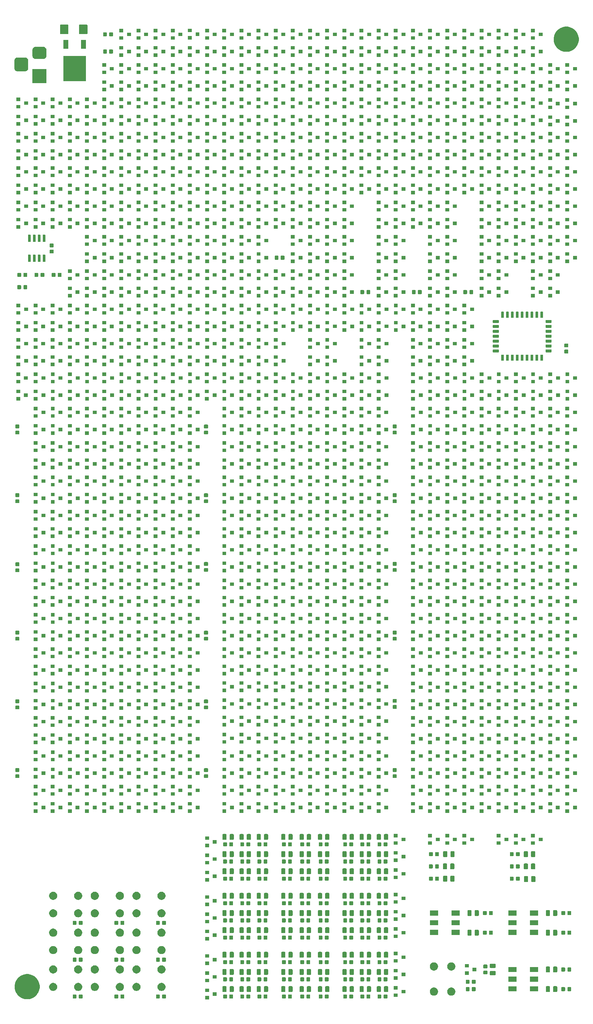
<source format=gbr>
G04 #@! TF.GenerationSoftware,KiCad,Pcbnew,(5.1.5)-3*
G04 #@! TF.CreationDate,2020-08-28T18:26:53+02:00*
G04 #@! TF.ProjectId,FetsAndCrosses,46657473-416e-4644-9372-6f737365732e,v0.1*
G04 #@! TF.SameCoordinates,Original*
G04 #@! TF.FileFunction,Soldermask,Top*
G04 #@! TF.FilePolarity,Negative*
%FSLAX46Y46*%
G04 Gerber Fmt 4.6, Leading zero omitted, Abs format (unit mm)*
G04 Created by KiCad (PCBNEW (5.1.5)-3) date 2020-08-28 18:26:53*
%MOMM*%
%LPD*%
G04 APERTURE LIST*
%ADD10C,0.100000*%
G04 APERTURE END LIST*
D10*
G36*
X69351000Y-261116000D02*
G01*
X68349000Y-261116000D01*
X68349000Y-260214000D01*
X69351000Y-260214000D01*
X69351000Y-261116000D01*
G37*
G36*
X22687666Y-254587339D02*
G01*
X23173282Y-254683934D01*
X23764926Y-254929001D01*
X24054523Y-255122504D01*
X24297391Y-255284783D01*
X24750217Y-255737609D01*
X24798367Y-255809671D01*
X25105999Y-256270074D01*
X25351066Y-256861718D01*
X25365367Y-256933615D01*
X25476000Y-257489803D01*
X25476000Y-258130197D01*
X25449457Y-258263635D01*
X25351066Y-258758282D01*
X25105999Y-259349926D01*
X24858265Y-259720685D01*
X24761728Y-259865164D01*
X24750216Y-259882392D01*
X24297392Y-260335216D01*
X23764926Y-260690999D01*
X23173282Y-260936066D01*
X22859239Y-260998533D01*
X22545197Y-261061000D01*
X21904803Y-261061000D01*
X21590761Y-260998533D01*
X21276718Y-260936066D01*
X20685074Y-260690999D01*
X20152608Y-260335216D01*
X19699784Y-259882392D01*
X19688273Y-259865164D01*
X19591735Y-259720685D01*
X19344001Y-259349926D01*
X19098934Y-258758282D01*
X19000543Y-258263635D01*
X18974000Y-258130197D01*
X18974000Y-257489803D01*
X19084633Y-256933615D01*
X19098934Y-256861718D01*
X19344001Y-256270074D01*
X19651633Y-255809671D01*
X19699783Y-255737609D01*
X20152609Y-255284783D01*
X20395477Y-255122504D01*
X20685074Y-254929001D01*
X21276718Y-254683934D01*
X21762334Y-254587339D01*
X21904803Y-254559000D01*
X22545197Y-254559000D01*
X22687666Y-254587339D01*
G37*
G36*
X78294591Y-259828085D02*
G01*
X78328569Y-259838393D01*
X78359890Y-259855134D01*
X78387339Y-259877661D01*
X78409866Y-259905110D01*
X78426607Y-259936431D01*
X78436915Y-259970409D01*
X78441000Y-260011890D01*
X78441000Y-260688110D01*
X78436915Y-260729591D01*
X78426607Y-260763569D01*
X78409866Y-260794890D01*
X78387339Y-260822339D01*
X78359890Y-260844866D01*
X78328569Y-260861607D01*
X78294591Y-260871915D01*
X78253110Y-260876000D01*
X77651890Y-260876000D01*
X77610409Y-260871915D01*
X77576431Y-260861607D01*
X77545110Y-260844866D01*
X77517661Y-260822339D01*
X77495134Y-260794890D01*
X77478393Y-260763569D01*
X77468085Y-260729591D01*
X77464000Y-260688110D01*
X77464000Y-260011890D01*
X77468085Y-259970409D01*
X77478393Y-259936431D01*
X77495134Y-259905110D01*
X77517661Y-259877661D01*
X77545110Y-259855134D01*
X77576431Y-259838393D01*
X77610409Y-259828085D01*
X77651890Y-259824000D01*
X78253110Y-259824000D01*
X78294591Y-259828085D01*
G37*
G36*
X89089591Y-259828085D02*
G01*
X89123569Y-259838393D01*
X89154890Y-259855134D01*
X89182339Y-259877661D01*
X89204866Y-259905110D01*
X89221607Y-259936431D01*
X89231915Y-259970409D01*
X89236000Y-260011890D01*
X89236000Y-260688110D01*
X89231915Y-260729591D01*
X89221607Y-260763569D01*
X89204866Y-260794890D01*
X89182339Y-260822339D01*
X89154890Y-260844866D01*
X89123569Y-260861607D01*
X89089591Y-260871915D01*
X89048110Y-260876000D01*
X88446890Y-260876000D01*
X88405409Y-260871915D01*
X88371431Y-260861607D01*
X88340110Y-260844866D01*
X88312661Y-260822339D01*
X88290134Y-260794890D01*
X88273393Y-260763569D01*
X88263085Y-260729591D01*
X88259000Y-260688110D01*
X88259000Y-260011890D01*
X88263085Y-259970409D01*
X88273393Y-259936431D01*
X88290134Y-259905110D01*
X88312661Y-259877661D01*
X88340110Y-259855134D01*
X88371431Y-259838393D01*
X88405409Y-259828085D01*
X88446890Y-259824000D01*
X89048110Y-259824000D01*
X89089591Y-259828085D01*
G37*
G36*
X84314591Y-259828085D02*
G01*
X84348569Y-259838393D01*
X84379890Y-259855134D01*
X84407339Y-259877661D01*
X84429866Y-259905110D01*
X84446607Y-259936431D01*
X84456915Y-259970409D01*
X84461000Y-260011890D01*
X84461000Y-260688110D01*
X84456915Y-260729591D01*
X84446607Y-260763569D01*
X84429866Y-260794890D01*
X84407339Y-260822339D01*
X84379890Y-260844866D01*
X84348569Y-260861607D01*
X84314591Y-260871915D01*
X84273110Y-260876000D01*
X83671890Y-260876000D01*
X83630409Y-260871915D01*
X83596431Y-260861607D01*
X83565110Y-260844866D01*
X83537661Y-260822339D01*
X83515134Y-260794890D01*
X83498393Y-260763569D01*
X83488085Y-260729591D01*
X83484000Y-260688110D01*
X83484000Y-260011890D01*
X83488085Y-259970409D01*
X83498393Y-259936431D01*
X83515134Y-259905110D01*
X83537661Y-259877661D01*
X83565110Y-259855134D01*
X83596431Y-259838393D01*
X83630409Y-259828085D01*
X83671890Y-259824000D01*
X84273110Y-259824000D01*
X84314591Y-259828085D01*
G37*
G36*
X82739591Y-259828085D02*
G01*
X82773569Y-259838393D01*
X82804890Y-259855134D01*
X82832339Y-259877661D01*
X82854866Y-259905110D01*
X82871607Y-259936431D01*
X82881915Y-259970409D01*
X82886000Y-260011890D01*
X82886000Y-260688110D01*
X82881915Y-260729591D01*
X82871607Y-260763569D01*
X82854866Y-260794890D01*
X82832339Y-260822339D01*
X82804890Y-260844866D01*
X82773569Y-260861607D01*
X82739591Y-260871915D01*
X82698110Y-260876000D01*
X82096890Y-260876000D01*
X82055409Y-260871915D01*
X82021431Y-260861607D01*
X81990110Y-260844866D01*
X81962661Y-260822339D01*
X81940134Y-260794890D01*
X81923393Y-260763569D01*
X81913085Y-260729591D01*
X81909000Y-260688110D01*
X81909000Y-260011890D01*
X81913085Y-259970409D01*
X81923393Y-259936431D01*
X81940134Y-259905110D01*
X81962661Y-259877661D01*
X81990110Y-259855134D01*
X82021431Y-259838393D01*
X82055409Y-259828085D01*
X82096890Y-259824000D01*
X82698110Y-259824000D01*
X82739591Y-259828085D01*
G37*
G36*
X79869591Y-259828085D02*
G01*
X79903569Y-259838393D01*
X79934890Y-259855134D01*
X79962339Y-259877661D01*
X79984866Y-259905110D01*
X80001607Y-259936431D01*
X80011915Y-259970409D01*
X80016000Y-260011890D01*
X80016000Y-260688110D01*
X80011915Y-260729591D01*
X80001607Y-260763569D01*
X79984866Y-260794890D01*
X79962339Y-260822339D01*
X79934890Y-260844866D01*
X79903569Y-260861607D01*
X79869591Y-260871915D01*
X79828110Y-260876000D01*
X79226890Y-260876000D01*
X79185409Y-260871915D01*
X79151431Y-260861607D01*
X79120110Y-260844866D01*
X79092661Y-260822339D01*
X79070134Y-260794890D01*
X79053393Y-260763569D01*
X79043085Y-260729591D01*
X79039000Y-260688110D01*
X79039000Y-260011890D01*
X79043085Y-259970409D01*
X79053393Y-259936431D01*
X79070134Y-259905110D01*
X79092661Y-259877661D01*
X79120110Y-259855134D01*
X79151431Y-259838393D01*
X79185409Y-259828085D01*
X79226890Y-259824000D01*
X79828110Y-259824000D01*
X79869591Y-259828085D01*
G37*
G36*
X75424591Y-259828085D02*
G01*
X75458569Y-259838393D01*
X75489890Y-259855134D01*
X75517339Y-259877661D01*
X75539866Y-259905110D01*
X75556607Y-259936431D01*
X75566915Y-259970409D01*
X75571000Y-260011890D01*
X75571000Y-260688110D01*
X75566915Y-260729591D01*
X75556607Y-260763569D01*
X75539866Y-260794890D01*
X75517339Y-260822339D01*
X75489890Y-260844866D01*
X75458569Y-260861607D01*
X75424591Y-260871915D01*
X75383110Y-260876000D01*
X74781890Y-260876000D01*
X74740409Y-260871915D01*
X74706431Y-260861607D01*
X74675110Y-260844866D01*
X74647661Y-260822339D01*
X74625134Y-260794890D01*
X74608393Y-260763569D01*
X74598085Y-260729591D01*
X74594000Y-260688110D01*
X74594000Y-260011890D01*
X74598085Y-259970409D01*
X74608393Y-259936431D01*
X74625134Y-259905110D01*
X74647661Y-259877661D01*
X74675110Y-259855134D01*
X74706431Y-259838393D01*
X74740409Y-259828085D01*
X74781890Y-259824000D01*
X75383110Y-259824000D01*
X75424591Y-259828085D01*
G37*
G36*
X73849591Y-259828085D02*
G01*
X73883569Y-259838393D01*
X73914890Y-259855134D01*
X73942339Y-259877661D01*
X73964866Y-259905110D01*
X73981607Y-259936431D01*
X73991915Y-259970409D01*
X73996000Y-260011890D01*
X73996000Y-260688110D01*
X73991915Y-260729591D01*
X73981607Y-260763569D01*
X73964866Y-260794890D01*
X73942339Y-260822339D01*
X73914890Y-260844866D01*
X73883569Y-260861607D01*
X73849591Y-260871915D01*
X73808110Y-260876000D01*
X73206890Y-260876000D01*
X73165409Y-260871915D01*
X73131431Y-260861607D01*
X73100110Y-260844866D01*
X73072661Y-260822339D01*
X73050134Y-260794890D01*
X73033393Y-260763569D01*
X73023085Y-260729591D01*
X73019000Y-260688110D01*
X73019000Y-260011890D01*
X73023085Y-259970409D01*
X73033393Y-259936431D01*
X73050134Y-259905110D01*
X73072661Y-259877661D01*
X73100110Y-259855134D01*
X73131431Y-259838393D01*
X73165409Y-259828085D01*
X73206890Y-259824000D01*
X73808110Y-259824000D01*
X73849591Y-259828085D01*
G37*
G36*
X90664591Y-259828085D02*
G01*
X90698569Y-259838393D01*
X90729890Y-259855134D01*
X90757339Y-259877661D01*
X90779866Y-259905110D01*
X90796607Y-259936431D01*
X90806915Y-259970409D01*
X90811000Y-260011890D01*
X90811000Y-260688110D01*
X90806915Y-260729591D01*
X90796607Y-260763569D01*
X90779866Y-260794890D01*
X90757339Y-260822339D01*
X90729890Y-260844866D01*
X90698569Y-260861607D01*
X90664591Y-260871915D01*
X90623110Y-260876000D01*
X90021890Y-260876000D01*
X89980409Y-260871915D01*
X89946431Y-260861607D01*
X89915110Y-260844866D01*
X89887661Y-260822339D01*
X89865134Y-260794890D01*
X89848393Y-260763569D01*
X89838085Y-260729591D01*
X89834000Y-260688110D01*
X89834000Y-260011890D01*
X89838085Y-259970409D01*
X89848393Y-259936431D01*
X89865134Y-259905110D01*
X89887661Y-259877661D01*
X89915110Y-259855134D01*
X89946431Y-259838393D01*
X89980409Y-259828085D01*
X90021890Y-259824000D01*
X90623110Y-259824000D01*
X90664591Y-259828085D01*
G37*
G36*
X95427091Y-259828085D02*
G01*
X95461069Y-259838393D01*
X95492390Y-259855134D01*
X95519839Y-259877661D01*
X95542366Y-259905110D01*
X95559107Y-259936431D01*
X95569415Y-259970409D01*
X95573500Y-260011890D01*
X95573500Y-260688110D01*
X95569415Y-260729591D01*
X95559107Y-260763569D01*
X95542366Y-260794890D01*
X95519839Y-260822339D01*
X95492390Y-260844866D01*
X95461069Y-260861607D01*
X95427091Y-260871915D01*
X95385610Y-260876000D01*
X94784390Y-260876000D01*
X94742909Y-260871915D01*
X94708931Y-260861607D01*
X94677610Y-260844866D01*
X94650161Y-260822339D01*
X94627634Y-260794890D01*
X94610893Y-260763569D01*
X94600585Y-260729591D01*
X94596500Y-260688110D01*
X94596500Y-260011890D01*
X94600585Y-259970409D01*
X94610893Y-259936431D01*
X94627634Y-259905110D01*
X94650161Y-259877661D01*
X94677610Y-259855134D01*
X94708931Y-259838393D01*
X94742909Y-259828085D01*
X94784390Y-259824000D01*
X95385610Y-259824000D01*
X95427091Y-259828085D01*
G37*
G36*
X93852091Y-259828085D02*
G01*
X93886069Y-259838393D01*
X93917390Y-259855134D01*
X93944839Y-259877661D01*
X93967366Y-259905110D01*
X93984107Y-259936431D01*
X93994415Y-259970409D01*
X93998500Y-260011890D01*
X93998500Y-260688110D01*
X93994415Y-260729591D01*
X93984107Y-260763569D01*
X93967366Y-260794890D01*
X93944839Y-260822339D01*
X93917390Y-260844866D01*
X93886069Y-260861607D01*
X93852091Y-260871915D01*
X93810610Y-260876000D01*
X93209390Y-260876000D01*
X93167909Y-260871915D01*
X93133931Y-260861607D01*
X93102610Y-260844866D01*
X93075161Y-260822339D01*
X93052634Y-260794890D01*
X93035893Y-260763569D01*
X93025585Y-260729591D01*
X93021500Y-260688110D01*
X93021500Y-260011890D01*
X93025585Y-259970409D01*
X93035893Y-259936431D01*
X93052634Y-259905110D01*
X93075161Y-259877661D01*
X93102610Y-259855134D01*
X93133931Y-259838393D01*
X93167909Y-259828085D01*
X93209390Y-259824000D01*
X93810610Y-259824000D01*
X93852091Y-259828085D01*
G37*
G36*
X100189591Y-259828085D02*
G01*
X100223569Y-259838393D01*
X100254890Y-259855134D01*
X100282339Y-259877661D01*
X100304866Y-259905110D01*
X100321607Y-259936431D01*
X100331915Y-259970409D01*
X100336000Y-260011890D01*
X100336000Y-260688110D01*
X100331915Y-260729591D01*
X100321607Y-260763569D01*
X100304866Y-260794890D01*
X100282339Y-260822339D01*
X100254890Y-260844866D01*
X100223569Y-260861607D01*
X100189591Y-260871915D01*
X100148110Y-260876000D01*
X99546890Y-260876000D01*
X99505409Y-260871915D01*
X99471431Y-260861607D01*
X99440110Y-260844866D01*
X99412661Y-260822339D01*
X99390134Y-260794890D01*
X99373393Y-260763569D01*
X99363085Y-260729591D01*
X99359000Y-260688110D01*
X99359000Y-260011890D01*
X99363085Y-259970409D01*
X99373393Y-259936431D01*
X99390134Y-259905110D01*
X99412661Y-259877661D01*
X99440110Y-259855134D01*
X99471431Y-259838393D01*
X99505409Y-259828085D01*
X99546890Y-259824000D01*
X100148110Y-259824000D01*
X100189591Y-259828085D01*
G37*
G36*
X106539591Y-259828085D02*
G01*
X106573569Y-259838393D01*
X106604890Y-259855134D01*
X106632339Y-259877661D01*
X106654866Y-259905110D01*
X106671607Y-259936431D01*
X106681915Y-259970409D01*
X106686000Y-260011890D01*
X106686000Y-260688110D01*
X106681915Y-260729591D01*
X106671607Y-260763569D01*
X106654866Y-260794890D01*
X106632339Y-260822339D01*
X106604890Y-260844866D01*
X106573569Y-260861607D01*
X106539591Y-260871915D01*
X106498110Y-260876000D01*
X105896890Y-260876000D01*
X105855409Y-260871915D01*
X105821431Y-260861607D01*
X105790110Y-260844866D01*
X105762661Y-260822339D01*
X105740134Y-260794890D01*
X105723393Y-260763569D01*
X105713085Y-260729591D01*
X105709000Y-260688110D01*
X105709000Y-260011890D01*
X105713085Y-259970409D01*
X105723393Y-259936431D01*
X105740134Y-259905110D01*
X105762661Y-259877661D01*
X105790110Y-259855134D01*
X105821431Y-259838393D01*
X105855409Y-259828085D01*
X105896890Y-259824000D01*
X106498110Y-259824000D01*
X106539591Y-259828085D01*
G37*
G36*
X110984591Y-259828085D02*
G01*
X111018569Y-259838393D01*
X111049890Y-259855134D01*
X111077339Y-259877661D01*
X111099866Y-259905110D01*
X111116607Y-259936431D01*
X111126915Y-259970409D01*
X111131000Y-260011890D01*
X111131000Y-260688110D01*
X111126915Y-260729591D01*
X111116607Y-260763569D01*
X111099866Y-260794890D01*
X111077339Y-260822339D01*
X111049890Y-260844866D01*
X111018569Y-260861607D01*
X110984591Y-260871915D01*
X110943110Y-260876000D01*
X110341890Y-260876000D01*
X110300409Y-260871915D01*
X110266431Y-260861607D01*
X110235110Y-260844866D01*
X110207661Y-260822339D01*
X110185134Y-260794890D01*
X110168393Y-260763569D01*
X110158085Y-260729591D01*
X110154000Y-260688110D01*
X110154000Y-260011890D01*
X110158085Y-259970409D01*
X110168393Y-259936431D01*
X110185134Y-259905110D01*
X110207661Y-259877661D01*
X110235110Y-259855134D01*
X110266431Y-259838393D01*
X110300409Y-259828085D01*
X110341890Y-259824000D01*
X110943110Y-259824000D01*
X110984591Y-259828085D01*
G37*
G36*
X109409591Y-259828085D02*
G01*
X109443569Y-259838393D01*
X109474890Y-259855134D01*
X109502339Y-259877661D01*
X109524866Y-259905110D01*
X109541607Y-259936431D01*
X109551915Y-259970409D01*
X109556000Y-260011890D01*
X109556000Y-260688110D01*
X109551915Y-260729591D01*
X109541607Y-260763569D01*
X109524866Y-260794890D01*
X109502339Y-260822339D01*
X109474890Y-260844866D01*
X109443569Y-260861607D01*
X109409591Y-260871915D01*
X109368110Y-260876000D01*
X108766890Y-260876000D01*
X108725409Y-260871915D01*
X108691431Y-260861607D01*
X108660110Y-260844866D01*
X108632661Y-260822339D01*
X108610134Y-260794890D01*
X108593393Y-260763569D01*
X108583085Y-260729591D01*
X108579000Y-260688110D01*
X108579000Y-260011890D01*
X108583085Y-259970409D01*
X108593393Y-259936431D01*
X108610134Y-259905110D01*
X108632661Y-259877661D01*
X108660110Y-259855134D01*
X108691431Y-259838393D01*
X108725409Y-259828085D01*
X108766890Y-259824000D01*
X109368110Y-259824000D01*
X109409591Y-259828085D01*
G37*
G36*
X115429591Y-259828085D02*
G01*
X115463569Y-259838393D01*
X115494890Y-259855134D01*
X115522339Y-259877661D01*
X115544866Y-259905110D01*
X115561607Y-259936431D01*
X115571915Y-259970409D01*
X115576000Y-260011890D01*
X115576000Y-260688110D01*
X115571915Y-260729591D01*
X115561607Y-260763569D01*
X115544866Y-260794890D01*
X115522339Y-260822339D01*
X115494890Y-260844866D01*
X115463569Y-260861607D01*
X115429591Y-260871915D01*
X115388110Y-260876000D01*
X114786890Y-260876000D01*
X114745409Y-260871915D01*
X114711431Y-260861607D01*
X114680110Y-260844866D01*
X114652661Y-260822339D01*
X114630134Y-260794890D01*
X114613393Y-260763569D01*
X114603085Y-260729591D01*
X114599000Y-260688110D01*
X114599000Y-260011890D01*
X114603085Y-259970409D01*
X114613393Y-259936431D01*
X114630134Y-259905110D01*
X114652661Y-259877661D01*
X114680110Y-259855134D01*
X114711431Y-259838393D01*
X114745409Y-259828085D01*
X114786890Y-259824000D01*
X115388110Y-259824000D01*
X115429591Y-259828085D01*
G37*
G36*
X56450591Y-259828085D02*
G01*
X56484569Y-259838393D01*
X56515890Y-259855134D01*
X56543339Y-259877661D01*
X56565866Y-259905110D01*
X56582607Y-259936431D01*
X56592915Y-259970409D01*
X56597000Y-260011890D01*
X56597000Y-260688110D01*
X56592915Y-260729591D01*
X56582607Y-260763569D01*
X56565866Y-260794890D01*
X56543339Y-260822339D01*
X56515890Y-260844866D01*
X56484569Y-260861607D01*
X56450591Y-260871915D01*
X56409110Y-260876000D01*
X55807890Y-260876000D01*
X55766409Y-260871915D01*
X55732431Y-260861607D01*
X55701110Y-260844866D01*
X55673661Y-260822339D01*
X55651134Y-260794890D01*
X55634393Y-260763569D01*
X55624085Y-260729591D01*
X55620000Y-260688110D01*
X55620000Y-260011890D01*
X55624085Y-259970409D01*
X55634393Y-259936431D01*
X55651134Y-259905110D01*
X55673661Y-259877661D01*
X55701110Y-259855134D01*
X55732431Y-259838393D01*
X55766409Y-259828085D01*
X55807890Y-259824000D01*
X56409110Y-259824000D01*
X56450591Y-259828085D01*
G37*
G36*
X58025591Y-259828085D02*
G01*
X58059569Y-259838393D01*
X58090890Y-259855134D01*
X58118339Y-259877661D01*
X58140866Y-259905110D01*
X58157607Y-259936431D01*
X58167915Y-259970409D01*
X58172000Y-260011890D01*
X58172000Y-260688110D01*
X58167915Y-260729591D01*
X58157607Y-260763569D01*
X58140866Y-260794890D01*
X58118339Y-260822339D01*
X58090890Y-260844866D01*
X58059569Y-260861607D01*
X58025591Y-260871915D01*
X57984110Y-260876000D01*
X57382890Y-260876000D01*
X57341409Y-260871915D01*
X57307431Y-260861607D01*
X57276110Y-260844866D01*
X57248661Y-260822339D01*
X57226134Y-260794890D01*
X57209393Y-260763569D01*
X57199085Y-260729591D01*
X57195000Y-260688110D01*
X57195000Y-260011890D01*
X57199085Y-259970409D01*
X57209393Y-259936431D01*
X57226134Y-259905110D01*
X57248661Y-259877661D01*
X57276110Y-259855134D01*
X57307431Y-259838393D01*
X57341409Y-259828085D01*
X57382890Y-259824000D01*
X57984110Y-259824000D01*
X58025591Y-259828085D01*
G37*
G36*
X45655591Y-259828085D02*
G01*
X45689569Y-259838393D01*
X45720890Y-259855134D01*
X45748339Y-259877661D01*
X45770866Y-259905110D01*
X45787607Y-259936431D01*
X45797915Y-259970409D01*
X45802000Y-260011890D01*
X45802000Y-260688110D01*
X45797915Y-260729591D01*
X45787607Y-260763569D01*
X45770866Y-260794890D01*
X45748339Y-260822339D01*
X45720890Y-260844866D01*
X45689569Y-260861607D01*
X45655591Y-260871915D01*
X45614110Y-260876000D01*
X45012890Y-260876000D01*
X44971409Y-260871915D01*
X44937431Y-260861607D01*
X44906110Y-260844866D01*
X44878661Y-260822339D01*
X44856134Y-260794890D01*
X44839393Y-260763569D01*
X44829085Y-260729591D01*
X44825000Y-260688110D01*
X44825000Y-260011890D01*
X44829085Y-259970409D01*
X44839393Y-259936431D01*
X44856134Y-259905110D01*
X44878661Y-259877661D01*
X44906110Y-259855134D01*
X44937431Y-259838393D01*
X44971409Y-259828085D01*
X45012890Y-259824000D01*
X45614110Y-259824000D01*
X45655591Y-259828085D01*
G37*
G36*
X98614591Y-259828085D02*
G01*
X98648569Y-259838393D01*
X98679890Y-259855134D01*
X98707339Y-259877661D01*
X98729866Y-259905110D01*
X98746607Y-259936431D01*
X98756915Y-259970409D01*
X98761000Y-260011890D01*
X98761000Y-260688110D01*
X98756915Y-260729591D01*
X98746607Y-260763569D01*
X98729866Y-260794890D01*
X98707339Y-260822339D01*
X98679890Y-260844866D01*
X98648569Y-260861607D01*
X98614591Y-260871915D01*
X98573110Y-260876000D01*
X97971890Y-260876000D01*
X97930409Y-260871915D01*
X97896431Y-260861607D01*
X97865110Y-260844866D01*
X97837661Y-260822339D01*
X97815134Y-260794890D01*
X97798393Y-260763569D01*
X97788085Y-260729591D01*
X97784000Y-260688110D01*
X97784000Y-260011890D01*
X97788085Y-259970409D01*
X97798393Y-259936431D01*
X97815134Y-259905110D01*
X97837661Y-259877661D01*
X97865110Y-259855134D01*
X97896431Y-259838393D01*
X97930409Y-259828085D01*
X97971890Y-259824000D01*
X98573110Y-259824000D01*
X98614591Y-259828085D01*
G37*
G36*
X47230591Y-259828085D02*
G01*
X47264569Y-259838393D01*
X47295890Y-259855134D01*
X47323339Y-259877661D01*
X47345866Y-259905110D01*
X47362607Y-259936431D01*
X47372915Y-259970409D01*
X47377000Y-260011890D01*
X47377000Y-260688110D01*
X47372915Y-260729591D01*
X47362607Y-260763569D01*
X47345866Y-260794890D01*
X47323339Y-260822339D01*
X47295890Y-260844866D01*
X47264569Y-260861607D01*
X47230591Y-260871915D01*
X47189110Y-260876000D01*
X46587890Y-260876000D01*
X46546409Y-260871915D01*
X46512431Y-260861607D01*
X46481110Y-260844866D01*
X46453661Y-260822339D01*
X46431134Y-260794890D01*
X46414393Y-260763569D01*
X46404085Y-260729591D01*
X46400000Y-260688110D01*
X46400000Y-260011890D01*
X46404085Y-259970409D01*
X46414393Y-259936431D01*
X46431134Y-259905110D01*
X46453661Y-259877661D01*
X46481110Y-259855134D01*
X46512431Y-259838393D01*
X46546409Y-259828085D01*
X46587890Y-259824000D01*
X47189110Y-259824000D01*
X47230591Y-259828085D01*
G37*
G36*
X34860591Y-259828085D02*
G01*
X34894569Y-259838393D01*
X34925890Y-259855134D01*
X34953339Y-259877661D01*
X34975866Y-259905110D01*
X34992607Y-259936431D01*
X35002915Y-259970409D01*
X35007000Y-260011890D01*
X35007000Y-260688110D01*
X35002915Y-260729591D01*
X34992607Y-260763569D01*
X34975866Y-260794890D01*
X34953339Y-260822339D01*
X34925890Y-260844866D01*
X34894569Y-260861607D01*
X34860591Y-260871915D01*
X34819110Y-260876000D01*
X34217890Y-260876000D01*
X34176409Y-260871915D01*
X34142431Y-260861607D01*
X34111110Y-260844866D01*
X34083661Y-260822339D01*
X34061134Y-260794890D01*
X34044393Y-260763569D01*
X34034085Y-260729591D01*
X34030000Y-260688110D01*
X34030000Y-260011890D01*
X34034085Y-259970409D01*
X34044393Y-259936431D01*
X34061134Y-259905110D01*
X34083661Y-259877661D01*
X34111110Y-259855134D01*
X34142431Y-259838393D01*
X34176409Y-259828085D01*
X34217890Y-259824000D01*
X34819110Y-259824000D01*
X34860591Y-259828085D01*
G37*
G36*
X36435591Y-259828085D02*
G01*
X36469569Y-259838393D01*
X36500890Y-259855134D01*
X36528339Y-259877661D01*
X36550866Y-259905110D01*
X36567607Y-259936431D01*
X36577915Y-259970409D01*
X36582000Y-260011890D01*
X36582000Y-260688110D01*
X36577915Y-260729591D01*
X36567607Y-260763569D01*
X36550866Y-260794890D01*
X36528339Y-260822339D01*
X36500890Y-260844866D01*
X36469569Y-260861607D01*
X36435591Y-260871915D01*
X36394110Y-260876000D01*
X35792890Y-260876000D01*
X35751409Y-260871915D01*
X35717431Y-260861607D01*
X35686110Y-260844866D01*
X35658661Y-260822339D01*
X35636134Y-260794890D01*
X35619393Y-260763569D01*
X35609085Y-260729591D01*
X35605000Y-260688110D01*
X35605000Y-260011890D01*
X35609085Y-259970409D01*
X35619393Y-259936431D01*
X35636134Y-259905110D01*
X35658661Y-259877661D01*
X35686110Y-259855134D01*
X35717431Y-259838393D01*
X35751409Y-259828085D01*
X35792890Y-259824000D01*
X36394110Y-259824000D01*
X36435591Y-259828085D01*
G37*
G36*
X113854591Y-259828085D02*
G01*
X113888569Y-259838393D01*
X113919890Y-259855134D01*
X113947339Y-259877661D01*
X113969866Y-259905110D01*
X113986607Y-259936431D01*
X113996915Y-259970409D01*
X114001000Y-260011890D01*
X114001000Y-260688110D01*
X113996915Y-260729591D01*
X113986607Y-260763569D01*
X113969866Y-260794890D01*
X113947339Y-260822339D01*
X113919890Y-260844866D01*
X113888569Y-260861607D01*
X113854591Y-260871915D01*
X113813110Y-260876000D01*
X113211890Y-260876000D01*
X113170409Y-260871915D01*
X113136431Y-260861607D01*
X113105110Y-260844866D01*
X113077661Y-260822339D01*
X113055134Y-260794890D01*
X113038393Y-260763569D01*
X113028085Y-260729591D01*
X113024000Y-260688110D01*
X113024000Y-260011890D01*
X113028085Y-259970409D01*
X113038393Y-259936431D01*
X113055134Y-259905110D01*
X113077661Y-259877661D01*
X113105110Y-259855134D01*
X113136431Y-259838393D01*
X113170409Y-259828085D01*
X113211890Y-259824000D01*
X113813110Y-259824000D01*
X113854591Y-259828085D01*
G37*
G36*
X104964591Y-259828085D02*
G01*
X104998569Y-259838393D01*
X105029890Y-259855134D01*
X105057339Y-259877661D01*
X105079866Y-259905110D01*
X105096607Y-259936431D01*
X105106915Y-259970409D01*
X105111000Y-260011890D01*
X105111000Y-260688110D01*
X105106915Y-260729591D01*
X105096607Y-260763569D01*
X105079866Y-260794890D01*
X105057339Y-260822339D01*
X105029890Y-260844866D01*
X104998569Y-260861607D01*
X104964591Y-260871915D01*
X104923110Y-260876000D01*
X104321890Y-260876000D01*
X104280409Y-260871915D01*
X104246431Y-260861607D01*
X104215110Y-260844866D01*
X104187661Y-260822339D01*
X104165134Y-260794890D01*
X104148393Y-260763569D01*
X104138085Y-260729591D01*
X104134000Y-260688110D01*
X104134000Y-260011890D01*
X104138085Y-259970409D01*
X104148393Y-259936431D01*
X104165134Y-259905110D01*
X104187661Y-259877661D01*
X104215110Y-259855134D01*
X104246431Y-259838393D01*
X104280409Y-259828085D01*
X104321890Y-259824000D01*
X104923110Y-259824000D01*
X104964591Y-259828085D01*
G37*
G36*
X118246000Y-260481000D02*
G01*
X117244000Y-260481000D01*
X117244000Y-259579000D01*
X118246000Y-259579000D01*
X118246000Y-260481000D01*
G37*
G36*
X71351000Y-260166000D02*
G01*
X70349000Y-260166000D01*
X70349000Y-259264000D01*
X71351000Y-259264000D01*
X71351000Y-260166000D01*
G37*
G36*
X132441564Y-258069389D02*
G01*
X132632833Y-258148615D01*
X132632835Y-258148616D01*
X132804973Y-258263635D01*
X132951365Y-258410027D01*
X133065606Y-258581000D01*
X133066385Y-258582167D01*
X133145611Y-258773436D01*
X133186000Y-258976484D01*
X133186000Y-259183516D01*
X133145611Y-259386564D01*
X133114101Y-259462636D01*
X133066384Y-259577835D01*
X132951365Y-259749973D01*
X132804973Y-259896365D01*
X132632835Y-260011384D01*
X132632834Y-260011385D01*
X132632833Y-260011385D01*
X132441564Y-260090611D01*
X132238516Y-260131000D01*
X132031484Y-260131000D01*
X131828436Y-260090611D01*
X131637167Y-260011385D01*
X131637166Y-260011385D01*
X131637165Y-260011384D01*
X131465027Y-259896365D01*
X131318635Y-259749973D01*
X131203616Y-259577835D01*
X131155899Y-259462636D01*
X131124389Y-259386564D01*
X131084000Y-259183516D01*
X131084000Y-258976484D01*
X131124389Y-258773436D01*
X131203615Y-258582167D01*
X131204395Y-258581000D01*
X131318635Y-258410027D01*
X131465027Y-258263635D01*
X131637165Y-258148616D01*
X131637167Y-258148615D01*
X131828436Y-258069389D01*
X132031484Y-258029000D01*
X132238516Y-258029000D01*
X132441564Y-258069389D01*
G37*
G36*
X127941564Y-258069389D02*
G01*
X128132833Y-258148615D01*
X128132835Y-258148616D01*
X128304973Y-258263635D01*
X128451365Y-258410027D01*
X128565606Y-258581000D01*
X128566385Y-258582167D01*
X128645611Y-258773436D01*
X128686000Y-258976484D01*
X128686000Y-259183516D01*
X128645611Y-259386564D01*
X128614101Y-259462636D01*
X128566384Y-259577835D01*
X128451365Y-259749973D01*
X128304973Y-259896365D01*
X128132835Y-260011384D01*
X128132834Y-260011385D01*
X128132833Y-260011385D01*
X127941564Y-260090611D01*
X127738516Y-260131000D01*
X127531484Y-260131000D01*
X127328436Y-260090611D01*
X127137167Y-260011385D01*
X127137166Y-260011385D01*
X127137165Y-260011384D01*
X126965027Y-259896365D01*
X126818635Y-259749973D01*
X126703616Y-259577835D01*
X126655899Y-259462636D01*
X126624389Y-259386564D01*
X126584000Y-259183516D01*
X126584000Y-258976484D01*
X126624389Y-258773436D01*
X126703615Y-258582167D01*
X126704395Y-258581000D01*
X126818635Y-258410027D01*
X126965027Y-258263635D01*
X127137165Y-258148616D01*
X127137167Y-258148615D01*
X127328436Y-258069389D01*
X127531484Y-258029000D01*
X127738516Y-258029000D01*
X127941564Y-258069389D01*
G37*
G36*
X120246000Y-259531000D02*
G01*
X119244000Y-259531000D01*
X119244000Y-258629000D01*
X120246000Y-258629000D01*
X120246000Y-259531000D01*
G37*
G36*
X69351000Y-259216000D02*
G01*
X68349000Y-259216000D01*
X68349000Y-258314000D01*
X69351000Y-258314000D01*
X69351000Y-259216000D01*
G37*
G36*
X106719468Y-257698565D02*
G01*
X106758138Y-257710296D01*
X106793777Y-257729346D01*
X106825017Y-257754983D01*
X106850654Y-257786223D01*
X106869704Y-257821862D01*
X106881435Y-257860532D01*
X106886000Y-257906888D01*
X106886000Y-258983112D01*
X106881435Y-259029468D01*
X106869704Y-259068138D01*
X106850654Y-259103777D01*
X106825017Y-259135017D01*
X106793777Y-259160654D01*
X106758138Y-259179704D01*
X106719468Y-259191435D01*
X106673112Y-259196000D01*
X106021888Y-259196000D01*
X105975532Y-259191435D01*
X105936862Y-259179704D01*
X105901223Y-259160654D01*
X105869983Y-259135017D01*
X105844346Y-259103777D01*
X105825296Y-259068138D01*
X105813565Y-259029468D01*
X105809000Y-258983112D01*
X105809000Y-257906888D01*
X105813565Y-257860532D01*
X105825296Y-257821862D01*
X105844346Y-257786223D01*
X105869983Y-257754983D01*
X105901223Y-257729346D01*
X105936862Y-257710296D01*
X105975532Y-257698565D01*
X106021888Y-257694000D01*
X106673112Y-257694000D01*
X106719468Y-257698565D01*
G37*
G36*
X80049468Y-257698565D02*
G01*
X80088138Y-257710296D01*
X80123777Y-257729346D01*
X80155017Y-257754983D01*
X80180654Y-257786223D01*
X80199704Y-257821862D01*
X80211435Y-257860532D01*
X80216000Y-257906888D01*
X80216000Y-258983112D01*
X80211435Y-259029468D01*
X80199704Y-259068138D01*
X80180654Y-259103777D01*
X80155017Y-259135017D01*
X80123777Y-259160654D01*
X80088138Y-259179704D01*
X80049468Y-259191435D01*
X80003112Y-259196000D01*
X79351888Y-259196000D01*
X79305532Y-259191435D01*
X79266862Y-259179704D01*
X79231223Y-259160654D01*
X79199983Y-259135017D01*
X79174346Y-259103777D01*
X79155296Y-259068138D01*
X79143565Y-259029468D01*
X79139000Y-258983112D01*
X79139000Y-257906888D01*
X79143565Y-257860532D01*
X79155296Y-257821862D01*
X79174346Y-257786223D01*
X79199983Y-257754983D01*
X79231223Y-257729346D01*
X79266862Y-257710296D01*
X79305532Y-257698565D01*
X79351888Y-257694000D01*
X80003112Y-257694000D01*
X80049468Y-257698565D01*
G37*
G36*
X78174468Y-257698565D02*
G01*
X78213138Y-257710296D01*
X78248777Y-257729346D01*
X78280017Y-257754983D01*
X78305654Y-257786223D01*
X78324704Y-257821862D01*
X78336435Y-257860532D01*
X78341000Y-257906888D01*
X78341000Y-258983112D01*
X78336435Y-259029468D01*
X78324704Y-259068138D01*
X78305654Y-259103777D01*
X78280017Y-259135017D01*
X78248777Y-259160654D01*
X78213138Y-259179704D01*
X78174468Y-259191435D01*
X78128112Y-259196000D01*
X77476888Y-259196000D01*
X77430532Y-259191435D01*
X77391862Y-259179704D01*
X77356223Y-259160654D01*
X77324983Y-259135017D01*
X77299346Y-259103777D01*
X77280296Y-259068138D01*
X77268565Y-259029468D01*
X77264000Y-258983112D01*
X77264000Y-257906888D01*
X77268565Y-257860532D01*
X77280296Y-257821862D01*
X77299346Y-257786223D01*
X77324983Y-257754983D01*
X77356223Y-257729346D01*
X77391862Y-257710296D01*
X77430532Y-257698565D01*
X77476888Y-257694000D01*
X78128112Y-257694000D01*
X78174468Y-257698565D01*
G37*
G36*
X75604468Y-257698565D02*
G01*
X75643138Y-257710296D01*
X75678777Y-257729346D01*
X75710017Y-257754983D01*
X75735654Y-257786223D01*
X75754704Y-257821862D01*
X75766435Y-257860532D01*
X75771000Y-257906888D01*
X75771000Y-258983112D01*
X75766435Y-259029468D01*
X75754704Y-259068138D01*
X75735654Y-259103777D01*
X75710017Y-259135017D01*
X75678777Y-259160654D01*
X75643138Y-259179704D01*
X75604468Y-259191435D01*
X75558112Y-259196000D01*
X74906888Y-259196000D01*
X74860532Y-259191435D01*
X74821862Y-259179704D01*
X74786223Y-259160654D01*
X74754983Y-259135017D01*
X74729346Y-259103777D01*
X74710296Y-259068138D01*
X74698565Y-259029468D01*
X74694000Y-258983112D01*
X74694000Y-257906888D01*
X74698565Y-257860532D01*
X74710296Y-257821862D01*
X74729346Y-257786223D01*
X74754983Y-257754983D01*
X74786223Y-257729346D01*
X74821862Y-257710296D01*
X74860532Y-257698565D01*
X74906888Y-257694000D01*
X75558112Y-257694000D01*
X75604468Y-257698565D01*
G37*
G36*
X73729468Y-257698565D02*
G01*
X73768138Y-257710296D01*
X73803777Y-257729346D01*
X73835017Y-257754983D01*
X73860654Y-257786223D01*
X73879704Y-257821862D01*
X73891435Y-257860532D01*
X73896000Y-257906888D01*
X73896000Y-258983112D01*
X73891435Y-259029468D01*
X73879704Y-259068138D01*
X73860654Y-259103777D01*
X73835017Y-259135017D01*
X73803777Y-259160654D01*
X73768138Y-259179704D01*
X73729468Y-259191435D01*
X73683112Y-259196000D01*
X73031888Y-259196000D01*
X72985532Y-259191435D01*
X72946862Y-259179704D01*
X72911223Y-259160654D01*
X72879983Y-259135017D01*
X72854346Y-259103777D01*
X72835296Y-259068138D01*
X72823565Y-259029468D01*
X72819000Y-258983112D01*
X72819000Y-257906888D01*
X72823565Y-257860532D01*
X72835296Y-257821862D01*
X72854346Y-257786223D01*
X72879983Y-257754983D01*
X72911223Y-257729346D01*
X72946862Y-257710296D01*
X72985532Y-257698565D01*
X73031888Y-257694000D01*
X73683112Y-257694000D01*
X73729468Y-257698565D01*
G37*
G36*
X82619468Y-257698565D02*
G01*
X82658138Y-257710296D01*
X82693777Y-257729346D01*
X82725017Y-257754983D01*
X82750654Y-257786223D01*
X82769704Y-257821862D01*
X82781435Y-257860532D01*
X82786000Y-257906888D01*
X82786000Y-258983112D01*
X82781435Y-259029468D01*
X82769704Y-259068138D01*
X82750654Y-259103777D01*
X82725017Y-259135017D01*
X82693777Y-259160654D01*
X82658138Y-259179704D01*
X82619468Y-259191435D01*
X82573112Y-259196000D01*
X81921888Y-259196000D01*
X81875532Y-259191435D01*
X81836862Y-259179704D01*
X81801223Y-259160654D01*
X81769983Y-259135017D01*
X81744346Y-259103777D01*
X81725296Y-259068138D01*
X81713565Y-259029468D01*
X81709000Y-258983112D01*
X81709000Y-257906888D01*
X81713565Y-257860532D01*
X81725296Y-257821862D01*
X81744346Y-257786223D01*
X81769983Y-257754983D01*
X81801223Y-257729346D01*
X81836862Y-257710296D01*
X81875532Y-257698565D01*
X81921888Y-257694000D01*
X82573112Y-257694000D01*
X82619468Y-257698565D01*
G37*
G36*
X157549468Y-257698565D02*
G01*
X157588138Y-257710296D01*
X157623777Y-257729346D01*
X157655017Y-257754983D01*
X157680654Y-257786223D01*
X157699704Y-257821862D01*
X157711435Y-257860532D01*
X157716000Y-257906888D01*
X157716000Y-258983112D01*
X157711435Y-259029468D01*
X157699704Y-259068138D01*
X157680654Y-259103777D01*
X157655017Y-259135017D01*
X157623777Y-259160654D01*
X157588138Y-259179704D01*
X157549468Y-259191435D01*
X157503112Y-259196000D01*
X156851888Y-259196000D01*
X156805532Y-259191435D01*
X156766862Y-259179704D01*
X156731223Y-259160654D01*
X156699983Y-259135017D01*
X156674346Y-259103777D01*
X156655296Y-259068138D01*
X156643565Y-259029468D01*
X156639000Y-258983112D01*
X156639000Y-257906888D01*
X156643565Y-257860532D01*
X156655296Y-257821862D01*
X156674346Y-257786223D01*
X156699983Y-257754983D01*
X156731223Y-257729346D01*
X156766862Y-257710296D01*
X156805532Y-257698565D01*
X156851888Y-257694000D01*
X157503112Y-257694000D01*
X157549468Y-257698565D01*
G37*
G36*
X159424468Y-257698565D02*
G01*
X159463138Y-257710296D01*
X159498777Y-257729346D01*
X159530017Y-257754983D01*
X159555654Y-257786223D01*
X159574704Y-257821862D01*
X159586435Y-257860532D01*
X159591000Y-257906888D01*
X159591000Y-258983112D01*
X159586435Y-259029468D01*
X159574704Y-259068138D01*
X159555654Y-259103777D01*
X159530017Y-259135017D01*
X159498777Y-259160654D01*
X159463138Y-259179704D01*
X159424468Y-259191435D01*
X159378112Y-259196000D01*
X158726888Y-259196000D01*
X158680532Y-259191435D01*
X158641862Y-259179704D01*
X158606223Y-259160654D01*
X158574983Y-259135017D01*
X158549346Y-259103777D01*
X158530296Y-259068138D01*
X158518565Y-259029468D01*
X158514000Y-258983112D01*
X158514000Y-257906888D01*
X158518565Y-257860532D01*
X158530296Y-257821862D01*
X158549346Y-257786223D01*
X158574983Y-257754983D01*
X158606223Y-257729346D01*
X158641862Y-257710296D01*
X158680532Y-257698565D01*
X158726888Y-257694000D01*
X159378112Y-257694000D01*
X159424468Y-257698565D01*
G37*
G36*
X113734468Y-257698565D02*
G01*
X113773138Y-257710296D01*
X113808777Y-257729346D01*
X113840017Y-257754983D01*
X113865654Y-257786223D01*
X113884704Y-257821862D01*
X113896435Y-257860532D01*
X113901000Y-257906888D01*
X113901000Y-258983112D01*
X113896435Y-259029468D01*
X113884704Y-259068138D01*
X113865654Y-259103777D01*
X113840017Y-259135017D01*
X113808777Y-259160654D01*
X113773138Y-259179704D01*
X113734468Y-259191435D01*
X113688112Y-259196000D01*
X113036888Y-259196000D01*
X112990532Y-259191435D01*
X112951862Y-259179704D01*
X112916223Y-259160654D01*
X112884983Y-259135017D01*
X112859346Y-259103777D01*
X112840296Y-259068138D01*
X112828565Y-259029468D01*
X112824000Y-258983112D01*
X112824000Y-257906888D01*
X112828565Y-257860532D01*
X112840296Y-257821862D01*
X112859346Y-257786223D01*
X112884983Y-257754983D01*
X112916223Y-257729346D01*
X112951862Y-257710296D01*
X112990532Y-257698565D01*
X113036888Y-257694000D01*
X113688112Y-257694000D01*
X113734468Y-257698565D01*
G37*
G36*
X115609468Y-257698565D02*
G01*
X115648138Y-257710296D01*
X115683777Y-257729346D01*
X115715017Y-257754983D01*
X115740654Y-257786223D01*
X115759704Y-257821862D01*
X115771435Y-257860532D01*
X115776000Y-257906888D01*
X115776000Y-258983112D01*
X115771435Y-259029468D01*
X115759704Y-259068138D01*
X115740654Y-259103777D01*
X115715017Y-259135017D01*
X115683777Y-259160654D01*
X115648138Y-259179704D01*
X115609468Y-259191435D01*
X115563112Y-259196000D01*
X114911888Y-259196000D01*
X114865532Y-259191435D01*
X114826862Y-259179704D01*
X114791223Y-259160654D01*
X114759983Y-259135017D01*
X114734346Y-259103777D01*
X114715296Y-259068138D01*
X114703565Y-259029468D01*
X114699000Y-258983112D01*
X114699000Y-257906888D01*
X114703565Y-257860532D01*
X114715296Y-257821862D01*
X114734346Y-257786223D01*
X114759983Y-257754983D01*
X114791223Y-257729346D01*
X114826862Y-257710296D01*
X114865532Y-257698565D01*
X114911888Y-257694000D01*
X115563112Y-257694000D01*
X115609468Y-257698565D01*
G37*
G36*
X84494468Y-257698565D02*
G01*
X84533138Y-257710296D01*
X84568777Y-257729346D01*
X84600017Y-257754983D01*
X84625654Y-257786223D01*
X84644704Y-257821862D01*
X84656435Y-257860532D01*
X84661000Y-257906888D01*
X84661000Y-258983112D01*
X84656435Y-259029468D01*
X84644704Y-259068138D01*
X84625654Y-259103777D01*
X84600017Y-259135017D01*
X84568777Y-259160654D01*
X84533138Y-259179704D01*
X84494468Y-259191435D01*
X84448112Y-259196000D01*
X83796888Y-259196000D01*
X83750532Y-259191435D01*
X83711862Y-259179704D01*
X83676223Y-259160654D01*
X83644983Y-259135017D01*
X83619346Y-259103777D01*
X83600296Y-259068138D01*
X83588565Y-259029468D01*
X83584000Y-258983112D01*
X83584000Y-257906888D01*
X83588565Y-257860532D01*
X83600296Y-257821862D01*
X83619346Y-257786223D01*
X83644983Y-257754983D01*
X83676223Y-257729346D01*
X83711862Y-257710296D01*
X83750532Y-257698565D01*
X83796888Y-257694000D01*
X84448112Y-257694000D01*
X84494468Y-257698565D01*
G37*
G36*
X109289468Y-257698565D02*
G01*
X109328138Y-257710296D01*
X109363777Y-257729346D01*
X109395017Y-257754983D01*
X109420654Y-257786223D01*
X109439704Y-257821862D01*
X109451435Y-257860532D01*
X109456000Y-257906888D01*
X109456000Y-258983112D01*
X109451435Y-259029468D01*
X109439704Y-259068138D01*
X109420654Y-259103777D01*
X109395017Y-259135017D01*
X109363777Y-259160654D01*
X109328138Y-259179704D01*
X109289468Y-259191435D01*
X109243112Y-259196000D01*
X108591888Y-259196000D01*
X108545532Y-259191435D01*
X108506862Y-259179704D01*
X108471223Y-259160654D01*
X108439983Y-259135017D01*
X108414346Y-259103777D01*
X108395296Y-259068138D01*
X108383565Y-259029468D01*
X108379000Y-258983112D01*
X108379000Y-257906888D01*
X108383565Y-257860532D01*
X108395296Y-257821862D01*
X108414346Y-257786223D01*
X108439983Y-257754983D01*
X108471223Y-257729346D01*
X108506862Y-257710296D01*
X108545532Y-257698565D01*
X108591888Y-257694000D01*
X109243112Y-257694000D01*
X109289468Y-257698565D01*
G37*
G36*
X90844468Y-257698565D02*
G01*
X90883138Y-257710296D01*
X90918777Y-257729346D01*
X90950017Y-257754983D01*
X90975654Y-257786223D01*
X90994704Y-257821862D01*
X91006435Y-257860532D01*
X91011000Y-257906888D01*
X91011000Y-258983112D01*
X91006435Y-259029468D01*
X90994704Y-259068138D01*
X90975654Y-259103777D01*
X90950017Y-259135017D01*
X90918777Y-259160654D01*
X90883138Y-259179704D01*
X90844468Y-259191435D01*
X90798112Y-259196000D01*
X90146888Y-259196000D01*
X90100532Y-259191435D01*
X90061862Y-259179704D01*
X90026223Y-259160654D01*
X89994983Y-259135017D01*
X89969346Y-259103777D01*
X89950296Y-259068138D01*
X89938565Y-259029468D01*
X89934000Y-258983112D01*
X89934000Y-257906888D01*
X89938565Y-257860532D01*
X89950296Y-257821862D01*
X89969346Y-257786223D01*
X89994983Y-257754983D01*
X90026223Y-257729346D01*
X90061862Y-257710296D01*
X90100532Y-257698565D01*
X90146888Y-257694000D01*
X90798112Y-257694000D01*
X90844468Y-257698565D01*
G37*
G36*
X95606968Y-257698565D02*
G01*
X95645638Y-257710296D01*
X95681277Y-257729346D01*
X95712517Y-257754983D01*
X95738154Y-257786223D01*
X95757204Y-257821862D01*
X95768935Y-257860532D01*
X95773500Y-257906888D01*
X95773500Y-258983112D01*
X95768935Y-259029468D01*
X95757204Y-259068138D01*
X95738154Y-259103777D01*
X95712517Y-259135017D01*
X95681277Y-259160654D01*
X95645638Y-259179704D01*
X95606968Y-259191435D01*
X95560612Y-259196000D01*
X94909388Y-259196000D01*
X94863032Y-259191435D01*
X94824362Y-259179704D01*
X94788723Y-259160654D01*
X94757483Y-259135017D01*
X94731846Y-259103777D01*
X94712796Y-259068138D01*
X94701065Y-259029468D01*
X94696500Y-258983112D01*
X94696500Y-257906888D01*
X94701065Y-257860532D01*
X94712796Y-257821862D01*
X94731846Y-257786223D01*
X94757483Y-257754983D01*
X94788723Y-257729346D01*
X94824362Y-257710296D01*
X94863032Y-257698565D01*
X94909388Y-257694000D01*
X95560612Y-257694000D01*
X95606968Y-257698565D01*
G37*
G36*
X93731968Y-257698565D02*
G01*
X93770638Y-257710296D01*
X93806277Y-257729346D01*
X93837517Y-257754983D01*
X93863154Y-257786223D01*
X93882204Y-257821862D01*
X93893935Y-257860532D01*
X93898500Y-257906888D01*
X93898500Y-258983112D01*
X93893935Y-259029468D01*
X93882204Y-259068138D01*
X93863154Y-259103777D01*
X93837517Y-259135017D01*
X93806277Y-259160654D01*
X93770638Y-259179704D01*
X93731968Y-259191435D01*
X93685612Y-259196000D01*
X93034388Y-259196000D01*
X92988032Y-259191435D01*
X92949362Y-259179704D01*
X92913723Y-259160654D01*
X92882483Y-259135017D01*
X92856846Y-259103777D01*
X92837796Y-259068138D01*
X92826065Y-259029468D01*
X92821500Y-258983112D01*
X92821500Y-257906888D01*
X92826065Y-257860532D01*
X92837796Y-257821862D01*
X92856846Y-257786223D01*
X92882483Y-257754983D01*
X92913723Y-257729346D01*
X92949362Y-257710296D01*
X92988032Y-257698565D01*
X93034388Y-257694000D01*
X93685612Y-257694000D01*
X93731968Y-257698565D01*
G37*
G36*
X100369468Y-257698565D02*
G01*
X100408138Y-257710296D01*
X100443777Y-257729346D01*
X100475017Y-257754983D01*
X100500654Y-257786223D01*
X100519704Y-257821862D01*
X100531435Y-257860532D01*
X100536000Y-257906888D01*
X100536000Y-258983112D01*
X100531435Y-259029468D01*
X100519704Y-259068138D01*
X100500654Y-259103777D01*
X100475017Y-259135017D01*
X100443777Y-259160654D01*
X100408138Y-259179704D01*
X100369468Y-259191435D01*
X100323112Y-259196000D01*
X99671888Y-259196000D01*
X99625532Y-259191435D01*
X99586862Y-259179704D01*
X99551223Y-259160654D01*
X99519983Y-259135017D01*
X99494346Y-259103777D01*
X99475296Y-259068138D01*
X99463565Y-259029468D01*
X99459000Y-258983112D01*
X99459000Y-257906888D01*
X99463565Y-257860532D01*
X99475296Y-257821862D01*
X99494346Y-257786223D01*
X99519983Y-257754983D01*
X99551223Y-257729346D01*
X99586862Y-257710296D01*
X99625532Y-257698565D01*
X99671888Y-257694000D01*
X100323112Y-257694000D01*
X100369468Y-257698565D01*
G37*
G36*
X98494468Y-257698565D02*
G01*
X98533138Y-257710296D01*
X98568777Y-257729346D01*
X98600017Y-257754983D01*
X98625654Y-257786223D01*
X98644704Y-257821862D01*
X98656435Y-257860532D01*
X98661000Y-257906888D01*
X98661000Y-258983112D01*
X98656435Y-259029468D01*
X98644704Y-259068138D01*
X98625654Y-259103777D01*
X98600017Y-259135017D01*
X98568777Y-259160654D01*
X98533138Y-259179704D01*
X98494468Y-259191435D01*
X98448112Y-259196000D01*
X97796888Y-259196000D01*
X97750532Y-259191435D01*
X97711862Y-259179704D01*
X97676223Y-259160654D01*
X97644983Y-259135017D01*
X97619346Y-259103777D01*
X97600296Y-259068138D01*
X97588565Y-259029468D01*
X97584000Y-258983112D01*
X97584000Y-257906888D01*
X97588565Y-257860532D01*
X97600296Y-257821862D01*
X97619346Y-257786223D01*
X97644983Y-257754983D01*
X97676223Y-257729346D01*
X97711862Y-257710296D01*
X97750532Y-257698565D01*
X97796888Y-257694000D01*
X98448112Y-257694000D01*
X98494468Y-257698565D01*
G37*
G36*
X88969468Y-257698565D02*
G01*
X89008138Y-257710296D01*
X89043777Y-257729346D01*
X89075017Y-257754983D01*
X89100654Y-257786223D01*
X89119704Y-257821862D01*
X89131435Y-257860532D01*
X89136000Y-257906888D01*
X89136000Y-258983112D01*
X89131435Y-259029468D01*
X89119704Y-259068138D01*
X89100654Y-259103777D01*
X89075017Y-259135017D01*
X89043777Y-259160654D01*
X89008138Y-259179704D01*
X88969468Y-259191435D01*
X88923112Y-259196000D01*
X88271888Y-259196000D01*
X88225532Y-259191435D01*
X88186862Y-259179704D01*
X88151223Y-259160654D01*
X88119983Y-259135017D01*
X88094346Y-259103777D01*
X88075296Y-259068138D01*
X88063565Y-259029468D01*
X88059000Y-258983112D01*
X88059000Y-257906888D01*
X88063565Y-257860532D01*
X88075296Y-257821862D01*
X88094346Y-257786223D01*
X88119983Y-257754983D01*
X88151223Y-257729346D01*
X88186862Y-257710296D01*
X88225532Y-257698565D01*
X88271888Y-257694000D01*
X88923112Y-257694000D01*
X88969468Y-257698565D01*
G37*
G36*
X104844468Y-257698565D02*
G01*
X104883138Y-257710296D01*
X104918777Y-257729346D01*
X104950017Y-257754983D01*
X104975654Y-257786223D01*
X104994704Y-257821862D01*
X105006435Y-257860532D01*
X105011000Y-257906888D01*
X105011000Y-258983112D01*
X105006435Y-259029468D01*
X104994704Y-259068138D01*
X104975654Y-259103777D01*
X104950017Y-259135017D01*
X104918777Y-259160654D01*
X104883138Y-259179704D01*
X104844468Y-259191435D01*
X104798112Y-259196000D01*
X104146888Y-259196000D01*
X104100532Y-259191435D01*
X104061862Y-259179704D01*
X104026223Y-259160654D01*
X103994983Y-259135017D01*
X103969346Y-259103777D01*
X103950296Y-259068138D01*
X103938565Y-259029468D01*
X103934000Y-258983112D01*
X103934000Y-257906888D01*
X103938565Y-257860532D01*
X103950296Y-257821862D01*
X103969346Y-257786223D01*
X103994983Y-257754983D01*
X104026223Y-257729346D01*
X104061862Y-257710296D01*
X104100532Y-257698565D01*
X104146888Y-257694000D01*
X104798112Y-257694000D01*
X104844468Y-257698565D01*
G37*
G36*
X111164468Y-257698565D02*
G01*
X111203138Y-257710296D01*
X111238777Y-257729346D01*
X111270017Y-257754983D01*
X111295654Y-257786223D01*
X111314704Y-257821862D01*
X111326435Y-257860532D01*
X111331000Y-257906888D01*
X111331000Y-258983112D01*
X111326435Y-259029468D01*
X111314704Y-259068138D01*
X111295654Y-259103777D01*
X111270017Y-259135017D01*
X111238777Y-259160654D01*
X111203138Y-259179704D01*
X111164468Y-259191435D01*
X111118112Y-259196000D01*
X110466888Y-259196000D01*
X110420532Y-259191435D01*
X110381862Y-259179704D01*
X110346223Y-259160654D01*
X110314983Y-259135017D01*
X110289346Y-259103777D01*
X110270296Y-259068138D01*
X110258565Y-259029468D01*
X110254000Y-258983112D01*
X110254000Y-257906888D01*
X110258565Y-257860532D01*
X110270296Y-257821862D01*
X110289346Y-257786223D01*
X110314983Y-257754983D01*
X110346223Y-257729346D01*
X110381862Y-257710296D01*
X110420532Y-257698565D01*
X110466888Y-257694000D01*
X111118112Y-257694000D01*
X111164468Y-257698565D01*
G37*
G36*
X149006000Y-259016000D02*
G01*
X146904000Y-259016000D01*
X146904000Y-257714000D01*
X149006000Y-257714000D01*
X149006000Y-259016000D01*
G37*
G36*
X154606000Y-259016000D02*
G01*
X152504000Y-259016000D01*
X152504000Y-257714000D01*
X154606000Y-257714000D01*
X154606000Y-259016000D01*
G37*
G36*
X163054591Y-257923085D02*
G01*
X163088569Y-257933393D01*
X163119890Y-257950134D01*
X163147339Y-257972661D01*
X163169866Y-258000110D01*
X163186607Y-258031431D01*
X163196915Y-258065409D01*
X163201000Y-258106890D01*
X163201000Y-258783110D01*
X163196915Y-258824591D01*
X163186607Y-258858569D01*
X163169866Y-258889890D01*
X163147339Y-258917339D01*
X163119890Y-258939866D01*
X163088569Y-258956607D01*
X163054591Y-258966915D01*
X163013110Y-258971000D01*
X162411890Y-258971000D01*
X162370409Y-258966915D01*
X162336431Y-258956607D01*
X162305110Y-258939866D01*
X162277661Y-258917339D01*
X162255134Y-258889890D01*
X162238393Y-258858569D01*
X162228085Y-258824591D01*
X162224000Y-258783110D01*
X162224000Y-258106890D01*
X162228085Y-258065409D01*
X162238393Y-258031431D01*
X162255134Y-258000110D01*
X162277661Y-257972661D01*
X162305110Y-257950134D01*
X162336431Y-257933393D01*
X162370409Y-257923085D01*
X162411890Y-257919000D01*
X163013110Y-257919000D01*
X163054591Y-257923085D01*
G37*
G36*
X161479591Y-257923085D02*
G01*
X161513569Y-257933393D01*
X161544890Y-257950134D01*
X161572339Y-257972661D01*
X161594866Y-258000110D01*
X161611607Y-258031431D01*
X161621915Y-258065409D01*
X161626000Y-258106890D01*
X161626000Y-258783110D01*
X161621915Y-258824591D01*
X161611607Y-258858569D01*
X161594866Y-258889890D01*
X161572339Y-258917339D01*
X161544890Y-258939866D01*
X161513569Y-258956607D01*
X161479591Y-258966915D01*
X161438110Y-258971000D01*
X160836890Y-258971000D01*
X160795409Y-258966915D01*
X160761431Y-258956607D01*
X160730110Y-258939866D01*
X160702661Y-258917339D01*
X160680134Y-258889890D01*
X160663393Y-258858569D01*
X160653085Y-258824591D01*
X160649000Y-258783110D01*
X160649000Y-258106890D01*
X160653085Y-258065409D01*
X160663393Y-258031431D01*
X160680134Y-258000110D01*
X160702661Y-257972661D01*
X160730110Y-257950134D01*
X160761431Y-257933393D01*
X160795409Y-257923085D01*
X160836890Y-257919000D01*
X161438110Y-257919000D01*
X161479591Y-257923085D01*
G37*
G36*
X138289591Y-257923085D02*
G01*
X138323569Y-257933393D01*
X138354890Y-257950134D01*
X138382339Y-257972661D01*
X138404866Y-258000110D01*
X138421607Y-258031431D01*
X138431915Y-258065409D01*
X138436000Y-258106890D01*
X138436000Y-258783110D01*
X138431915Y-258824591D01*
X138421607Y-258858569D01*
X138404866Y-258889890D01*
X138382339Y-258917339D01*
X138354890Y-258939866D01*
X138323569Y-258956607D01*
X138289591Y-258966915D01*
X138248110Y-258971000D01*
X137646890Y-258971000D01*
X137605409Y-258966915D01*
X137571431Y-258956607D01*
X137540110Y-258939866D01*
X137512661Y-258917339D01*
X137490134Y-258889890D01*
X137473393Y-258858569D01*
X137463085Y-258824591D01*
X137459000Y-258783110D01*
X137459000Y-258106890D01*
X137463085Y-258065409D01*
X137473393Y-258031431D01*
X137490134Y-258000110D01*
X137512661Y-257972661D01*
X137540110Y-257950134D01*
X137571431Y-257933393D01*
X137605409Y-257923085D01*
X137646890Y-257919000D01*
X138248110Y-257919000D01*
X138289591Y-257923085D01*
G37*
G36*
X136714591Y-257923085D02*
G01*
X136748569Y-257933393D01*
X136779890Y-257950134D01*
X136807339Y-257972661D01*
X136829866Y-258000110D01*
X136846607Y-258031431D01*
X136856915Y-258065409D01*
X136861000Y-258106890D01*
X136861000Y-258783110D01*
X136856915Y-258824591D01*
X136846607Y-258858569D01*
X136829866Y-258889890D01*
X136807339Y-258917339D01*
X136779890Y-258939866D01*
X136748569Y-258956607D01*
X136714591Y-258966915D01*
X136673110Y-258971000D01*
X136071890Y-258971000D01*
X136030409Y-258966915D01*
X135996431Y-258956607D01*
X135965110Y-258939866D01*
X135937661Y-258917339D01*
X135915134Y-258889890D01*
X135898393Y-258858569D01*
X135888085Y-258824591D01*
X135884000Y-258783110D01*
X135884000Y-258106890D01*
X135888085Y-258065409D01*
X135898393Y-258031431D01*
X135915134Y-258000110D01*
X135937661Y-257972661D01*
X135965110Y-257950134D01*
X135996431Y-257933393D01*
X136030409Y-257923085D01*
X136071890Y-257919000D01*
X136673110Y-257919000D01*
X136714591Y-257923085D01*
G37*
G36*
X35762564Y-256854389D02*
G01*
X35953833Y-256933615D01*
X35953835Y-256933616D01*
X35989502Y-256957448D01*
X36125973Y-257048635D01*
X36272365Y-257195027D01*
X36387385Y-257367167D01*
X36466611Y-257558436D01*
X36507000Y-257761484D01*
X36507000Y-257968516D01*
X36466611Y-258171564D01*
X36429565Y-258261000D01*
X36387384Y-258362835D01*
X36272365Y-258534973D01*
X36125973Y-258681365D01*
X35953835Y-258796384D01*
X35953834Y-258796385D01*
X35953833Y-258796385D01*
X35762564Y-258875611D01*
X35559516Y-258916000D01*
X35352484Y-258916000D01*
X35149436Y-258875611D01*
X34958167Y-258796385D01*
X34958166Y-258796385D01*
X34958165Y-258796384D01*
X34786027Y-258681365D01*
X34639635Y-258534973D01*
X34524616Y-258362835D01*
X34482435Y-258261000D01*
X34445389Y-258171564D01*
X34405000Y-257968516D01*
X34405000Y-257761484D01*
X34445389Y-257558436D01*
X34524615Y-257367167D01*
X34639635Y-257195027D01*
X34786027Y-257048635D01*
X34922498Y-256957448D01*
X34958165Y-256933616D01*
X34958167Y-256933615D01*
X35149436Y-256854389D01*
X35352484Y-256814000D01*
X35559516Y-256814000D01*
X35762564Y-256854389D01*
G37*
G36*
X57352564Y-256854389D02*
G01*
X57543833Y-256933615D01*
X57543835Y-256933616D01*
X57579502Y-256957448D01*
X57715973Y-257048635D01*
X57862365Y-257195027D01*
X57977385Y-257367167D01*
X58056611Y-257558436D01*
X58097000Y-257761484D01*
X58097000Y-257968516D01*
X58056611Y-258171564D01*
X58019565Y-258261000D01*
X57977384Y-258362835D01*
X57862365Y-258534973D01*
X57715973Y-258681365D01*
X57543835Y-258796384D01*
X57543834Y-258796385D01*
X57543833Y-258796385D01*
X57352564Y-258875611D01*
X57149516Y-258916000D01*
X56942484Y-258916000D01*
X56739436Y-258875611D01*
X56548167Y-258796385D01*
X56548166Y-258796385D01*
X56548165Y-258796384D01*
X56376027Y-258681365D01*
X56229635Y-258534973D01*
X56114616Y-258362835D01*
X56072435Y-258261000D01*
X56035389Y-258171564D01*
X55995000Y-257968516D01*
X55995000Y-257761484D01*
X56035389Y-257558436D01*
X56114615Y-257367167D01*
X56229635Y-257195027D01*
X56376027Y-257048635D01*
X56512498Y-256957448D01*
X56548165Y-256933616D01*
X56548167Y-256933615D01*
X56739436Y-256854389D01*
X56942484Y-256814000D01*
X57149516Y-256814000D01*
X57352564Y-256854389D01*
G37*
G36*
X50852564Y-256854389D02*
G01*
X51043833Y-256933615D01*
X51043835Y-256933616D01*
X51079502Y-256957448D01*
X51215973Y-257048635D01*
X51362365Y-257195027D01*
X51477385Y-257367167D01*
X51556611Y-257558436D01*
X51597000Y-257761484D01*
X51597000Y-257968516D01*
X51556611Y-258171564D01*
X51519565Y-258261000D01*
X51477384Y-258362835D01*
X51362365Y-258534973D01*
X51215973Y-258681365D01*
X51043835Y-258796384D01*
X51043834Y-258796385D01*
X51043833Y-258796385D01*
X50852564Y-258875611D01*
X50649516Y-258916000D01*
X50442484Y-258916000D01*
X50239436Y-258875611D01*
X50048167Y-258796385D01*
X50048166Y-258796385D01*
X50048165Y-258796384D01*
X49876027Y-258681365D01*
X49729635Y-258534973D01*
X49614616Y-258362835D01*
X49572435Y-258261000D01*
X49535389Y-258171564D01*
X49495000Y-257968516D01*
X49495000Y-257761484D01*
X49535389Y-257558436D01*
X49614615Y-257367167D01*
X49729635Y-257195027D01*
X49876027Y-257048635D01*
X50012498Y-256957448D01*
X50048165Y-256933616D01*
X50048167Y-256933615D01*
X50239436Y-256854389D01*
X50442484Y-256814000D01*
X50649516Y-256814000D01*
X50852564Y-256854389D01*
G37*
G36*
X40057564Y-256854389D02*
G01*
X40248833Y-256933615D01*
X40248835Y-256933616D01*
X40284502Y-256957448D01*
X40420973Y-257048635D01*
X40567365Y-257195027D01*
X40682385Y-257367167D01*
X40761611Y-257558436D01*
X40802000Y-257761484D01*
X40802000Y-257968516D01*
X40761611Y-258171564D01*
X40724565Y-258261000D01*
X40682384Y-258362835D01*
X40567365Y-258534973D01*
X40420973Y-258681365D01*
X40248835Y-258796384D01*
X40248834Y-258796385D01*
X40248833Y-258796385D01*
X40057564Y-258875611D01*
X39854516Y-258916000D01*
X39647484Y-258916000D01*
X39444436Y-258875611D01*
X39253167Y-258796385D01*
X39253166Y-258796385D01*
X39253165Y-258796384D01*
X39081027Y-258681365D01*
X38934635Y-258534973D01*
X38819616Y-258362835D01*
X38777435Y-258261000D01*
X38740389Y-258171564D01*
X38700000Y-257968516D01*
X38700000Y-257761484D01*
X38740389Y-257558436D01*
X38819615Y-257367167D01*
X38934635Y-257195027D01*
X39081027Y-257048635D01*
X39217498Y-256957448D01*
X39253165Y-256933616D01*
X39253167Y-256933615D01*
X39444436Y-256854389D01*
X39647484Y-256814000D01*
X39854516Y-256814000D01*
X40057564Y-256854389D01*
G37*
G36*
X46557564Y-256854389D02*
G01*
X46748833Y-256933615D01*
X46748835Y-256933616D01*
X46784502Y-256957448D01*
X46920973Y-257048635D01*
X47067365Y-257195027D01*
X47182385Y-257367167D01*
X47261611Y-257558436D01*
X47302000Y-257761484D01*
X47302000Y-257968516D01*
X47261611Y-258171564D01*
X47224565Y-258261000D01*
X47182384Y-258362835D01*
X47067365Y-258534973D01*
X46920973Y-258681365D01*
X46748835Y-258796384D01*
X46748834Y-258796385D01*
X46748833Y-258796385D01*
X46557564Y-258875611D01*
X46354516Y-258916000D01*
X46147484Y-258916000D01*
X45944436Y-258875611D01*
X45753167Y-258796385D01*
X45753166Y-258796385D01*
X45753165Y-258796384D01*
X45581027Y-258681365D01*
X45434635Y-258534973D01*
X45319616Y-258362835D01*
X45277435Y-258261000D01*
X45240389Y-258171564D01*
X45200000Y-257968516D01*
X45200000Y-257761484D01*
X45240389Y-257558436D01*
X45319615Y-257367167D01*
X45434635Y-257195027D01*
X45581027Y-257048635D01*
X45717498Y-256957448D01*
X45753165Y-256933616D01*
X45753167Y-256933615D01*
X45944436Y-256854389D01*
X46147484Y-256814000D01*
X46354516Y-256814000D01*
X46557564Y-256854389D01*
G37*
G36*
X29262564Y-256854389D02*
G01*
X29453833Y-256933615D01*
X29453835Y-256933616D01*
X29489502Y-256957448D01*
X29625973Y-257048635D01*
X29772365Y-257195027D01*
X29887385Y-257367167D01*
X29966611Y-257558436D01*
X30007000Y-257761484D01*
X30007000Y-257968516D01*
X29966611Y-258171564D01*
X29929565Y-258261000D01*
X29887384Y-258362835D01*
X29772365Y-258534973D01*
X29625973Y-258681365D01*
X29453835Y-258796384D01*
X29453834Y-258796385D01*
X29453833Y-258796385D01*
X29262564Y-258875611D01*
X29059516Y-258916000D01*
X28852484Y-258916000D01*
X28649436Y-258875611D01*
X28458167Y-258796385D01*
X28458166Y-258796385D01*
X28458165Y-258796384D01*
X28286027Y-258681365D01*
X28139635Y-258534973D01*
X28024616Y-258362835D01*
X27982435Y-258261000D01*
X27945389Y-258171564D01*
X27905000Y-257968516D01*
X27905000Y-257761484D01*
X27945389Y-257558436D01*
X28024615Y-257367167D01*
X28139635Y-257195027D01*
X28286027Y-257048635D01*
X28422498Y-256957448D01*
X28458165Y-256933616D01*
X28458167Y-256933615D01*
X28649436Y-256854389D01*
X28852484Y-256814000D01*
X29059516Y-256814000D01*
X29262564Y-256854389D01*
G37*
G36*
X118246000Y-258581000D02*
G01*
X117244000Y-258581000D01*
X117244000Y-257679000D01*
X118246000Y-257679000D01*
X118246000Y-258581000D01*
G37*
G36*
X136714591Y-256018085D02*
G01*
X136748569Y-256028393D01*
X136779890Y-256045134D01*
X136807339Y-256067661D01*
X136829866Y-256095110D01*
X136846607Y-256126431D01*
X136856915Y-256160409D01*
X136861000Y-256201890D01*
X136861000Y-256878110D01*
X136856915Y-256919591D01*
X136846607Y-256953569D01*
X136829866Y-256984890D01*
X136807339Y-257012339D01*
X136779890Y-257034866D01*
X136748569Y-257051607D01*
X136714591Y-257061915D01*
X136673110Y-257066000D01*
X136071890Y-257066000D01*
X136030409Y-257061915D01*
X135996431Y-257051607D01*
X135965110Y-257034866D01*
X135937661Y-257012339D01*
X135915134Y-256984890D01*
X135898393Y-256953569D01*
X135888085Y-256919591D01*
X135884000Y-256878110D01*
X135884000Y-256201890D01*
X135888085Y-256160409D01*
X135898393Y-256126431D01*
X135915134Y-256095110D01*
X135937661Y-256067661D01*
X135965110Y-256045134D01*
X135996431Y-256028393D01*
X136030409Y-256018085D01*
X136071890Y-256014000D01*
X136673110Y-256014000D01*
X136714591Y-256018085D01*
G37*
G36*
X138289591Y-256018085D02*
G01*
X138323569Y-256028393D01*
X138354890Y-256045134D01*
X138382339Y-256067661D01*
X138404866Y-256095110D01*
X138421607Y-256126431D01*
X138431915Y-256160409D01*
X138436000Y-256201890D01*
X138436000Y-256878110D01*
X138431915Y-256919591D01*
X138421607Y-256953569D01*
X138404866Y-256984890D01*
X138382339Y-257012339D01*
X138354890Y-257034866D01*
X138323569Y-257051607D01*
X138289591Y-257061915D01*
X138248110Y-257066000D01*
X137646890Y-257066000D01*
X137605409Y-257061915D01*
X137571431Y-257051607D01*
X137540110Y-257034866D01*
X137512661Y-257012339D01*
X137490134Y-256984890D01*
X137473393Y-256953569D01*
X137463085Y-256919591D01*
X137459000Y-256878110D01*
X137459000Y-256201890D01*
X137463085Y-256160409D01*
X137473393Y-256126431D01*
X137490134Y-256095110D01*
X137512661Y-256067661D01*
X137540110Y-256045134D01*
X137571431Y-256028393D01*
X137605409Y-256018085D01*
X137646890Y-256014000D01*
X138248110Y-256014000D01*
X138289591Y-256018085D01*
G37*
G36*
X69351000Y-256671000D02*
G01*
X68349000Y-256671000D01*
X68349000Y-255769000D01*
X69351000Y-255769000D01*
X69351000Y-256671000D01*
G37*
G36*
X154606000Y-256516000D02*
G01*
X152504000Y-256516000D01*
X152504000Y-255214000D01*
X154606000Y-255214000D01*
X154606000Y-256516000D01*
G37*
G36*
X149006000Y-256516000D02*
G01*
X146904000Y-256516000D01*
X146904000Y-255214000D01*
X149006000Y-255214000D01*
X149006000Y-256516000D01*
G37*
G36*
X98614591Y-255383085D02*
G01*
X98648569Y-255393393D01*
X98679890Y-255410134D01*
X98707339Y-255432661D01*
X98729866Y-255460110D01*
X98746607Y-255491431D01*
X98756915Y-255525409D01*
X98761000Y-255566890D01*
X98761000Y-256243110D01*
X98756915Y-256284591D01*
X98746607Y-256318569D01*
X98729866Y-256349890D01*
X98707339Y-256377339D01*
X98679890Y-256399866D01*
X98648569Y-256416607D01*
X98614591Y-256426915D01*
X98573110Y-256431000D01*
X97971890Y-256431000D01*
X97930409Y-256426915D01*
X97896431Y-256416607D01*
X97865110Y-256399866D01*
X97837661Y-256377339D01*
X97815134Y-256349890D01*
X97798393Y-256318569D01*
X97788085Y-256284591D01*
X97784000Y-256243110D01*
X97784000Y-255566890D01*
X97788085Y-255525409D01*
X97798393Y-255491431D01*
X97815134Y-255460110D01*
X97837661Y-255432661D01*
X97865110Y-255410134D01*
X97896431Y-255393393D01*
X97930409Y-255383085D01*
X97971890Y-255379000D01*
X98573110Y-255379000D01*
X98614591Y-255383085D01*
G37*
G36*
X100189591Y-255383085D02*
G01*
X100223569Y-255393393D01*
X100254890Y-255410134D01*
X100282339Y-255432661D01*
X100304866Y-255460110D01*
X100321607Y-255491431D01*
X100331915Y-255525409D01*
X100336000Y-255566890D01*
X100336000Y-256243110D01*
X100331915Y-256284591D01*
X100321607Y-256318569D01*
X100304866Y-256349890D01*
X100282339Y-256377339D01*
X100254890Y-256399866D01*
X100223569Y-256416607D01*
X100189591Y-256426915D01*
X100148110Y-256431000D01*
X99546890Y-256431000D01*
X99505409Y-256426915D01*
X99471431Y-256416607D01*
X99440110Y-256399866D01*
X99412661Y-256377339D01*
X99390134Y-256349890D01*
X99373393Y-256318569D01*
X99363085Y-256284591D01*
X99359000Y-256243110D01*
X99359000Y-255566890D01*
X99363085Y-255525409D01*
X99373393Y-255491431D01*
X99390134Y-255460110D01*
X99412661Y-255432661D01*
X99440110Y-255410134D01*
X99471431Y-255393393D01*
X99505409Y-255383085D01*
X99546890Y-255379000D01*
X100148110Y-255379000D01*
X100189591Y-255383085D01*
G37*
G36*
X104964591Y-255383085D02*
G01*
X104998569Y-255393393D01*
X105029890Y-255410134D01*
X105057339Y-255432661D01*
X105079866Y-255460110D01*
X105096607Y-255491431D01*
X105106915Y-255525409D01*
X105111000Y-255566890D01*
X105111000Y-256243110D01*
X105106915Y-256284591D01*
X105096607Y-256318569D01*
X105079866Y-256349890D01*
X105057339Y-256377339D01*
X105029890Y-256399866D01*
X104998569Y-256416607D01*
X104964591Y-256426915D01*
X104923110Y-256431000D01*
X104321890Y-256431000D01*
X104280409Y-256426915D01*
X104246431Y-256416607D01*
X104215110Y-256399866D01*
X104187661Y-256377339D01*
X104165134Y-256349890D01*
X104148393Y-256318569D01*
X104138085Y-256284591D01*
X104134000Y-256243110D01*
X104134000Y-255566890D01*
X104138085Y-255525409D01*
X104148393Y-255491431D01*
X104165134Y-255460110D01*
X104187661Y-255432661D01*
X104215110Y-255410134D01*
X104246431Y-255393393D01*
X104280409Y-255383085D01*
X104321890Y-255379000D01*
X104923110Y-255379000D01*
X104964591Y-255383085D01*
G37*
G36*
X106539591Y-255383085D02*
G01*
X106573569Y-255393393D01*
X106604890Y-255410134D01*
X106632339Y-255432661D01*
X106654866Y-255460110D01*
X106671607Y-255491431D01*
X106681915Y-255525409D01*
X106686000Y-255566890D01*
X106686000Y-256243110D01*
X106681915Y-256284591D01*
X106671607Y-256318569D01*
X106654866Y-256349890D01*
X106632339Y-256377339D01*
X106604890Y-256399866D01*
X106573569Y-256416607D01*
X106539591Y-256426915D01*
X106498110Y-256431000D01*
X105896890Y-256431000D01*
X105855409Y-256426915D01*
X105821431Y-256416607D01*
X105790110Y-256399866D01*
X105762661Y-256377339D01*
X105740134Y-256349890D01*
X105723393Y-256318569D01*
X105713085Y-256284591D01*
X105709000Y-256243110D01*
X105709000Y-255566890D01*
X105713085Y-255525409D01*
X105723393Y-255491431D01*
X105740134Y-255460110D01*
X105762661Y-255432661D01*
X105790110Y-255410134D01*
X105821431Y-255393393D01*
X105855409Y-255383085D01*
X105896890Y-255379000D01*
X106498110Y-255379000D01*
X106539591Y-255383085D01*
G37*
G36*
X115429591Y-255383085D02*
G01*
X115463569Y-255393393D01*
X115494890Y-255410134D01*
X115522339Y-255432661D01*
X115544866Y-255460110D01*
X115561607Y-255491431D01*
X115571915Y-255525409D01*
X115576000Y-255566890D01*
X115576000Y-256243110D01*
X115571915Y-256284591D01*
X115561607Y-256318569D01*
X115544866Y-256349890D01*
X115522339Y-256377339D01*
X115494890Y-256399866D01*
X115463569Y-256416607D01*
X115429591Y-256426915D01*
X115388110Y-256431000D01*
X114786890Y-256431000D01*
X114745409Y-256426915D01*
X114711431Y-256416607D01*
X114680110Y-256399866D01*
X114652661Y-256377339D01*
X114630134Y-256349890D01*
X114613393Y-256318569D01*
X114603085Y-256284591D01*
X114599000Y-256243110D01*
X114599000Y-255566890D01*
X114603085Y-255525409D01*
X114613393Y-255491431D01*
X114630134Y-255460110D01*
X114652661Y-255432661D01*
X114680110Y-255410134D01*
X114711431Y-255393393D01*
X114745409Y-255383085D01*
X114786890Y-255379000D01*
X115388110Y-255379000D01*
X115429591Y-255383085D01*
G37*
G36*
X110984591Y-255383085D02*
G01*
X111018569Y-255393393D01*
X111049890Y-255410134D01*
X111077339Y-255432661D01*
X111099866Y-255460110D01*
X111116607Y-255491431D01*
X111126915Y-255525409D01*
X111131000Y-255566890D01*
X111131000Y-256243110D01*
X111126915Y-256284591D01*
X111116607Y-256318569D01*
X111099866Y-256349890D01*
X111077339Y-256377339D01*
X111049890Y-256399866D01*
X111018569Y-256416607D01*
X110984591Y-256426915D01*
X110943110Y-256431000D01*
X110341890Y-256431000D01*
X110300409Y-256426915D01*
X110266431Y-256416607D01*
X110235110Y-256399866D01*
X110207661Y-256377339D01*
X110185134Y-256349890D01*
X110168393Y-256318569D01*
X110158085Y-256284591D01*
X110154000Y-256243110D01*
X110154000Y-255566890D01*
X110158085Y-255525409D01*
X110168393Y-255491431D01*
X110185134Y-255460110D01*
X110207661Y-255432661D01*
X110235110Y-255410134D01*
X110266431Y-255393393D01*
X110300409Y-255383085D01*
X110341890Y-255379000D01*
X110943110Y-255379000D01*
X110984591Y-255383085D01*
G37*
G36*
X109409591Y-255383085D02*
G01*
X109443569Y-255393393D01*
X109474890Y-255410134D01*
X109502339Y-255432661D01*
X109524866Y-255460110D01*
X109541607Y-255491431D01*
X109551915Y-255525409D01*
X109556000Y-255566890D01*
X109556000Y-256243110D01*
X109551915Y-256284591D01*
X109541607Y-256318569D01*
X109524866Y-256349890D01*
X109502339Y-256377339D01*
X109474890Y-256399866D01*
X109443569Y-256416607D01*
X109409591Y-256426915D01*
X109368110Y-256431000D01*
X108766890Y-256431000D01*
X108725409Y-256426915D01*
X108691431Y-256416607D01*
X108660110Y-256399866D01*
X108632661Y-256377339D01*
X108610134Y-256349890D01*
X108593393Y-256318569D01*
X108583085Y-256284591D01*
X108579000Y-256243110D01*
X108579000Y-255566890D01*
X108583085Y-255525409D01*
X108593393Y-255491431D01*
X108610134Y-255460110D01*
X108632661Y-255432661D01*
X108660110Y-255410134D01*
X108691431Y-255393393D01*
X108725409Y-255383085D01*
X108766890Y-255379000D01*
X109368110Y-255379000D01*
X109409591Y-255383085D01*
G37*
G36*
X113854591Y-255383085D02*
G01*
X113888569Y-255393393D01*
X113919890Y-255410134D01*
X113947339Y-255432661D01*
X113969866Y-255460110D01*
X113986607Y-255491431D01*
X113996915Y-255525409D01*
X114001000Y-255566890D01*
X114001000Y-256243110D01*
X113996915Y-256284591D01*
X113986607Y-256318569D01*
X113969866Y-256349890D01*
X113947339Y-256377339D01*
X113919890Y-256399866D01*
X113888569Y-256416607D01*
X113854591Y-256426915D01*
X113813110Y-256431000D01*
X113211890Y-256431000D01*
X113170409Y-256426915D01*
X113136431Y-256416607D01*
X113105110Y-256399866D01*
X113077661Y-256377339D01*
X113055134Y-256349890D01*
X113038393Y-256318569D01*
X113028085Y-256284591D01*
X113024000Y-256243110D01*
X113024000Y-255566890D01*
X113028085Y-255525409D01*
X113038393Y-255491431D01*
X113055134Y-255460110D01*
X113077661Y-255432661D01*
X113105110Y-255410134D01*
X113136431Y-255393393D01*
X113170409Y-255383085D01*
X113211890Y-255379000D01*
X113813110Y-255379000D01*
X113854591Y-255383085D01*
G37*
G36*
X79869591Y-255383085D02*
G01*
X79903569Y-255393393D01*
X79934890Y-255410134D01*
X79962339Y-255432661D01*
X79984866Y-255460110D01*
X80001607Y-255491431D01*
X80011915Y-255525409D01*
X80016000Y-255566890D01*
X80016000Y-256243110D01*
X80011915Y-256284591D01*
X80001607Y-256318569D01*
X79984866Y-256349890D01*
X79962339Y-256377339D01*
X79934890Y-256399866D01*
X79903569Y-256416607D01*
X79869591Y-256426915D01*
X79828110Y-256431000D01*
X79226890Y-256431000D01*
X79185409Y-256426915D01*
X79151431Y-256416607D01*
X79120110Y-256399866D01*
X79092661Y-256377339D01*
X79070134Y-256349890D01*
X79053393Y-256318569D01*
X79043085Y-256284591D01*
X79039000Y-256243110D01*
X79039000Y-255566890D01*
X79043085Y-255525409D01*
X79053393Y-255491431D01*
X79070134Y-255460110D01*
X79092661Y-255432661D01*
X79120110Y-255410134D01*
X79151431Y-255393393D01*
X79185409Y-255383085D01*
X79226890Y-255379000D01*
X79828110Y-255379000D01*
X79869591Y-255383085D01*
G37*
G36*
X93852091Y-255383085D02*
G01*
X93886069Y-255393393D01*
X93917390Y-255410134D01*
X93944839Y-255432661D01*
X93967366Y-255460110D01*
X93984107Y-255491431D01*
X93994415Y-255525409D01*
X93998500Y-255566890D01*
X93998500Y-256243110D01*
X93994415Y-256284591D01*
X93984107Y-256318569D01*
X93967366Y-256349890D01*
X93944839Y-256377339D01*
X93917390Y-256399866D01*
X93886069Y-256416607D01*
X93852091Y-256426915D01*
X93810610Y-256431000D01*
X93209390Y-256431000D01*
X93167909Y-256426915D01*
X93133931Y-256416607D01*
X93102610Y-256399866D01*
X93075161Y-256377339D01*
X93052634Y-256349890D01*
X93035893Y-256318569D01*
X93025585Y-256284591D01*
X93021500Y-256243110D01*
X93021500Y-255566890D01*
X93025585Y-255525409D01*
X93035893Y-255491431D01*
X93052634Y-255460110D01*
X93075161Y-255432661D01*
X93102610Y-255410134D01*
X93133931Y-255393393D01*
X93167909Y-255383085D01*
X93209390Y-255379000D01*
X93810610Y-255379000D01*
X93852091Y-255383085D01*
G37*
G36*
X90664591Y-255383085D02*
G01*
X90698569Y-255393393D01*
X90729890Y-255410134D01*
X90757339Y-255432661D01*
X90779866Y-255460110D01*
X90796607Y-255491431D01*
X90806915Y-255525409D01*
X90811000Y-255566890D01*
X90811000Y-256243110D01*
X90806915Y-256284591D01*
X90796607Y-256318569D01*
X90779866Y-256349890D01*
X90757339Y-256377339D01*
X90729890Y-256399866D01*
X90698569Y-256416607D01*
X90664591Y-256426915D01*
X90623110Y-256431000D01*
X90021890Y-256431000D01*
X89980409Y-256426915D01*
X89946431Y-256416607D01*
X89915110Y-256399866D01*
X89887661Y-256377339D01*
X89865134Y-256349890D01*
X89848393Y-256318569D01*
X89838085Y-256284591D01*
X89834000Y-256243110D01*
X89834000Y-255566890D01*
X89838085Y-255525409D01*
X89848393Y-255491431D01*
X89865134Y-255460110D01*
X89887661Y-255432661D01*
X89915110Y-255410134D01*
X89946431Y-255393393D01*
X89980409Y-255383085D01*
X90021890Y-255379000D01*
X90623110Y-255379000D01*
X90664591Y-255383085D01*
G37*
G36*
X73849591Y-255383085D02*
G01*
X73883569Y-255393393D01*
X73914890Y-255410134D01*
X73942339Y-255432661D01*
X73964866Y-255460110D01*
X73981607Y-255491431D01*
X73991915Y-255525409D01*
X73996000Y-255566890D01*
X73996000Y-256243110D01*
X73991915Y-256284591D01*
X73981607Y-256318569D01*
X73964866Y-256349890D01*
X73942339Y-256377339D01*
X73914890Y-256399866D01*
X73883569Y-256416607D01*
X73849591Y-256426915D01*
X73808110Y-256431000D01*
X73206890Y-256431000D01*
X73165409Y-256426915D01*
X73131431Y-256416607D01*
X73100110Y-256399866D01*
X73072661Y-256377339D01*
X73050134Y-256349890D01*
X73033393Y-256318569D01*
X73023085Y-256284591D01*
X73019000Y-256243110D01*
X73019000Y-255566890D01*
X73023085Y-255525409D01*
X73033393Y-255491431D01*
X73050134Y-255460110D01*
X73072661Y-255432661D01*
X73100110Y-255410134D01*
X73131431Y-255393393D01*
X73165409Y-255383085D01*
X73206890Y-255379000D01*
X73808110Y-255379000D01*
X73849591Y-255383085D01*
G37*
G36*
X75424591Y-255383085D02*
G01*
X75458569Y-255393393D01*
X75489890Y-255410134D01*
X75517339Y-255432661D01*
X75539866Y-255460110D01*
X75556607Y-255491431D01*
X75566915Y-255525409D01*
X75571000Y-255566890D01*
X75571000Y-256243110D01*
X75566915Y-256284591D01*
X75556607Y-256318569D01*
X75539866Y-256349890D01*
X75517339Y-256377339D01*
X75489890Y-256399866D01*
X75458569Y-256416607D01*
X75424591Y-256426915D01*
X75383110Y-256431000D01*
X74781890Y-256431000D01*
X74740409Y-256426915D01*
X74706431Y-256416607D01*
X74675110Y-256399866D01*
X74647661Y-256377339D01*
X74625134Y-256349890D01*
X74608393Y-256318569D01*
X74598085Y-256284591D01*
X74594000Y-256243110D01*
X74594000Y-255566890D01*
X74598085Y-255525409D01*
X74608393Y-255491431D01*
X74625134Y-255460110D01*
X74647661Y-255432661D01*
X74675110Y-255410134D01*
X74706431Y-255393393D01*
X74740409Y-255383085D01*
X74781890Y-255379000D01*
X75383110Y-255379000D01*
X75424591Y-255383085D01*
G37*
G36*
X89089591Y-255383085D02*
G01*
X89123569Y-255393393D01*
X89154890Y-255410134D01*
X89182339Y-255432661D01*
X89204866Y-255460110D01*
X89221607Y-255491431D01*
X89231915Y-255525409D01*
X89236000Y-255566890D01*
X89236000Y-256243110D01*
X89231915Y-256284591D01*
X89221607Y-256318569D01*
X89204866Y-256349890D01*
X89182339Y-256377339D01*
X89154890Y-256399866D01*
X89123569Y-256416607D01*
X89089591Y-256426915D01*
X89048110Y-256431000D01*
X88446890Y-256431000D01*
X88405409Y-256426915D01*
X88371431Y-256416607D01*
X88340110Y-256399866D01*
X88312661Y-256377339D01*
X88290134Y-256349890D01*
X88273393Y-256318569D01*
X88263085Y-256284591D01*
X88259000Y-256243110D01*
X88259000Y-255566890D01*
X88263085Y-255525409D01*
X88273393Y-255491431D01*
X88290134Y-255460110D01*
X88312661Y-255432661D01*
X88340110Y-255410134D01*
X88371431Y-255393393D01*
X88405409Y-255383085D01*
X88446890Y-255379000D01*
X89048110Y-255379000D01*
X89089591Y-255383085D01*
G37*
G36*
X84314591Y-255383085D02*
G01*
X84348569Y-255393393D01*
X84379890Y-255410134D01*
X84407339Y-255432661D01*
X84429866Y-255460110D01*
X84446607Y-255491431D01*
X84456915Y-255525409D01*
X84461000Y-255566890D01*
X84461000Y-256243110D01*
X84456915Y-256284591D01*
X84446607Y-256318569D01*
X84429866Y-256349890D01*
X84407339Y-256377339D01*
X84379890Y-256399866D01*
X84348569Y-256416607D01*
X84314591Y-256426915D01*
X84273110Y-256431000D01*
X83671890Y-256431000D01*
X83630409Y-256426915D01*
X83596431Y-256416607D01*
X83565110Y-256399866D01*
X83537661Y-256377339D01*
X83515134Y-256349890D01*
X83498393Y-256318569D01*
X83488085Y-256284591D01*
X83484000Y-256243110D01*
X83484000Y-255566890D01*
X83488085Y-255525409D01*
X83498393Y-255491431D01*
X83515134Y-255460110D01*
X83537661Y-255432661D01*
X83565110Y-255410134D01*
X83596431Y-255393393D01*
X83630409Y-255383085D01*
X83671890Y-255379000D01*
X84273110Y-255379000D01*
X84314591Y-255383085D01*
G37*
G36*
X78294591Y-255383085D02*
G01*
X78328569Y-255393393D01*
X78359890Y-255410134D01*
X78387339Y-255432661D01*
X78409866Y-255460110D01*
X78426607Y-255491431D01*
X78436915Y-255525409D01*
X78441000Y-255566890D01*
X78441000Y-256243110D01*
X78436915Y-256284591D01*
X78426607Y-256318569D01*
X78409866Y-256349890D01*
X78387339Y-256377339D01*
X78359890Y-256399866D01*
X78328569Y-256416607D01*
X78294591Y-256426915D01*
X78253110Y-256431000D01*
X77651890Y-256431000D01*
X77610409Y-256426915D01*
X77576431Y-256416607D01*
X77545110Y-256399866D01*
X77517661Y-256377339D01*
X77495134Y-256349890D01*
X77478393Y-256318569D01*
X77468085Y-256284591D01*
X77464000Y-256243110D01*
X77464000Y-255566890D01*
X77468085Y-255525409D01*
X77478393Y-255491431D01*
X77495134Y-255460110D01*
X77517661Y-255432661D01*
X77545110Y-255410134D01*
X77576431Y-255393393D01*
X77610409Y-255383085D01*
X77651890Y-255379000D01*
X78253110Y-255379000D01*
X78294591Y-255383085D01*
G37*
G36*
X82739591Y-255383085D02*
G01*
X82773569Y-255393393D01*
X82804890Y-255410134D01*
X82832339Y-255432661D01*
X82854866Y-255460110D01*
X82871607Y-255491431D01*
X82881915Y-255525409D01*
X82886000Y-255566890D01*
X82886000Y-256243110D01*
X82881915Y-256284591D01*
X82871607Y-256318569D01*
X82854866Y-256349890D01*
X82832339Y-256377339D01*
X82804890Y-256399866D01*
X82773569Y-256416607D01*
X82739591Y-256426915D01*
X82698110Y-256431000D01*
X82096890Y-256431000D01*
X82055409Y-256426915D01*
X82021431Y-256416607D01*
X81990110Y-256399866D01*
X81962661Y-256377339D01*
X81940134Y-256349890D01*
X81923393Y-256318569D01*
X81913085Y-256284591D01*
X81909000Y-256243110D01*
X81909000Y-255566890D01*
X81913085Y-255525409D01*
X81923393Y-255491431D01*
X81940134Y-255460110D01*
X81962661Y-255432661D01*
X81990110Y-255410134D01*
X82021431Y-255393393D01*
X82055409Y-255383085D01*
X82096890Y-255379000D01*
X82698110Y-255379000D01*
X82739591Y-255383085D01*
G37*
G36*
X95427091Y-255383085D02*
G01*
X95461069Y-255393393D01*
X95492390Y-255410134D01*
X95519839Y-255432661D01*
X95542366Y-255460110D01*
X95559107Y-255491431D01*
X95569415Y-255525409D01*
X95573500Y-255566890D01*
X95573500Y-256243110D01*
X95569415Y-256284591D01*
X95559107Y-256318569D01*
X95542366Y-256349890D01*
X95519839Y-256377339D01*
X95492390Y-256399866D01*
X95461069Y-256416607D01*
X95427091Y-256426915D01*
X95385610Y-256431000D01*
X94784390Y-256431000D01*
X94742909Y-256426915D01*
X94708931Y-256416607D01*
X94677610Y-256399866D01*
X94650161Y-256377339D01*
X94627634Y-256349890D01*
X94610893Y-256318569D01*
X94600585Y-256284591D01*
X94596500Y-256243110D01*
X94596500Y-255566890D01*
X94600585Y-255525409D01*
X94610893Y-255491431D01*
X94627634Y-255460110D01*
X94650161Y-255432661D01*
X94677610Y-255410134D01*
X94708931Y-255393393D01*
X94742909Y-255383085D01*
X94784390Y-255379000D01*
X95385610Y-255379000D01*
X95427091Y-255383085D01*
G37*
G36*
X118246000Y-256036000D02*
G01*
X117244000Y-256036000D01*
X117244000Y-255134000D01*
X118246000Y-255134000D01*
X118246000Y-256036000D01*
G37*
G36*
X71351000Y-255721000D02*
G01*
X70349000Y-255721000D01*
X70349000Y-254819000D01*
X71351000Y-254819000D01*
X71351000Y-255721000D01*
G37*
G36*
X120246000Y-255086000D02*
G01*
X119244000Y-255086000D01*
X119244000Y-254184000D01*
X120246000Y-254184000D01*
X120246000Y-255086000D01*
G37*
G36*
X143459468Y-253768565D02*
G01*
X143498138Y-253780296D01*
X143533777Y-253799346D01*
X143565017Y-253824983D01*
X143590654Y-253856223D01*
X143609704Y-253891862D01*
X143621435Y-253930532D01*
X143626000Y-253976888D01*
X143626000Y-254628112D01*
X143621435Y-254674468D01*
X143609704Y-254713138D01*
X143590654Y-254748777D01*
X143565017Y-254780017D01*
X143533777Y-254805654D01*
X143498138Y-254824704D01*
X143459468Y-254836435D01*
X143413112Y-254841000D01*
X142336888Y-254841000D01*
X142290532Y-254836435D01*
X142251862Y-254824704D01*
X142216223Y-254805654D01*
X142184983Y-254780017D01*
X142159346Y-254748777D01*
X142140296Y-254713138D01*
X142128565Y-254674468D01*
X142124000Y-254628112D01*
X142124000Y-253976888D01*
X142128565Y-253930532D01*
X142140296Y-253891862D01*
X142159346Y-253856223D01*
X142184983Y-253824983D01*
X142216223Y-253799346D01*
X142251862Y-253780296D01*
X142290532Y-253768565D01*
X142336888Y-253764000D01*
X143413112Y-253764000D01*
X143459468Y-253768565D01*
G37*
G36*
X69351000Y-254771000D02*
G01*
X68349000Y-254771000D01*
X68349000Y-253869000D01*
X69351000Y-253869000D01*
X69351000Y-254771000D01*
G37*
G36*
X136661000Y-254766000D02*
G01*
X135659000Y-254766000D01*
X135659000Y-253864000D01*
X136661000Y-253864000D01*
X136661000Y-254766000D01*
G37*
G36*
X113734468Y-253253565D02*
G01*
X113773138Y-253265296D01*
X113808777Y-253284346D01*
X113840017Y-253309983D01*
X113865654Y-253341223D01*
X113884704Y-253376862D01*
X113896435Y-253415532D01*
X113901000Y-253461888D01*
X113901000Y-254538112D01*
X113896435Y-254584468D01*
X113884704Y-254623138D01*
X113865654Y-254658777D01*
X113840017Y-254690017D01*
X113808777Y-254715654D01*
X113773138Y-254734704D01*
X113734468Y-254746435D01*
X113688112Y-254751000D01*
X113036888Y-254751000D01*
X112990532Y-254746435D01*
X112951862Y-254734704D01*
X112916223Y-254715654D01*
X112884983Y-254690017D01*
X112859346Y-254658777D01*
X112840296Y-254623138D01*
X112828565Y-254584468D01*
X112824000Y-254538112D01*
X112824000Y-253461888D01*
X112828565Y-253415532D01*
X112840296Y-253376862D01*
X112859346Y-253341223D01*
X112884983Y-253309983D01*
X112916223Y-253284346D01*
X112951862Y-253265296D01*
X112990532Y-253253565D01*
X113036888Y-253249000D01*
X113688112Y-253249000D01*
X113734468Y-253253565D01*
G37*
G36*
X109289468Y-253253565D02*
G01*
X109328138Y-253265296D01*
X109363777Y-253284346D01*
X109395017Y-253309983D01*
X109420654Y-253341223D01*
X109439704Y-253376862D01*
X109451435Y-253415532D01*
X109456000Y-253461888D01*
X109456000Y-254538112D01*
X109451435Y-254584468D01*
X109439704Y-254623138D01*
X109420654Y-254658777D01*
X109395017Y-254690017D01*
X109363777Y-254715654D01*
X109328138Y-254734704D01*
X109289468Y-254746435D01*
X109243112Y-254751000D01*
X108591888Y-254751000D01*
X108545532Y-254746435D01*
X108506862Y-254734704D01*
X108471223Y-254715654D01*
X108439983Y-254690017D01*
X108414346Y-254658777D01*
X108395296Y-254623138D01*
X108383565Y-254584468D01*
X108379000Y-254538112D01*
X108379000Y-253461888D01*
X108383565Y-253415532D01*
X108395296Y-253376862D01*
X108414346Y-253341223D01*
X108439983Y-253309983D01*
X108471223Y-253284346D01*
X108506862Y-253265296D01*
X108545532Y-253253565D01*
X108591888Y-253249000D01*
X109243112Y-253249000D01*
X109289468Y-253253565D01*
G37*
G36*
X111164468Y-253253565D02*
G01*
X111203138Y-253265296D01*
X111238777Y-253284346D01*
X111270017Y-253309983D01*
X111295654Y-253341223D01*
X111314704Y-253376862D01*
X111326435Y-253415532D01*
X111331000Y-253461888D01*
X111331000Y-254538112D01*
X111326435Y-254584468D01*
X111314704Y-254623138D01*
X111295654Y-254658777D01*
X111270017Y-254690017D01*
X111238777Y-254715654D01*
X111203138Y-254734704D01*
X111164468Y-254746435D01*
X111118112Y-254751000D01*
X110466888Y-254751000D01*
X110420532Y-254746435D01*
X110381862Y-254734704D01*
X110346223Y-254715654D01*
X110314983Y-254690017D01*
X110289346Y-254658777D01*
X110270296Y-254623138D01*
X110258565Y-254584468D01*
X110254000Y-254538112D01*
X110254000Y-253461888D01*
X110258565Y-253415532D01*
X110270296Y-253376862D01*
X110289346Y-253341223D01*
X110314983Y-253309983D01*
X110346223Y-253284346D01*
X110381862Y-253265296D01*
X110420532Y-253253565D01*
X110466888Y-253249000D01*
X111118112Y-253249000D01*
X111164468Y-253253565D01*
G37*
G36*
X115609468Y-253253565D02*
G01*
X115648138Y-253265296D01*
X115683777Y-253284346D01*
X115715017Y-253309983D01*
X115740654Y-253341223D01*
X115759704Y-253376862D01*
X115771435Y-253415532D01*
X115776000Y-253461888D01*
X115776000Y-254538112D01*
X115771435Y-254584468D01*
X115759704Y-254623138D01*
X115740654Y-254658777D01*
X115715017Y-254690017D01*
X115683777Y-254715654D01*
X115648138Y-254734704D01*
X115609468Y-254746435D01*
X115563112Y-254751000D01*
X114911888Y-254751000D01*
X114865532Y-254746435D01*
X114826862Y-254734704D01*
X114791223Y-254715654D01*
X114759983Y-254690017D01*
X114734346Y-254658777D01*
X114715296Y-254623138D01*
X114703565Y-254584468D01*
X114699000Y-254538112D01*
X114699000Y-253461888D01*
X114703565Y-253415532D01*
X114715296Y-253376862D01*
X114734346Y-253341223D01*
X114759983Y-253309983D01*
X114791223Y-253284346D01*
X114826862Y-253265296D01*
X114865532Y-253253565D01*
X114911888Y-253249000D01*
X115563112Y-253249000D01*
X115609468Y-253253565D01*
G37*
G36*
X106719468Y-253253565D02*
G01*
X106758138Y-253265296D01*
X106793777Y-253284346D01*
X106825017Y-253309983D01*
X106850654Y-253341223D01*
X106869704Y-253376862D01*
X106881435Y-253415532D01*
X106886000Y-253461888D01*
X106886000Y-254538112D01*
X106881435Y-254584468D01*
X106869704Y-254623138D01*
X106850654Y-254658777D01*
X106825017Y-254690017D01*
X106793777Y-254715654D01*
X106758138Y-254734704D01*
X106719468Y-254746435D01*
X106673112Y-254751000D01*
X106021888Y-254751000D01*
X105975532Y-254746435D01*
X105936862Y-254734704D01*
X105901223Y-254715654D01*
X105869983Y-254690017D01*
X105844346Y-254658777D01*
X105825296Y-254623138D01*
X105813565Y-254584468D01*
X105809000Y-254538112D01*
X105809000Y-253461888D01*
X105813565Y-253415532D01*
X105825296Y-253376862D01*
X105844346Y-253341223D01*
X105869983Y-253309983D01*
X105901223Y-253284346D01*
X105936862Y-253265296D01*
X105975532Y-253253565D01*
X106021888Y-253249000D01*
X106673112Y-253249000D01*
X106719468Y-253253565D01*
G37*
G36*
X88969468Y-253253565D02*
G01*
X89008138Y-253265296D01*
X89043777Y-253284346D01*
X89075017Y-253309983D01*
X89100654Y-253341223D01*
X89119704Y-253376862D01*
X89131435Y-253415532D01*
X89136000Y-253461888D01*
X89136000Y-254538112D01*
X89131435Y-254584468D01*
X89119704Y-254623138D01*
X89100654Y-254658777D01*
X89075017Y-254690017D01*
X89043777Y-254715654D01*
X89008138Y-254734704D01*
X88969468Y-254746435D01*
X88923112Y-254751000D01*
X88271888Y-254751000D01*
X88225532Y-254746435D01*
X88186862Y-254734704D01*
X88151223Y-254715654D01*
X88119983Y-254690017D01*
X88094346Y-254658777D01*
X88075296Y-254623138D01*
X88063565Y-254584468D01*
X88059000Y-254538112D01*
X88059000Y-253461888D01*
X88063565Y-253415532D01*
X88075296Y-253376862D01*
X88094346Y-253341223D01*
X88119983Y-253309983D01*
X88151223Y-253284346D01*
X88186862Y-253265296D01*
X88225532Y-253253565D01*
X88271888Y-253249000D01*
X88923112Y-253249000D01*
X88969468Y-253253565D01*
G37*
G36*
X84494468Y-253253565D02*
G01*
X84533138Y-253265296D01*
X84568777Y-253284346D01*
X84600017Y-253309983D01*
X84625654Y-253341223D01*
X84644704Y-253376862D01*
X84656435Y-253415532D01*
X84661000Y-253461888D01*
X84661000Y-254538112D01*
X84656435Y-254584468D01*
X84644704Y-254623138D01*
X84625654Y-254658777D01*
X84600017Y-254690017D01*
X84568777Y-254715654D01*
X84533138Y-254734704D01*
X84494468Y-254746435D01*
X84448112Y-254751000D01*
X83796888Y-254751000D01*
X83750532Y-254746435D01*
X83711862Y-254734704D01*
X83676223Y-254715654D01*
X83644983Y-254690017D01*
X83619346Y-254658777D01*
X83600296Y-254623138D01*
X83588565Y-254584468D01*
X83584000Y-254538112D01*
X83584000Y-253461888D01*
X83588565Y-253415532D01*
X83600296Y-253376862D01*
X83619346Y-253341223D01*
X83644983Y-253309983D01*
X83676223Y-253284346D01*
X83711862Y-253265296D01*
X83750532Y-253253565D01*
X83796888Y-253249000D01*
X84448112Y-253249000D01*
X84494468Y-253253565D01*
G37*
G36*
X82619468Y-253253565D02*
G01*
X82658138Y-253265296D01*
X82693777Y-253284346D01*
X82725017Y-253309983D01*
X82750654Y-253341223D01*
X82769704Y-253376862D01*
X82781435Y-253415532D01*
X82786000Y-253461888D01*
X82786000Y-254538112D01*
X82781435Y-254584468D01*
X82769704Y-254623138D01*
X82750654Y-254658777D01*
X82725017Y-254690017D01*
X82693777Y-254715654D01*
X82658138Y-254734704D01*
X82619468Y-254746435D01*
X82573112Y-254751000D01*
X81921888Y-254751000D01*
X81875532Y-254746435D01*
X81836862Y-254734704D01*
X81801223Y-254715654D01*
X81769983Y-254690017D01*
X81744346Y-254658777D01*
X81725296Y-254623138D01*
X81713565Y-254584468D01*
X81709000Y-254538112D01*
X81709000Y-253461888D01*
X81713565Y-253415532D01*
X81725296Y-253376862D01*
X81744346Y-253341223D01*
X81769983Y-253309983D01*
X81801223Y-253284346D01*
X81836862Y-253265296D01*
X81875532Y-253253565D01*
X81921888Y-253249000D01*
X82573112Y-253249000D01*
X82619468Y-253253565D01*
G37*
G36*
X80049468Y-253253565D02*
G01*
X80088138Y-253265296D01*
X80123777Y-253284346D01*
X80155017Y-253309983D01*
X80180654Y-253341223D01*
X80199704Y-253376862D01*
X80211435Y-253415532D01*
X80216000Y-253461888D01*
X80216000Y-254538112D01*
X80211435Y-254584468D01*
X80199704Y-254623138D01*
X80180654Y-254658777D01*
X80155017Y-254690017D01*
X80123777Y-254715654D01*
X80088138Y-254734704D01*
X80049468Y-254746435D01*
X80003112Y-254751000D01*
X79351888Y-254751000D01*
X79305532Y-254746435D01*
X79266862Y-254734704D01*
X79231223Y-254715654D01*
X79199983Y-254690017D01*
X79174346Y-254658777D01*
X79155296Y-254623138D01*
X79143565Y-254584468D01*
X79139000Y-254538112D01*
X79139000Y-253461888D01*
X79143565Y-253415532D01*
X79155296Y-253376862D01*
X79174346Y-253341223D01*
X79199983Y-253309983D01*
X79231223Y-253284346D01*
X79266862Y-253265296D01*
X79305532Y-253253565D01*
X79351888Y-253249000D01*
X80003112Y-253249000D01*
X80049468Y-253253565D01*
G37*
G36*
X73729468Y-253253565D02*
G01*
X73768138Y-253265296D01*
X73803777Y-253284346D01*
X73835017Y-253309983D01*
X73860654Y-253341223D01*
X73879704Y-253376862D01*
X73891435Y-253415532D01*
X73896000Y-253461888D01*
X73896000Y-254538112D01*
X73891435Y-254584468D01*
X73879704Y-254623138D01*
X73860654Y-254658777D01*
X73835017Y-254690017D01*
X73803777Y-254715654D01*
X73768138Y-254734704D01*
X73729468Y-254746435D01*
X73683112Y-254751000D01*
X73031888Y-254751000D01*
X72985532Y-254746435D01*
X72946862Y-254734704D01*
X72911223Y-254715654D01*
X72879983Y-254690017D01*
X72854346Y-254658777D01*
X72835296Y-254623138D01*
X72823565Y-254584468D01*
X72819000Y-254538112D01*
X72819000Y-253461888D01*
X72823565Y-253415532D01*
X72835296Y-253376862D01*
X72854346Y-253341223D01*
X72879983Y-253309983D01*
X72911223Y-253284346D01*
X72946862Y-253265296D01*
X72985532Y-253253565D01*
X73031888Y-253249000D01*
X73683112Y-253249000D01*
X73729468Y-253253565D01*
G37*
G36*
X78174468Y-253253565D02*
G01*
X78213138Y-253265296D01*
X78248777Y-253284346D01*
X78280017Y-253309983D01*
X78305654Y-253341223D01*
X78324704Y-253376862D01*
X78336435Y-253415532D01*
X78341000Y-253461888D01*
X78341000Y-254538112D01*
X78336435Y-254584468D01*
X78324704Y-254623138D01*
X78305654Y-254658777D01*
X78280017Y-254690017D01*
X78248777Y-254715654D01*
X78213138Y-254734704D01*
X78174468Y-254746435D01*
X78128112Y-254751000D01*
X77476888Y-254751000D01*
X77430532Y-254746435D01*
X77391862Y-254734704D01*
X77356223Y-254715654D01*
X77324983Y-254690017D01*
X77299346Y-254658777D01*
X77280296Y-254623138D01*
X77268565Y-254584468D01*
X77264000Y-254538112D01*
X77264000Y-253461888D01*
X77268565Y-253415532D01*
X77280296Y-253376862D01*
X77299346Y-253341223D01*
X77324983Y-253309983D01*
X77356223Y-253284346D01*
X77391862Y-253265296D01*
X77430532Y-253253565D01*
X77476888Y-253249000D01*
X78128112Y-253249000D01*
X78174468Y-253253565D01*
G37*
G36*
X95606968Y-253253565D02*
G01*
X95645638Y-253265296D01*
X95681277Y-253284346D01*
X95712517Y-253309983D01*
X95738154Y-253341223D01*
X95757204Y-253376862D01*
X95768935Y-253415532D01*
X95773500Y-253461888D01*
X95773500Y-254538112D01*
X95768935Y-254584468D01*
X95757204Y-254623138D01*
X95738154Y-254658777D01*
X95712517Y-254690017D01*
X95681277Y-254715654D01*
X95645638Y-254734704D01*
X95606968Y-254746435D01*
X95560612Y-254751000D01*
X94909388Y-254751000D01*
X94863032Y-254746435D01*
X94824362Y-254734704D01*
X94788723Y-254715654D01*
X94757483Y-254690017D01*
X94731846Y-254658777D01*
X94712796Y-254623138D01*
X94701065Y-254584468D01*
X94696500Y-254538112D01*
X94696500Y-253461888D01*
X94701065Y-253415532D01*
X94712796Y-253376862D01*
X94731846Y-253341223D01*
X94757483Y-253309983D01*
X94788723Y-253284346D01*
X94824362Y-253265296D01*
X94863032Y-253253565D01*
X94909388Y-253249000D01*
X95560612Y-253249000D01*
X95606968Y-253253565D01*
G37*
G36*
X75604468Y-253253565D02*
G01*
X75643138Y-253265296D01*
X75678777Y-253284346D01*
X75710017Y-253309983D01*
X75735654Y-253341223D01*
X75754704Y-253376862D01*
X75766435Y-253415532D01*
X75771000Y-253461888D01*
X75771000Y-254538112D01*
X75766435Y-254584468D01*
X75754704Y-254623138D01*
X75735654Y-254658777D01*
X75710017Y-254690017D01*
X75678777Y-254715654D01*
X75643138Y-254734704D01*
X75604468Y-254746435D01*
X75558112Y-254751000D01*
X74906888Y-254751000D01*
X74860532Y-254746435D01*
X74821862Y-254734704D01*
X74786223Y-254715654D01*
X74754983Y-254690017D01*
X74729346Y-254658777D01*
X74710296Y-254623138D01*
X74698565Y-254584468D01*
X74694000Y-254538112D01*
X74694000Y-253461888D01*
X74698565Y-253415532D01*
X74710296Y-253376862D01*
X74729346Y-253341223D01*
X74754983Y-253309983D01*
X74786223Y-253284346D01*
X74821862Y-253265296D01*
X74860532Y-253253565D01*
X74906888Y-253249000D01*
X75558112Y-253249000D01*
X75604468Y-253253565D01*
G37*
G36*
X98494468Y-253253565D02*
G01*
X98533138Y-253265296D01*
X98568777Y-253284346D01*
X98600017Y-253309983D01*
X98625654Y-253341223D01*
X98644704Y-253376862D01*
X98656435Y-253415532D01*
X98661000Y-253461888D01*
X98661000Y-254538112D01*
X98656435Y-254584468D01*
X98644704Y-254623138D01*
X98625654Y-254658777D01*
X98600017Y-254690017D01*
X98568777Y-254715654D01*
X98533138Y-254734704D01*
X98494468Y-254746435D01*
X98448112Y-254751000D01*
X97796888Y-254751000D01*
X97750532Y-254746435D01*
X97711862Y-254734704D01*
X97676223Y-254715654D01*
X97644983Y-254690017D01*
X97619346Y-254658777D01*
X97600296Y-254623138D01*
X97588565Y-254584468D01*
X97584000Y-254538112D01*
X97584000Y-253461888D01*
X97588565Y-253415532D01*
X97600296Y-253376862D01*
X97619346Y-253341223D01*
X97644983Y-253309983D01*
X97676223Y-253284346D01*
X97711862Y-253265296D01*
X97750532Y-253253565D01*
X97796888Y-253249000D01*
X98448112Y-253249000D01*
X98494468Y-253253565D01*
G37*
G36*
X93731968Y-253253565D02*
G01*
X93770638Y-253265296D01*
X93806277Y-253284346D01*
X93837517Y-253309983D01*
X93863154Y-253341223D01*
X93882204Y-253376862D01*
X93893935Y-253415532D01*
X93898500Y-253461888D01*
X93898500Y-254538112D01*
X93893935Y-254584468D01*
X93882204Y-254623138D01*
X93863154Y-254658777D01*
X93837517Y-254690017D01*
X93806277Y-254715654D01*
X93770638Y-254734704D01*
X93731968Y-254746435D01*
X93685612Y-254751000D01*
X93034388Y-254751000D01*
X92988032Y-254746435D01*
X92949362Y-254734704D01*
X92913723Y-254715654D01*
X92882483Y-254690017D01*
X92856846Y-254658777D01*
X92837796Y-254623138D01*
X92826065Y-254584468D01*
X92821500Y-254538112D01*
X92821500Y-253461888D01*
X92826065Y-253415532D01*
X92837796Y-253376862D01*
X92856846Y-253341223D01*
X92882483Y-253309983D01*
X92913723Y-253284346D01*
X92949362Y-253265296D01*
X92988032Y-253253565D01*
X93034388Y-253249000D01*
X93685612Y-253249000D01*
X93731968Y-253253565D01*
G37*
G36*
X100369468Y-253253565D02*
G01*
X100408138Y-253265296D01*
X100443777Y-253284346D01*
X100475017Y-253309983D01*
X100500654Y-253341223D01*
X100519704Y-253376862D01*
X100531435Y-253415532D01*
X100536000Y-253461888D01*
X100536000Y-254538112D01*
X100531435Y-254584468D01*
X100519704Y-254623138D01*
X100500654Y-254658777D01*
X100475017Y-254690017D01*
X100443777Y-254715654D01*
X100408138Y-254734704D01*
X100369468Y-254746435D01*
X100323112Y-254751000D01*
X99671888Y-254751000D01*
X99625532Y-254746435D01*
X99586862Y-254734704D01*
X99551223Y-254715654D01*
X99519983Y-254690017D01*
X99494346Y-254658777D01*
X99475296Y-254623138D01*
X99463565Y-254584468D01*
X99459000Y-254538112D01*
X99459000Y-253461888D01*
X99463565Y-253415532D01*
X99475296Y-253376862D01*
X99494346Y-253341223D01*
X99519983Y-253309983D01*
X99551223Y-253284346D01*
X99586862Y-253265296D01*
X99625532Y-253253565D01*
X99671888Y-253249000D01*
X100323112Y-253249000D01*
X100369468Y-253253565D01*
G37*
G36*
X104844468Y-253253565D02*
G01*
X104883138Y-253265296D01*
X104918777Y-253284346D01*
X104950017Y-253309983D01*
X104975654Y-253341223D01*
X104994704Y-253376862D01*
X105006435Y-253415532D01*
X105011000Y-253461888D01*
X105011000Y-254538112D01*
X105006435Y-254584468D01*
X104994704Y-254623138D01*
X104975654Y-254658777D01*
X104950017Y-254690017D01*
X104918777Y-254715654D01*
X104883138Y-254734704D01*
X104844468Y-254746435D01*
X104798112Y-254751000D01*
X104146888Y-254751000D01*
X104100532Y-254746435D01*
X104061862Y-254734704D01*
X104026223Y-254715654D01*
X103994983Y-254690017D01*
X103969346Y-254658777D01*
X103950296Y-254623138D01*
X103938565Y-254584468D01*
X103934000Y-254538112D01*
X103934000Y-253461888D01*
X103938565Y-253415532D01*
X103950296Y-253376862D01*
X103969346Y-253341223D01*
X103994983Y-253309983D01*
X104026223Y-253284346D01*
X104061862Y-253265296D01*
X104100532Y-253253565D01*
X104146888Y-253249000D01*
X104798112Y-253249000D01*
X104844468Y-253253565D01*
G37*
G36*
X90844468Y-253253565D02*
G01*
X90883138Y-253265296D01*
X90918777Y-253284346D01*
X90950017Y-253309983D01*
X90975654Y-253341223D01*
X90994704Y-253376862D01*
X91006435Y-253415532D01*
X91011000Y-253461888D01*
X91011000Y-254538112D01*
X91006435Y-254584468D01*
X90994704Y-254623138D01*
X90975654Y-254658777D01*
X90950017Y-254690017D01*
X90918777Y-254715654D01*
X90883138Y-254734704D01*
X90844468Y-254746435D01*
X90798112Y-254751000D01*
X90146888Y-254751000D01*
X90100532Y-254746435D01*
X90061862Y-254734704D01*
X90026223Y-254715654D01*
X89994983Y-254690017D01*
X89969346Y-254658777D01*
X89950296Y-254623138D01*
X89938565Y-254584468D01*
X89934000Y-254538112D01*
X89934000Y-253461888D01*
X89938565Y-253415532D01*
X89950296Y-253376862D01*
X89969346Y-253341223D01*
X89994983Y-253309983D01*
X90026223Y-253284346D01*
X90061862Y-253265296D01*
X90100532Y-253253565D01*
X90146888Y-253249000D01*
X90798112Y-253249000D01*
X90844468Y-253253565D01*
G37*
G36*
X141349591Y-253668085D02*
G01*
X141383569Y-253678393D01*
X141414890Y-253695134D01*
X141442339Y-253717661D01*
X141464866Y-253745110D01*
X141481607Y-253776431D01*
X141491915Y-253810409D01*
X141496000Y-253851890D01*
X141496000Y-254453110D01*
X141491915Y-254494591D01*
X141481607Y-254528569D01*
X141464866Y-254559890D01*
X141442339Y-254587339D01*
X141414890Y-254609866D01*
X141383569Y-254626607D01*
X141349591Y-254636915D01*
X141308110Y-254641000D01*
X140631890Y-254641000D01*
X140590409Y-254636915D01*
X140556431Y-254626607D01*
X140525110Y-254609866D01*
X140497661Y-254587339D01*
X140475134Y-254559890D01*
X140458393Y-254528569D01*
X140448085Y-254494591D01*
X140444000Y-254453110D01*
X140444000Y-253851890D01*
X140448085Y-253810409D01*
X140458393Y-253776431D01*
X140475134Y-253745110D01*
X140497661Y-253717661D01*
X140525110Y-253695134D01*
X140556431Y-253678393D01*
X140590409Y-253668085D01*
X140631890Y-253664000D01*
X141308110Y-253664000D01*
X141349591Y-253668085D01*
G37*
G36*
X35762564Y-252354389D02*
G01*
X35953833Y-252433615D01*
X35953835Y-252433616D01*
X36125973Y-252548635D01*
X36272365Y-252695027D01*
X36386606Y-252866000D01*
X36387385Y-252867167D01*
X36466611Y-253058436D01*
X36507000Y-253261484D01*
X36507000Y-253468516D01*
X36466611Y-253671564D01*
X36391918Y-253851890D01*
X36387384Y-253862835D01*
X36272365Y-254034973D01*
X36125973Y-254181365D01*
X35953835Y-254296384D01*
X35953834Y-254296385D01*
X35953833Y-254296385D01*
X35762564Y-254375611D01*
X35559516Y-254416000D01*
X35352484Y-254416000D01*
X35149436Y-254375611D01*
X34958167Y-254296385D01*
X34958166Y-254296385D01*
X34958165Y-254296384D01*
X34786027Y-254181365D01*
X34639635Y-254034973D01*
X34524616Y-253862835D01*
X34520082Y-253851890D01*
X34445389Y-253671564D01*
X34405000Y-253468516D01*
X34405000Y-253261484D01*
X34445389Y-253058436D01*
X34524615Y-252867167D01*
X34525395Y-252866000D01*
X34639635Y-252695027D01*
X34786027Y-252548635D01*
X34958165Y-252433616D01*
X34958167Y-252433615D01*
X35149436Y-252354389D01*
X35352484Y-252314000D01*
X35559516Y-252314000D01*
X35762564Y-252354389D01*
G37*
G36*
X40057564Y-252354389D02*
G01*
X40248833Y-252433615D01*
X40248835Y-252433616D01*
X40420973Y-252548635D01*
X40567365Y-252695027D01*
X40681606Y-252866000D01*
X40682385Y-252867167D01*
X40761611Y-253058436D01*
X40802000Y-253261484D01*
X40802000Y-253468516D01*
X40761611Y-253671564D01*
X40686918Y-253851890D01*
X40682384Y-253862835D01*
X40567365Y-254034973D01*
X40420973Y-254181365D01*
X40248835Y-254296384D01*
X40248834Y-254296385D01*
X40248833Y-254296385D01*
X40057564Y-254375611D01*
X39854516Y-254416000D01*
X39647484Y-254416000D01*
X39444436Y-254375611D01*
X39253167Y-254296385D01*
X39253166Y-254296385D01*
X39253165Y-254296384D01*
X39081027Y-254181365D01*
X38934635Y-254034973D01*
X38819616Y-253862835D01*
X38815082Y-253851890D01*
X38740389Y-253671564D01*
X38700000Y-253468516D01*
X38700000Y-253261484D01*
X38740389Y-253058436D01*
X38819615Y-252867167D01*
X38820395Y-252866000D01*
X38934635Y-252695027D01*
X39081027Y-252548635D01*
X39253165Y-252433616D01*
X39253167Y-252433615D01*
X39444436Y-252354389D01*
X39647484Y-252314000D01*
X39854516Y-252314000D01*
X40057564Y-252354389D01*
G37*
G36*
X46557564Y-252354389D02*
G01*
X46748833Y-252433615D01*
X46748835Y-252433616D01*
X46920973Y-252548635D01*
X47067365Y-252695027D01*
X47181606Y-252866000D01*
X47182385Y-252867167D01*
X47261611Y-253058436D01*
X47302000Y-253261484D01*
X47302000Y-253468516D01*
X47261611Y-253671564D01*
X47186918Y-253851890D01*
X47182384Y-253862835D01*
X47067365Y-254034973D01*
X46920973Y-254181365D01*
X46748835Y-254296384D01*
X46748834Y-254296385D01*
X46748833Y-254296385D01*
X46557564Y-254375611D01*
X46354516Y-254416000D01*
X46147484Y-254416000D01*
X45944436Y-254375611D01*
X45753167Y-254296385D01*
X45753166Y-254296385D01*
X45753165Y-254296384D01*
X45581027Y-254181365D01*
X45434635Y-254034973D01*
X45319616Y-253862835D01*
X45315082Y-253851890D01*
X45240389Y-253671564D01*
X45200000Y-253468516D01*
X45200000Y-253261484D01*
X45240389Y-253058436D01*
X45319615Y-252867167D01*
X45320395Y-252866000D01*
X45434635Y-252695027D01*
X45581027Y-252548635D01*
X45753165Y-252433616D01*
X45753167Y-252433615D01*
X45944436Y-252354389D01*
X46147484Y-252314000D01*
X46354516Y-252314000D01*
X46557564Y-252354389D01*
G37*
G36*
X29262564Y-252354389D02*
G01*
X29453833Y-252433615D01*
X29453835Y-252433616D01*
X29625973Y-252548635D01*
X29772365Y-252695027D01*
X29886606Y-252866000D01*
X29887385Y-252867167D01*
X29966611Y-253058436D01*
X30007000Y-253261484D01*
X30007000Y-253468516D01*
X29966611Y-253671564D01*
X29891918Y-253851890D01*
X29887384Y-253862835D01*
X29772365Y-254034973D01*
X29625973Y-254181365D01*
X29453835Y-254296384D01*
X29453834Y-254296385D01*
X29453833Y-254296385D01*
X29262564Y-254375611D01*
X29059516Y-254416000D01*
X28852484Y-254416000D01*
X28649436Y-254375611D01*
X28458167Y-254296385D01*
X28458166Y-254296385D01*
X28458165Y-254296384D01*
X28286027Y-254181365D01*
X28139635Y-254034973D01*
X28024616Y-253862835D01*
X28020082Y-253851890D01*
X27945389Y-253671564D01*
X27905000Y-253468516D01*
X27905000Y-253261484D01*
X27945389Y-253058436D01*
X28024615Y-252867167D01*
X28025395Y-252866000D01*
X28139635Y-252695027D01*
X28286027Y-252548635D01*
X28458165Y-252433616D01*
X28458167Y-252433615D01*
X28649436Y-252354389D01*
X28852484Y-252314000D01*
X29059516Y-252314000D01*
X29262564Y-252354389D01*
G37*
G36*
X50852564Y-252354389D02*
G01*
X51043833Y-252433615D01*
X51043835Y-252433616D01*
X51215973Y-252548635D01*
X51362365Y-252695027D01*
X51476606Y-252866000D01*
X51477385Y-252867167D01*
X51556611Y-253058436D01*
X51597000Y-253261484D01*
X51597000Y-253468516D01*
X51556611Y-253671564D01*
X51481918Y-253851890D01*
X51477384Y-253862835D01*
X51362365Y-254034973D01*
X51215973Y-254181365D01*
X51043835Y-254296384D01*
X51043834Y-254296385D01*
X51043833Y-254296385D01*
X50852564Y-254375611D01*
X50649516Y-254416000D01*
X50442484Y-254416000D01*
X50239436Y-254375611D01*
X50048167Y-254296385D01*
X50048166Y-254296385D01*
X50048165Y-254296384D01*
X49876027Y-254181365D01*
X49729635Y-254034973D01*
X49614616Y-253862835D01*
X49610082Y-253851890D01*
X49535389Y-253671564D01*
X49495000Y-253468516D01*
X49495000Y-253261484D01*
X49535389Y-253058436D01*
X49614615Y-252867167D01*
X49615395Y-252866000D01*
X49729635Y-252695027D01*
X49876027Y-252548635D01*
X50048165Y-252433616D01*
X50048167Y-252433615D01*
X50239436Y-252354389D01*
X50442484Y-252314000D01*
X50649516Y-252314000D01*
X50852564Y-252354389D01*
G37*
G36*
X57352564Y-252354389D02*
G01*
X57543833Y-252433615D01*
X57543835Y-252433616D01*
X57715973Y-252548635D01*
X57862365Y-252695027D01*
X57976606Y-252866000D01*
X57977385Y-252867167D01*
X58056611Y-253058436D01*
X58097000Y-253261484D01*
X58097000Y-253468516D01*
X58056611Y-253671564D01*
X57981918Y-253851890D01*
X57977384Y-253862835D01*
X57862365Y-254034973D01*
X57715973Y-254181365D01*
X57543835Y-254296384D01*
X57543834Y-254296385D01*
X57543833Y-254296385D01*
X57352564Y-254375611D01*
X57149516Y-254416000D01*
X56942484Y-254416000D01*
X56739436Y-254375611D01*
X56548167Y-254296385D01*
X56548166Y-254296385D01*
X56548165Y-254296384D01*
X56376027Y-254181365D01*
X56229635Y-254034973D01*
X56114616Y-253862835D01*
X56110082Y-253851890D01*
X56035389Y-253671564D01*
X55995000Y-253468516D01*
X55995000Y-253261484D01*
X56035389Y-253058436D01*
X56114615Y-252867167D01*
X56115395Y-252866000D01*
X56229635Y-252695027D01*
X56376027Y-252548635D01*
X56548165Y-252433616D01*
X56548167Y-252433615D01*
X56739436Y-252354389D01*
X56942484Y-252314000D01*
X57149516Y-252314000D01*
X57352564Y-252354389D01*
G37*
G36*
X118246000Y-254136000D02*
G01*
X117244000Y-254136000D01*
X117244000Y-253234000D01*
X118246000Y-253234000D01*
X118246000Y-254136000D01*
G37*
G36*
X157549468Y-252618565D02*
G01*
X157588138Y-252630296D01*
X157623777Y-252649346D01*
X157655017Y-252674983D01*
X157680654Y-252706223D01*
X157699704Y-252741862D01*
X157711435Y-252780532D01*
X157716000Y-252826888D01*
X157716000Y-253903112D01*
X157711435Y-253949468D01*
X157699704Y-253988138D01*
X157680654Y-254023777D01*
X157655017Y-254055017D01*
X157623777Y-254080654D01*
X157588138Y-254099704D01*
X157549468Y-254111435D01*
X157503112Y-254116000D01*
X156851888Y-254116000D01*
X156805532Y-254111435D01*
X156766862Y-254099704D01*
X156731223Y-254080654D01*
X156699983Y-254055017D01*
X156674346Y-254023777D01*
X156655296Y-253988138D01*
X156643565Y-253949468D01*
X156639000Y-253903112D01*
X156639000Y-252826888D01*
X156643565Y-252780532D01*
X156655296Y-252741862D01*
X156674346Y-252706223D01*
X156699983Y-252674983D01*
X156731223Y-252649346D01*
X156766862Y-252630296D01*
X156805532Y-252618565D01*
X156851888Y-252614000D01*
X157503112Y-252614000D01*
X157549468Y-252618565D01*
G37*
G36*
X159424468Y-252618565D02*
G01*
X159463138Y-252630296D01*
X159498777Y-252649346D01*
X159530017Y-252674983D01*
X159555654Y-252706223D01*
X159574704Y-252741862D01*
X159586435Y-252780532D01*
X159591000Y-252826888D01*
X159591000Y-253903112D01*
X159586435Y-253949468D01*
X159574704Y-253988138D01*
X159555654Y-254023777D01*
X159530017Y-254055017D01*
X159498777Y-254080654D01*
X159463138Y-254099704D01*
X159424468Y-254111435D01*
X159378112Y-254116000D01*
X158726888Y-254116000D01*
X158680532Y-254111435D01*
X158641862Y-254099704D01*
X158606223Y-254080654D01*
X158574983Y-254055017D01*
X158549346Y-254023777D01*
X158530296Y-253988138D01*
X158518565Y-253949468D01*
X158514000Y-253903112D01*
X158514000Y-252826888D01*
X158518565Y-252780532D01*
X158530296Y-252741862D01*
X158549346Y-252706223D01*
X158574983Y-252674983D01*
X158606223Y-252649346D01*
X158641862Y-252630296D01*
X158680532Y-252618565D01*
X158726888Y-252614000D01*
X159378112Y-252614000D01*
X159424468Y-252618565D01*
G37*
G36*
X154606000Y-254016000D02*
G01*
X152504000Y-254016000D01*
X152504000Y-252714000D01*
X154606000Y-252714000D01*
X154606000Y-254016000D01*
G37*
G36*
X149006000Y-254016000D02*
G01*
X146904000Y-254016000D01*
X146904000Y-252714000D01*
X149006000Y-252714000D01*
X149006000Y-254016000D01*
G37*
G36*
X161479591Y-252843085D02*
G01*
X161513569Y-252853393D01*
X161544890Y-252870134D01*
X161572339Y-252892661D01*
X161594866Y-252920110D01*
X161611607Y-252951431D01*
X161621915Y-252985409D01*
X161626000Y-253026890D01*
X161626000Y-253703110D01*
X161621915Y-253744591D01*
X161611607Y-253778569D01*
X161594866Y-253809890D01*
X161572339Y-253837339D01*
X161544890Y-253859866D01*
X161513569Y-253876607D01*
X161479591Y-253886915D01*
X161438110Y-253891000D01*
X160836890Y-253891000D01*
X160795409Y-253886915D01*
X160761431Y-253876607D01*
X160730110Y-253859866D01*
X160702661Y-253837339D01*
X160680134Y-253809890D01*
X160663393Y-253778569D01*
X160653085Y-253744591D01*
X160649000Y-253703110D01*
X160649000Y-253026890D01*
X160653085Y-252985409D01*
X160663393Y-252951431D01*
X160680134Y-252920110D01*
X160702661Y-252892661D01*
X160730110Y-252870134D01*
X160761431Y-252853393D01*
X160795409Y-252843085D01*
X160836890Y-252839000D01*
X161438110Y-252839000D01*
X161479591Y-252843085D01*
G37*
G36*
X163054591Y-252843085D02*
G01*
X163088569Y-252853393D01*
X163119890Y-252870134D01*
X163147339Y-252892661D01*
X163169866Y-252920110D01*
X163186607Y-252951431D01*
X163196915Y-252985409D01*
X163201000Y-253026890D01*
X163201000Y-253703110D01*
X163196915Y-253744591D01*
X163186607Y-253778569D01*
X163169866Y-253809890D01*
X163147339Y-253837339D01*
X163119890Y-253859866D01*
X163088569Y-253876607D01*
X163054591Y-253886915D01*
X163013110Y-253891000D01*
X162411890Y-253891000D01*
X162370409Y-253886915D01*
X162336431Y-253876607D01*
X162305110Y-253859866D01*
X162277661Y-253837339D01*
X162255134Y-253809890D01*
X162238393Y-253778569D01*
X162228085Y-253744591D01*
X162224000Y-253703110D01*
X162224000Y-253026890D01*
X162228085Y-252985409D01*
X162238393Y-252951431D01*
X162255134Y-252920110D01*
X162277661Y-252892661D01*
X162305110Y-252870134D01*
X162336431Y-252853393D01*
X162370409Y-252843085D01*
X162411890Y-252839000D01*
X163013110Y-252839000D01*
X163054591Y-252843085D01*
G37*
G36*
X138661000Y-253816000D02*
G01*
X137659000Y-253816000D01*
X137659000Y-252914000D01*
X138661000Y-252914000D01*
X138661000Y-253816000D01*
G37*
G36*
X127941564Y-251569389D02*
G01*
X128132833Y-251648615D01*
X128132835Y-251648616D01*
X128304973Y-251763635D01*
X128451365Y-251910027D01*
X128548375Y-252055212D01*
X128566385Y-252082167D01*
X128645611Y-252273436D01*
X128686000Y-252476484D01*
X128686000Y-252683516D01*
X128645611Y-252886564D01*
X128593513Y-253012339D01*
X128566384Y-253077835D01*
X128451365Y-253249973D01*
X128304973Y-253396365D01*
X128132835Y-253511384D01*
X128132834Y-253511385D01*
X128132833Y-253511385D01*
X127941564Y-253590611D01*
X127738516Y-253631000D01*
X127531484Y-253631000D01*
X127328436Y-253590611D01*
X127137167Y-253511385D01*
X127137166Y-253511385D01*
X127137165Y-253511384D01*
X126965027Y-253396365D01*
X126818635Y-253249973D01*
X126703616Y-253077835D01*
X126676487Y-253012339D01*
X126624389Y-252886564D01*
X126584000Y-252683516D01*
X126584000Y-252476484D01*
X126624389Y-252273436D01*
X126703615Y-252082167D01*
X126721626Y-252055212D01*
X126818635Y-251910027D01*
X126965027Y-251763635D01*
X127137165Y-251648616D01*
X127137167Y-251648615D01*
X127328436Y-251569389D01*
X127531484Y-251529000D01*
X127738516Y-251529000D01*
X127941564Y-251569389D01*
G37*
G36*
X132441564Y-251569389D02*
G01*
X132632833Y-251648615D01*
X132632835Y-251648616D01*
X132804973Y-251763635D01*
X132951365Y-251910027D01*
X133048375Y-252055212D01*
X133066385Y-252082167D01*
X133145611Y-252273436D01*
X133186000Y-252476484D01*
X133186000Y-252683516D01*
X133145611Y-252886564D01*
X133093513Y-253012339D01*
X133066384Y-253077835D01*
X132951365Y-253249973D01*
X132804973Y-253396365D01*
X132632835Y-253511384D01*
X132632834Y-253511385D01*
X132632833Y-253511385D01*
X132441564Y-253590611D01*
X132238516Y-253631000D01*
X132031484Y-253631000D01*
X131828436Y-253590611D01*
X131637167Y-253511385D01*
X131637166Y-253511385D01*
X131637165Y-253511384D01*
X131465027Y-253396365D01*
X131318635Y-253249973D01*
X131203616Y-253077835D01*
X131176487Y-253012339D01*
X131124389Y-252886564D01*
X131084000Y-252683516D01*
X131084000Y-252476484D01*
X131124389Y-252273436D01*
X131203615Y-252082167D01*
X131221626Y-252055212D01*
X131318635Y-251910027D01*
X131465027Y-251763635D01*
X131637165Y-251648616D01*
X131637167Y-251648615D01*
X131828436Y-251569389D01*
X132031484Y-251529000D01*
X132238516Y-251529000D01*
X132441564Y-251569389D01*
G37*
G36*
X141349591Y-252093085D02*
G01*
X141383569Y-252103393D01*
X141414890Y-252120134D01*
X141442339Y-252142661D01*
X141464866Y-252170110D01*
X141481607Y-252201431D01*
X141491915Y-252235409D01*
X141496000Y-252276890D01*
X141496000Y-252878110D01*
X141491915Y-252919591D01*
X141481607Y-252953569D01*
X141464866Y-252984890D01*
X141442339Y-253012339D01*
X141414890Y-253034866D01*
X141383569Y-253051607D01*
X141349591Y-253061915D01*
X141308110Y-253066000D01*
X140631890Y-253066000D01*
X140590409Y-253061915D01*
X140556431Y-253051607D01*
X140525110Y-253034866D01*
X140497661Y-253012339D01*
X140475134Y-252984890D01*
X140458393Y-252953569D01*
X140448085Y-252919591D01*
X140444000Y-252878110D01*
X140444000Y-252276890D01*
X140448085Y-252235409D01*
X140458393Y-252201431D01*
X140475134Y-252170110D01*
X140497661Y-252142661D01*
X140525110Y-252120134D01*
X140556431Y-252103393D01*
X140590409Y-252093085D01*
X140631890Y-252089000D01*
X141308110Y-252089000D01*
X141349591Y-252093085D01*
G37*
G36*
X143459468Y-251893565D02*
G01*
X143498138Y-251905296D01*
X143533777Y-251924346D01*
X143565017Y-251949983D01*
X143590654Y-251981223D01*
X143609704Y-252016862D01*
X143621435Y-252055532D01*
X143626000Y-252101888D01*
X143626000Y-252753112D01*
X143621435Y-252799468D01*
X143609704Y-252838138D01*
X143590654Y-252873777D01*
X143565017Y-252905017D01*
X143533777Y-252930654D01*
X143498138Y-252949704D01*
X143459468Y-252961435D01*
X143413112Y-252966000D01*
X142336888Y-252966000D01*
X142290532Y-252961435D01*
X142251862Y-252949704D01*
X142216223Y-252930654D01*
X142184983Y-252905017D01*
X142159346Y-252873777D01*
X142140296Y-252838138D01*
X142128565Y-252799468D01*
X142124000Y-252753112D01*
X142124000Y-252101888D01*
X142128565Y-252055532D01*
X142140296Y-252016862D01*
X142159346Y-251981223D01*
X142184983Y-251949983D01*
X142216223Y-251924346D01*
X142251862Y-251905296D01*
X142290532Y-251893565D01*
X142336888Y-251889000D01*
X143413112Y-251889000D01*
X143459468Y-251893565D01*
G37*
G36*
X136661000Y-252866000D02*
G01*
X135659000Y-252866000D01*
X135659000Y-251964000D01*
X136661000Y-251964000D01*
X136661000Y-252866000D01*
G37*
G36*
X69351000Y-252226000D02*
G01*
X68349000Y-252226000D01*
X68349000Y-251324000D01*
X69351000Y-251324000D01*
X69351000Y-252226000D01*
G37*
G36*
X115429591Y-250938085D02*
G01*
X115463569Y-250948393D01*
X115494890Y-250965134D01*
X115522339Y-250987661D01*
X115544866Y-251015110D01*
X115561607Y-251046431D01*
X115571915Y-251080409D01*
X115576000Y-251121890D01*
X115576000Y-251798110D01*
X115571915Y-251839591D01*
X115561607Y-251873569D01*
X115544866Y-251904890D01*
X115522339Y-251932339D01*
X115494890Y-251954866D01*
X115463569Y-251971607D01*
X115429591Y-251981915D01*
X115388110Y-251986000D01*
X114786890Y-251986000D01*
X114745409Y-251981915D01*
X114711431Y-251971607D01*
X114680110Y-251954866D01*
X114652661Y-251932339D01*
X114630134Y-251904890D01*
X114613393Y-251873569D01*
X114603085Y-251839591D01*
X114599000Y-251798110D01*
X114599000Y-251121890D01*
X114603085Y-251080409D01*
X114613393Y-251046431D01*
X114630134Y-251015110D01*
X114652661Y-250987661D01*
X114680110Y-250965134D01*
X114711431Y-250948393D01*
X114745409Y-250938085D01*
X114786890Y-250934000D01*
X115388110Y-250934000D01*
X115429591Y-250938085D01*
G37*
G36*
X95427091Y-250938085D02*
G01*
X95461069Y-250948393D01*
X95492390Y-250965134D01*
X95519839Y-250987661D01*
X95542366Y-251015110D01*
X95559107Y-251046431D01*
X95569415Y-251080409D01*
X95573500Y-251121890D01*
X95573500Y-251798110D01*
X95569415Y-251839591D01*
X95559107Y-251873569D01*
X95542366Y-251904890D01*
X95519839Y-251932339D01*
X95492390Y-251954866D01*
X95461069Y-251971607D01*
X95427091Y-251981915D01*
X95385610Y-251986000D01*
X94784390Y-251986000D01*
X94742909Y-251981915D01*
X94708931Y-251971607D01*
X94677610Y-251954866D01*
X94650161Y-251932339D01*
X94627634Y-251904890D01*
X94610893Y-251873569D01*
X94600585Y-251839591D01*
X94596500Y-251798110D01*
X94596500Y-251121890D01*
X94600585Y-251080409D01*
X94610893Y-251046431D01*
X94627634Y-251015110D01*
X94650161Y-250987661D01*
X94677610Y-250965134D01*
X94708931Y-250948393D01*
X94742909Y-250938085D01*
X94784390Y-250934000D01*
X95385610Y-250934000D01*
X95427091Y-250938085D01*
G37*
G36*
X113854591Y-250938085D02*
G01*
X113888569Y-250948393D01*
X113919890Y-250965134D01*
X113947339Y-250987661D01*
X113969866Y-251015110D01*
X113986607Y-251046431D01*
X113996915Y-251080409D01*
X114001000Y-251121890D01*
X114001000Y-251798110D01*
X113996915Y-251839591D01*
X113986607Y-251873569D01*
X113969866Y-251904890D01*
X113947339Y-251932339D01*
X113919890Y-251954866D01*
X113888569Y-251971607D01*
X113854591Y-251981915D01*
X113813110Y-251986000D01*
X113211890Y-251986000D01*
X113170409Y-251981915D01*
X113136431Y-251971607D01*
X113105110Y-251954866D01*
X113077661Y-251932339D01*
X113055134Y-251904890D01*
X113038393Y-251873569D01*
X113028085Y-251839591D01*
X113024000Y-251798110D01*
X113024000Y-251121890D01*
X113028085Y-251080409D01*
X113038393Y-251046431D01*
X113055134Y-251015110D01*
X113077661Y-250987661D01*
X113105110Y-250965134D01*
X113136431Y-250948393D01*
X113170409Y-250938085D01*
X113211890Y-250934000D01*
X113813110Y-250934000D01*
X113854591Y-250938085D01*
G37*
G36*
X73849591Y-250938085D02*
G01*
X73883569Y-250948393D01*
X73914890Y-250965134D01*
X73942339Y-250987661D01*
X73964866Y-251015110D01*
X73981607Y-251046431D01*
X73991915Y-251080409D01*
X73996000Y-251121890D01*
X73996000Y-251798110D01*
X73991915Y-251839591D01*
X73981607Y-251873569D01*
X73964866Y-251904890D01*
X73942339Y-251932339D01*
X73914890Y-251954866D01*
X73883569Y-251971607D01*
X73849591Y-251981915D01*
X73808110Y-251986000D01*
X73206890Y-251986000D01*
X73165409Y-251981915D01*
X73131431Y-251971607D01*
X73100110Y-251954866D01*
X73072661Y-251932339D01*
X73050134Y-251904890D01*
X73033393Y-251873569D01*
X73023085Y-251839591D01*
X73019000Y-251798110D01*
X73019000Y-251121890D01*
X73023085Y-251080409D01*
X73033393Y-251046431D01*
X73050134Y-251015110D01*
X73072661Y-250987661D01*
X73100110Y-250965134D01*
X73131431Y-250948393D01*
X73165409Y-250938085D01*
X73206890Y-250934000D01*
X73808110Y-250934000D01*
X73849591Y-250938085D01*
G37*
G36*
X109409591Y-250938085D02*
G01*
X109443569Y-250948393D01*
X109474890Y-250965134D01*
X109502339Y-250987661D01*
X109524866Y-251015110D01*
X109541607Y-251046431D01*
X109551915Y-251080409D01*
X109556000Y-251121890D01*
X109556000Y-251798110D01*
X109551915Y-251839591D01*
X109541607Y-251873569D01*
X109524866Y-251904890D01*
X109502339Y-251932339D01*
X109474890Y-251954866D01*
X109443569Y-251971607D01*
X109409591Y-251981915D01*
X109368110Y-251986000D01*
X108766890Y-251986000D01*
X108725409Y-251981915D01*
X108691431Y-251971607D01*
X108660110Y-251954866D01*
X108632661Y-251932339D01*
X108610134Y-251904890D01*
X108593393Y-251873569D01*
X108583085Y-251839591D01*
X108579000Y-251798110D01*
X108579000Y-251121890D01*
X108583085Y-251080409D01*
X108593393Y-251046431D01*
X108610134Y-251015110D01*
X108632661Y-250987661D01*
X108660110Y-250965134D01*
X108691431Y-250948393D01*
X108725409Y-250938085D01*
X108766890Y-250934000D01*
X109368110Y-250934000D01*
X109409591Y-250938085D01*
G37*
G36*
X110984591Y-250938085D02*
G01*
X111018569Y-250948393D01*
X111049890Y-250965134D01*
X111077339Y-250987661D01*
X111099866Y-251015110D01*
X111116607Y-251046431D01*
X111126915Y-251080409D01*
X111131000Y-251121890D01*
X111131000Y-251798110D01*
X111126915Y-251839591D01*
X111116607Y-251873569D01*
X111099866Y-251904890D01*
X111077339Y-251932339D01*
X111049890Y-251954866D01*
X111018569Y-251971607D01*
X110984591Y-251981915D01*
X110943110Y-251986000D01*
X110341890Y-251986000D01*
X110300409Y-251981915D01*
X110266431Y-251971607D01*
X110235110Y-251954866D01*
X110207661Y-251932339D01*
X110185134Y-251904890D01*
X110168393Y-251873569D01*
X110158085Y-251839591D01*
X110154000Y-251798110D01*
X110154000Y-251121890D01*
X110158085Y-251080409D01*
X110168393Y-251046431D01*
X110185134Y-251015110D01*
X110207661Y-250987661D01*
X110235110Y-250965134D01*
X110266431Y-250948393D01*
X110300409Y-250938085D01*
X110341890Y-250934000D01*
X110943110Y-250934000D01*
X110984591Y-250938085D01*
G37*
G36*
X75424591Y-250938085D02*
G01*
X75458569Y-250948393D01*
X75489890Y-250965134D01*
X75517339Y-250987661D01*
X75539866Y-251015110D01*
X75556607Y-251046431D01*
X75566915Y-251080409D01*
X75571000Y-251121890D01*
X75571000Y-251798110D01*
X75566915Y-251839591D01*
X75556607Y-251873569D01*
X75539866Y-251904890D01*
X75517339Y-251932339D01*
X75489890Y-251954866D01*
X75458569Y-251971607D01*
X75424591Y-251981915D01*
X75383110Y-251986000D01*
X74781890Y-251986000D01*
X74740409Y-251981915D01*
X74706431Y-251971607D01*
X74675110Y-251954866D01*
X74647661Y-251932339D01*
X74625134Y-251904890D01*
X74608393Y-251873569D01*
X74598085Y-251839591D01*
X74594000Y-251798110D01*
X74594000Y-251121890D01*
X74598085Y-251080409D01*
X74608393Y-251046431D01*
X74625134Y-251015110D01*
X74647661Y-250987661D01*
X74675110Y-250965134D01*
X74706431Y-250948393D01*
X74740409Y-250938085D01*
X74781890Y-250934000D01*
X75383110Y-250934000D01*
X75424591Y-250938085D01*
G37*
G36*
X78294591Y-250938085D02*
G01*
X78328569Y-250948393D01*
X78359890Y-250965134D01*
X78387339Y-250987661D01*
X78409866Y-251015110D01*
X78426607Y-251046431D01*
X78436915Y-251080409D01*
X78441000Y-251121890D01*
X78441000Y-251798110D01*
X78436915Y-251839591D01*
X78426607Y-251873569D01*
X78409866Y-251904890D01*
X78387339Y-251932339D01*
X78359890Y-251954866D01*
X78328569Y-251971607D01*
X78294591Y-251981915D01*
X78253110Y-251986000D01*
X77651890Y-251986000D01*
X77610409Y-251981915D01*
X77576431Y-251971607D01*
X77545110Y-251954866D01*
X77517661Y-251932339D01*
X77495134Y-251904890D01*
X77478393Y-251873569D01*
X77468085Y-251839591D01*
X77464000Y-251798110D01*
X77464000Y-251121890D01*
X77468085Y-251080409D01*
X77478393Y-251046431D01*
X77495134Y-251015110D01*
X77517661Y-250987661D01*
X77545110Y-250965134D01*
X77576431Y-250948393D01*
X77610409Y-250938085D01*
X77651890Y-250934000D01*
X78253110Y-250934000D01*
X78294591Y-250938085D01*
G37*
G36*
X82739591Y-250938085D02*
G01*
X82773569Y-250948393D01*
X82804890Y-250965134D01*
X82832339Y-250987661D01*
X82854866Y-251015110D01*
X82871607Y-251046431D01*
X82881915Y-251080409D01*
X82886000Y-251121890D01*
X82886000Y-251798110D01*
X82881915Y-251839591D01*
X82871607Y-251873569D01*
X82854866Y-251904890D01*
X82832339Y-251932339D01*
X82804890Y-251954866D01*
X82773569Y-251971607D01*
X82739591Y-251981915D01*
X82698110Y-251986000D01*
X82096890Y-251986000D01*
X82055409Y-251981915D01*
X82021431Y-251971607D01*
X81990110Y-251954866D01*
X81962661Y-251932339D01*
X81940134Y-251904890D01*
X81923393Y-251873569D01*
X81913085Y-251839591D01*
X81909000Y-251798110D01*
X81909000Y-251121890D01*
X81913085Y-251080409D01*
X81923393Y-251046431D01*
X81940134Y-251015110D01*
X81962661Y-250987661D01*
X81990110Y-250965134D01*
X82021431Y-250948393D01*
X82055409Y-250938085D01*
X82096890Y-250934000D01*
X82698110Y-250934000D01*
X82739591Y-250938085D01*
G37*
G36*
X106539591Y-250938085D02*
G01*
X106573569Y-250948393D01*
X106604890Y-250965134D01*
X106632339Y-250987661D01*
X106654866Y-251015110D01*
X106671607Y-251046431D01*
X106681915Y-251080409D01*
X106686000Y-251121890D01*
X106686000Y-251798110D01*
X106681915Y-251839591D01*
X106671607Y-251873569D01*
X106654866Y-251904890D01*
X106632339Y-251932339D01*
X106604890Y-251954866D01*
X106573569Y-251971607D01*
X106539591Y-251981915D01*
X106498110Y-251986000D01*
X105896890Y-251986000D01*
X105855409Y-251981915D01*
X105821431Y-251971607D01*
X105790110Y-251954866D01*
X105762661Y-251932339D01*
X105740134Y-251904890D01*
X105723393Y-251873569D01*
X105713085Y-251839591D01*
X105709000Y-251798110D01*
X105709000Y-251121890D01*
X105713085Y-251080409D01*
X105723393Y-251046431D01*
X105740134Y-251015110D01*
X105762661Y-250987661D01*
X105790110Y-250965134D01*
X105821431Y-250948393D01*
X105855409Y-250938085D01*
X105896890Y-250934000D01*
X106498110Y-250934000D01*
X106539591Y-250938085D01*
G37*
G36*
X104964591Y-250938085D02*
G01*
X104998569Y-250948393D01*
X105029890Y-250965134D01*
X105057339Y-250987661D01*
X105079866Y-251015110D01*
X105096607Y-251046431D01*
X105106915Y-251080409D01*
X105111000Y-251121890D01*
X105111000Y-251798110D01*
X105106915Y-251839591D01*
X105096607Y-251873569D01*
X105079866Y-251904890D01*
X105057339Y-251932339D01*
X105029890Y-251954866D01*
X104998569Y-251971607D01*
X104964591Y-251981915D01*
X104923110Y-251986000D01*
X104321890Y-251986000D01*
X104280409Y-251981915D01*
X104246431Y-251971607D01*
X104215110Y-251954866D01*
X104187661Y-251932339D01*
X104165134Y-251904890D01*
X104148393Y-251873569D01*
X104138085Y-251839591D01*
X104134000Y-251798110D01*
X104134000Y-251121890D01*
X104138085Y-251080409D01*
X104148393Y-251046431D01*
X104165134Y-251015110D01*
X104187661Y-250987661D01*
X104215110Y-250965134D01*
X104246431Y-250948393D01*
X104280409Y-250938085D01*
X104321890Y-250934000D01*
X104923110Y-250934000D01*
X104964591Y-250938085D01*
G37*
G36*
X79869591Y-250938085D02*
G01*
X79903569Y-250948393D01*
X79934890Y-250965134D01*
X79962339Y-250987661D01*
X79984866Y-251015110D01*
X80001607Y-251046431D01*
X80011915Y-251080409D01*
X80016000Y-251121890D01*
X80016000Y-251798110D01*
X80011915Y-251839591D01*
X80001607Y-251873569D01*
X79984866Y-251904890D01*
X79962339Y-251932339D01*
X79934890Y-251954866D01*
X79903569Y-251971607D01*
X79869591Y-251981915D01*
X79828110Y-251986000D01*
X79226890Y-251986000D01*
X79185409Y-251981915D01*
X79151431Y-251971607D01*
X79120110Y-251954866D01*
X79092661Y-251932339D01*
X79070134Y-251904890D01*
X79053393Y-251873569D01*
X79043085Y-251839591D01*
X79039000Y-251798110D01*
X79039000Y-251121890D01*
X79043085Y-251080409D01*
X79053393Y-251046431D01*
X79070134Y-251015110D01*
X79092661Y-250987661D01*
X79120110Y-250965134D01*
X79151431Y-250948393D01*
X79185409Y-250938085D01*
X79226890Y-250934000D01*
X79828110Y-250934000D01*
X79869591Y-250938085D01*
G37*
G36*
X98614591Y-250938085D02*
G01*
X98648569Y-250948393D01*
X98679890Y-250965134D01*
X98707339Y-250987661D01*
X98729866Y-251015110D01*
X98746607Y-251046431D01*
X98756915Y-251080409D01*
X98761000Y-251121890D01*
X98761000Y-251798110D01*
X98756915Y-251839591D01*
X98746607Y-251873569D01*
X98729866Y-251904890D01*
X98707339Y-251932339D01*
X98679890Y-251954866D01*
X98648569Y-251971607D01*
X98614591Y-251981915D01*
X98573110Y-251986000D01*
X97971890Y-251986000D01*
X97930409Y-251981915D01*
X97896431Y-251971607D01*
X97865110Y-251954866D01*
X97837661Y-251932339D01*
X97815134Y-251904890D01*
X97798393Y-251873569D01*
X97788085Y-251839591D01*
X97784000Y-251798110D01*
X97784000Y-251121890D01*
X97788085Y-251080409D01*
X97798393Y-251046431D01*
X97815134Y-251015110D01*
X97837661Y-250987661D01*
X97865110Y-250965134D01*
X97896431Y-250948393D01*
X97930409Y-250938085D01*
X97971890Y-250934000D01*
X98573110Y-250934000D01*
X98614591Y-250938085D01*
G37*
G36*
X100189591Y-250938085D02*
G01*
X100223569Y-250948393D01*
X100254890Y-250965134D01*
X100282339Y-250987661D01*
X100304866Y-251015110D01*
X100321607Y-251046431D01*
X100331915Y-251080409D01*
X100336000Y-251121890D01*
X100336000Y-251798110D01*
X100331915Y-251839591D01*
X100321607Y-251873569D01*
X100304866Y-251904890D01*
X100282339Y-251932339D01*
X100254890Y-251954866D01*
X100223569Y-251971607D01*
X100189591Y-251981915D01*
X100148110Y-251986000D01*
X99546890Y-251986000D01*
X99505409Y-251981915D01*
X99471431Y-251971607D01*
X99440110Y-251954866D01*
X99412661Y-251932339D01*
X99390134Y-251904890D01*
X99373393Y-251873569D01*
X99363085Y-251839591D01*
X99359000Y-251798110D01*
X99359000Y-251121890D01*
X99363085Y-251080409D01*
X99373393Y-251046431D01*
X99390134Y-251015110D01*
X99412661Y-250987661D01*
X99440110Y-250965134D01*
X99471431Y-250948393D01*
X99505409Y-250938085D01*
X99546890Y-250934000D01*
X100148110Y-250934000D01*
X100189591Y-250938085D01*
G37*
G36*
X90664591Y-250938085D02*
G01*
X90698569Y-250948393D01*
X90729890Y-250965134D01*
X90757339Y-250987661D01*
X90779866Y-251015110D01*
X90796607Y-251046431D01*
X90806915Y-251080409D01*
X90811000Y-251121890D01*
X90811000Y-251798110D01*
X90806915Y-251839591D01*
X90796607Y-251873569D01*
X90779866Y-251904890D01*
X90757339Y-251932339D01*
X90729890Y-251954866D01*
X90698569Y-251971607D01*
X90664591Y-251981915D01*
X90623110Y-251986000D01*
X90021890Y-251986000D01*
X89980409Y-251981915D01*
X89946431Y-251971607D01*
X89915110Y-251954866D01*
X89887661Y-251932339D01*
X89865134Y-251904890D01*
X89848393Y-251873569D01*
X89838085Y-251839591D01*
X89834000Y-251798110D01*
X89834000Y-251121890D01*
X89838085Y-251080409D01*
X89848393Y-251046431D01*
X89865134Y-251015110D01*
X89887661Y-250987661D01*
X89915110Y-250965134D01*
X89946431Y-250948393D01*
X89980409Y-250938085D01*
X90021890Y-250934000D01*
X90623110Y-250934000D01*
X90664591Y-250938085D01*
G37*
G36*
X93852091Y-250938085D02*
G01*
X93886069Y-250948393D01*
X93917390Y-250965134D01*
X93944839Y-250987661D01*
X93967366Y-251015110D01*
X93984107Y-251046431D01*
X93994415Y-251080409D01*
X93998500Y-251121890D01*
X93998500Y-251798110D01*
X93994415Y-251839591D01*
X93984107Y-251873569D01*
X93967366Y-251904890D01*
X93944839Y-251932339D01*
X93917390Y-251954866D01*
X93886069Y-251971607D01*
X93852091Y-251981915D01*
X93810610Y-251986000D01*
X93209390Y-251986000D01*
X93167909Y-251981915D01*
X93133931Y-251971607D01*
X93102610Y-251954866D01*
X93075161Y-251932339D01*
X93052634Y-251904890D01*
X93035893Y-251873569D01*
X93025585Y-251839591D01*
X93021500Y-251798110D01*
X93021500Y-251121890D01*
X93025585Y-251080409D01*
X93035893Y-251046431D01*
X93052634Y-251015110D01*
X93075161Y-250987661D01*
X93102610Y-250965134D01*
X93133931Y-250948393D01*
X93167909Y-250938085D01*
X93209390Y-250934000D01*
X93810610Y-250934000D01*
X93852091Y-250938085D01*
G37*
G36*
X84314591Y-250938085D02*
G01*
X84348569Y-250948393D01*
X84379890Y-250965134D01*
X84407339Y-250987661D01*
X84429866Y-251015110D01*
X84446607Y-251046431D01*
X84456915Y-251080409D01*
X84461000Y-251121890D01*
X84461000Y-251798110D01*
X84456915Y-251839591D01*
X84446607Y-251873569D01*
X84429866Y-251904890D01*
X84407339Y-251932339D01*
X84379890Y-251954866D01*
X84348569Y-251971607D01*
X84314591Y-251981915D01*
X84273110Y-251986000D01*
X83671890Y-251986000D01*
X83630409Y-251981915D01*
X83596431Y-251971607D01*
X83565110Y-251954866D01*
X83537661Y-251932339D01*
X83515134Y-251904890D01*
X83498393Y-251873569D01*
X83488085Y-251839591D01*
X83484000Y-251798110D01*
X83484000Y-251121890D01*
X83488085Y-251080409D01*
X83498393Y-251046431D01*
X83515134Y-251015110D01*
X83537661Y-250987661D01*
X83565110Y-250965134D01*
X83596431Y-250948393D01*
X83630409Y-250938085D01*
X83671890Y-250934000D01*
X84273110Y-250934000D01*
X84314591Y-250938085D01*
G37*
G36*
X89089591Y-250938085D02*
G01*
X89123569Y-250948393D01*
X89154890Y-250965134D01*
X89182339Y-250987661D01*
X89204866Y-251015110D01*
X89221607Y-251046431D01*
X89231915Y-251080409D01*
X89236000Y-251121890D01*
X89236000Y-251798110D01*
X89231915Y-251839591D01*
X89221607Y-251873569D01*
X89204866Y-251904890D01*
X89182339Y-251932339D01*
X89154890Y-251954866D01*
X89123569Y-251971607D01*
X89089591Y-251981915D01*
X89048110Y-251986000D01*
X88446890Y-251986000D01*
X88405409Y-251981915D01*
X88371431Y-251971607D01*
X88340110Y-251954866D01*
X88312661Y-251932339D01*
X88290134Y-251904890D01*
X88273393Y-251873569D01*
X88263085Y-251839591D01*
X88259000Y-251798110D01*
X88259000Y-251121890D01*
X88263085Y-251080409D01*
X88273393Y-251046431D01*
X88290134Y-251015110D01*
X88312661Y-250987661D01*
X88340110Y-250965134D01*
X88371431Y-250948393D01*
X88405409Y-250938085D01*
X88446890Y-250934000D01*
X89048110Y-250934000D01*
X89089591Y-250938085D01*
G37*
G36*
X118246000Y-251591000D02*
G01*
X117244000Y-251591000D01*
X117244000Y-250689000D01*
X118246000Y-250689000D01*
X118246000Y-251591000D01*
G37*
G36*
X34860591Y-250303085D02*
G01*
X34894569Y-250313393D01*
X34925890Y-250330134D01*
X34953339Y-250352661D01*
X34975866Y-250380110D01*
X34992607Y-250411431D01*
X35002915Y-250445409D01*
X35007000Y-250486890D01*
X35007000Y-251163110D01*
X35002915Y-251204591D01*
X34992607Y-251238569D01*
X34975866Y-251269890D01*
X34953339Y-251297339D01*
X34925890Y-251319866D01*
X34894569Y-251336607D01*
X34860591Y-251346915D01*
X34819110Y-251351000D01*
X34217890Y-251351000D01*
X34176409Y-251346915D01*
X34142431Y-251336607D01*
X34111110Y-251319866D01*
X34083661Y-251297339D01*
X34061134Y-251269890D01*
X34044393Y-251238569D01*
X34034085Y-251204591D01*
X34030000Y-251163110D01*
X34030000Y-250486890D01*
X34034085Y-250445409D01*
X34044393Y-250411431D01*
X34061134Y-250380110D01*
X34083661Y-250352661D01*
X34111110Y-250330134D01*
X34142431Y-250313393D01*
X34176409Y-250303085D01*
X34217890Y-250299000D01*
X34819110Y-250299000D01*
X34860591Y-250303085D01*
G37*
G36*
X36435591Y-250303085D02*
G01*
X36469569Y-250313393D01*
X36500890Y-250330134D01*
X36528339Y-250352661D01*
X36550866Y-250380110D01*
X36567607Y-250411431D01*
X36577915Y-250445409D01*
X36582000Y-250486890D01*
X36582000Y-251163110D01*
X36577915Y-251204591D01*
X36567607Y-251238569D01*
X36550866Y-251269890D01*
X36528339Y-251297339D01*
X36500890Y-251319866D01*
X36469569Y-251336607D01*
X36435591Y-251346915D01*
X36394110Y-251351000D01*
X35792890Y-251351000D01*
X35751409Y-251346915D01*
X35717431Y-251336607D01*
X35686110Y-251319866D01*
X35658661Y-251297339D01*
X35636134Y-251269890D01*
X35619393Y-251238569D01*
X35609085Y-251204591D01*
X35605000Y-251163110D01*
X35605000Y-250486890D01*
X35609085Y-250445409D01*
X35619393Y-250411431D01*
X35636134Y-250380110D01*
X35658661Y-250352661D01*
X35686110Y-250330134D01*
X35717431Y-250313393D01*
X35751409Y-250303085D01*
X35792890Y-250299000D01*
X36394110Y-250299000D01*
X36435591Y-250303085D01*
G37*
G36*
X45655591Y-250303085D02*
G01*
X45689569Y-250313393D01*
X45720890Y-250330134D01*
X45748339Y-250352661D01*
X45770866Y-250380110D01*
X45787607Y-250411431D01*
X45797915Y-250445409D01*
X45802000Y-250486890D01*
X45802000Y-251163110D01*
X45797915Y-251204591D01*
X45787607Y-251238569D01*
X45770866Y-251269890D01*
X45748339Y-251297339D01*
X45720890Y-251319866D01*
X45689569Y-251336607D01*
X45655591Y-251346915D01*
X45614110Y-251351000D01*
X45012890Y-251351000D01*
X44971409Y-251346915D01*
X44937431Y-251336607D01*
X44906110Y-251319866D01*
X44878661Y-251297339D01*
X44856134Y-251269890D01*
X44839393Y-251238569D01*
X44829085Y-251204591D01*
X44825000Y-251163110D01*
X44825000Y-250486890D01*
X44829085Y-250445409D01*
X44839393Y-250411431D01*
X44856134Y-250380110D01*
X44878661Y-250352661D01*
X44906110Y-250330134D01*
X44937431Y-250313393D01*
X44971409Y-250303085D01*
X45012890Y-250299000D01*
X45614110Y-250299000D01*
X45655591Y-250303085D01*
G37*
G36*
X56450591Y-250303085D02*
G01*
X56484569Y-250313393D01*
X56515890Y-250330134D01*
X56543339Y-250352661D01*
X56565866Y-250380110D01*
X56582607Y-250411431D01*
X56592915Y-250445409D01*
X56597000Y-250486890D01*
X56597000Y-251163110D01*
X56592915Y-251204591D01*
X56582607Y-251238569D01*
X56565866Y-251269890D01*
X56543339Y-251297339D01*
X56515890Y-251319866D01*
X56484569Y-251336607D01*
X56450591Y-251346915D01*
X56409110Y-251351000D01*
X55807890Y-251351000D01*
X55766409Y-251346915D01*
X55732431Y-251336607D01*
X55701110Y-251319866D01*
X55673661Y-251297339D01*
X55651134Y-251269890D01*
X55634393Y-251238569D01*
X55624085Y-251204591D01*
X55620000Y-251163110D01*
X55620000Y-250486890D01*
X55624085Y-250445409D01*
X55634393Y-250411431D01*
X55651134Y-250380110D01*
X55673661Y-250352661D01*
X55701110Y-250330134D01*
X55732431Y-250313393D01*
X55766409Y-250303085D01*
X55807890Y-250299000D01*
X56409110Y-250299000D01*
X56450591Y-250303085D01*
G37*
G36*
X47230591Y-250303085D02*
G01*
X47264569Y-250313393D01*
X47295890Y-250330134D01*
X47323339Y-250352661D01*
X47345866Y-250380110D01*
X47362607Y-250411431D01*
X47372915Y-250445409D01*
X47377000Y-250486890D01*
X47377000Y-251163110D01*
X47372915Y-251204591D01*
X47362607Y-251238569D01*
X47345866Y-251269890D01*
X47323339Y-251297339D01*
X47295890Y-251319866D01*
X47264569Y-251336607D01*
X47230591Y-251346915D01*
X47189110Y-251351000D01*
X46587890Y-251351000D01*
X46546409Y-251346915D01*
X46512431Y-251336607D01*
X46481110Y-251319866D01*
X46453661Y-251297339D01*
X46431134Y-251269890D01*
X46414393Y-251238569D01*
X46404085Y-251204591D01*
X46400000Y-251163110D01*
X46400000Y-250486890D01*
X46404085Y-250445409D01*
X46414393Y-250411431D01*
X46431134Y-250380110D01*
X46453661Y-250352661D01*
X46481110Y-250330134D01*
X46512431Y-250313393D01*
X46546409Y-250303085D01*
X46587890Y-250299000D01*
X47189110Y-250299000D01*
X47230591Y-250303085D01*
G37*
G36*
X58025591Y-250303085D02*
G01*
X58059569Y-250313393D01*
X58090890Y-250330134D01*
X58118339Y-250352661D01*
X58140866Y-250380110D01*
X58157607Y-250411431D01*
X58167915Y-250445409D01*
X58172000Y-250486890D01*
X58172000Y-251163110D01*
X58167915Y-251204591D01*
X58157607Y-251238569D01*
X58140866Y-251269890D01*
X58118339Y-251297339D01*
X58090890Y-251319866D01*
X58059569Y-251336607D01*
X58025591Y-251346915D01*
X57984110Y-251351000D01*
X57382890Y-251351000D01*
X57341409Y-251346915D01*
X57307431Y-251336607D01*
X57276110Y-251319866D01*
X57248661Y-251297339D01*
X57226134Y-251269890D01*
X57209393Y-251238569D01*
X57199085Y-251204591D01*
X57195000Y-251163110D01*
X57195000Y-250486890D01*
X57199085Y-250445409D01*
X57209393Y-250411431D01*
X57226134Y-250380110D01*
X57248661Y-250352661D01*
X57276110Y-250330134D01*
X57307431Y-250313393D01*
X57341409Y-250303085D01*
X57382890Y-250299000D01*
X57984110Y-250299000D01*
X58025591Y-250303085D01*
G37*
G36*
X71351000Y-251276000D02*
G01*
X70349000Y-251276000D01*
X70349000Y-250374000D01*
X71351000Y-250374000D01*
X71351000Y-251276000D01*
G37*
G36*
X120246000Y-250641000D02*
G01*
X119244000Y-250641000D01*
X119244000Y-249739000D01*
X120246000Y-249739000D01*
X120246000Y-250641000D01*
G37*
G36*
X69351000Y-250326000D02*
G01*
X68349000Y-250326000D01*
X68349000Y-249424000D01*
X69351000Y-249424000D01*
X69351000Y-250326000D01*
G37*
G36*
X80049468Y-248808565D02*
G01*
X80088138Y-248820296D01*
X80123777Y-248839346D01*
X80155017Y-248864983D01*
X80180654Y-248896223D01*
X80199704Y-248931862D01*
X80211435Y-248970532D01*
X80216000Y-249016888D01*
X80216000Y-250093112D01*
X80211435Y-250139468D01*
X80199704Y-250178138D01*
X80180654Y-250213777D01*
X80155017Y-250245017D01*
X80123777Y-250270654D01*
X80088138Y-250289704D01*
X80049468Y-250301435D01*
X80003112Y-250306000D01*
X79351888Y-250306000D01*
X79305532Y-250301435D01*
X79266862Y-250289704D01*
X79231223Y-250270654D01*
X79199983Y-250245017D01*
X79174346Y-250213777D01*
X79155296Y-250178138D01*
X79143565Y-250139468D01*
X79139000Y-250093112D01*
X79139000Y-249016888D01*
X79143565Y-248970532D01*
X79155296Y-248931862D01*
X79174346Y-248896223D01*
X79199983Y-248864983D01*
X79231223Y-248839346D01*
X79266862Y-248820296D01*
X79305532Y-248808565D01*
X79351888Y-248804000D01*
X80003112Y-248804000D01*
X80049468Y-248808565D01*
G37*
G36*
X113734468Y-248808565D02*
G01*
X113773138Y-248820296D01*
X113808777Y-248839346D01*
X113840017Y-248864983D01*
X113865654Y-248896223D01*
X113884704Y-248931862D01*
X113896435Y-248970532D01*
X113901000Y-249016888D01*
X113901000Y-250093112D01*
X113896435Y-250139468D01*
X113884704Y-250178138D01*
X113865654Y-250213777D01*
X113840017Y-250245017D01*
X113808777Y-250270654D01*
X113773138Y-250289704D01*
X113734468Y-250301435D01*
X113688112Y-250306000D01*
X113036888Y-250306000D01*
X112990532Y-250301435D01*
X112951862Y-250289704D01*
X112916223Y-250270654D01*
X112884983Y-250245017D01*
X112859346Y-250213777D01*
X112840296Y-250178138D01*
X112828565Y-250139468D01*
X112824000Y-250093112D01*
X112824000Y-249016888D01*
X112828565Y-248970532D01*
X112840296Y-248931862D01*
X112859346Y-248896223D01*
X112884983Y-248864983D01*
X112916223Y-248839346D01*
X112951862Y-248820296D01*
X112990532Y-248808565D01*
X113036888Y-248804000D01*
X113688112Y-248804000D01*
X113734468Y-248808565D01*
G37*
G36*
X115609468Y-248808565D02*
G01*
X115648138Y-248820296D01*
X115683777Y-248839346D01*
X115715017Y-248864983D01*
X115740654Y-248896223D01*
X115759704Y-248931862D01*
X115771435Y-248970532D01*
X115776000Y-249016888D01*
X115776000Y-250093112D01*
X115771435Y-250139468D01*
X115759704Y-250178138D01*
X115740654Y-250213777D01*
X115715017Y-250245017D01*
X115683777Y-250270654D01*
X115648138Y-250289704D01*
X115609468Y-250301435D01*
X115563112Y-250306000D01*
X114911888Y-250306000D01*
X114865532Y-250301435D01*
X114826862Y-250289704D01*
X114791223Y-250270654D01*
X114759983Y-250245017D01*
X114734346Y-250213777D01*
X114715296Y-250178138D01*
X114703565Y-250139468D01*
X114699000Y-250093112D01*
X114699000Y-249016888D01*
X114703565Y-248970532D01*
X114715296Y-248931862D01*
X114734346Y-248896223D01*
X114759983Y-248864983D01*
X114791223Y-248839346D01*
X114826862Y-248820296D01*
X114865532Y-248808565D01*
X114911888Y-248804000D01*
X115563112Y-248804000D01*
X115609468Y-248808565D01*
G37*
G36*
X109289468Y-248808565D02*
G01*
X109328138Y-248820296D01*
X109363777Y-248839346D01*
X109395017Y-248864983D01*
X109420654Y-248896223D01*
X109439704Y-248931862D01*
X109451435Y-248970532D01*
X109456000Y-249016888D01*
X109456000Y-250093112D01*
X109451435Y-250139468D01*
X109439704Y-250178138D01*
X109420654Y-250213777D01*
X109395017Y-250245017D01*
X109363777Y-250270654D01*
X109328138Y-250289704D01*
X109289468Y-250301435D01*
X109243112Y-250306000D01*
X108591888Y-250306000D01*
X108545532Y-250301435D01*
X108506862Y-250289704D01*
X108471223Y-250270654D01*
X108439983Y-250245017D01*
X108414346Y-250213777D01*
X108395296Y-250178138D01*
X108383565Y-250139468D01*
X108379000Y-250093112D01*
X108379000Y-249016888D01*
X108383565Y-248970532D01*
X108395296Y-248931862D01*
X108414346Y-248896223D01*
X108439983Y-248864983D01*
X108471223Y-248839346D01*
X108506862Y-248820296D01*
X108545532Y-248808565D01*
X108591888Y-248804000D01*
X109243112Y-248804000D01*
X109289468Y-248808565D01*
G37*
G36*
X111164468Y-248808565D02*
G01*
X111203138Y-248820296D01*
X111238777Y-248839346D01*
X111270017Y-248864983D01*
X111295654Y-248896223D01*
X111314704Y-248931862D01*
X111326435Y-248970532D01*
X111331000Y-249016888D01*
X111331000Y-250093112D01*
X111326435Y-250139468D01*
X111314704Y-250178138D01*
X111295654Y-250213777D01*
X111270017Y-250245017D01*
X111238777Y-250270654D01*
X111203138Y-250289704D01*
X111164468Y-250301435D01*
X111118112Y-250306000D01*
X110466888Y-250306000D01*
X110420532Y-250301435D01*
X110381862Y-250289704D01*
X110346223Y-250270654D01*
X110314983Y-250245017D01*
X110289346Y-250213777D01*
X110270296Y-250178138D01*
X110258565Y-250139468D01*
X110254000Y-250093112D01*
X110254000Y-249016888D01*
X110258565Y-248970532D01*
X110270296Y-248931862D01*
X110289346Y-248896223D01*
X110314983Y-248864983D01*
X110346223Y-248839346D01*
X110381862Y-248820296D01*
X110420532Y-248808565D01*
X110466888Y-248804000D01*
X111118112Y-248804000D01*
X111164468Y-248808565D01*
G37*
G36*
X73729468Y-248808565D02*
G01*
X73768138Y-248820296D01*
X73803777Y-248839346D01*
X73835017Y-248864983D01*
X73860654Y-248896223D01*
X73879704Y-248931862D01*
X73891435Y-248970532D01*
X73896000Y-249016888D01*
X73896000Y-250093112D01*
X73891435Y-250139468D01*
X73879704Y-250178138D01*
X73860654Y-250213777D01*
X73835017Y-250245017D01*
X73803777Y-250270654D01*
X73768138Y-250289704D01*
X73729468Y-250301435D01*
X73683112Y-250306000D01*
X73031888Y-250306000D01*
X72985532Y-250301435D01*
X72946862Y-250289704D01*
X72911223Y-250270654D01*
X72879983Y-250245017D01*
X72854346Y-250213777D01*
X72835296Y-250178138D01*
X72823565Y-250139468D01*
X72819000Y-250093112D01*
X72819000Y-249016888D01*
X72823565Y-248970532D01*
X72835296Y-248931862D01*
X72854346Y-248896223D01*
X72879983Y-248864983D01*
X72911223Y-248839346D01*
X72946862Y-248820296D01*
X72985532Y-248808565D01*
X73031888Y-248804000D01*
X73683112Y-248804000D01*
X73729468Y-248808565D01*
G37*
G36*
X106719468Y-248808565D02*
G01*
X106758138Y-248820296D01*
X106793777Y-248839346D01*
X106825017Y-248864983D01*
X106850654Y-248896223D01*
X106869704Y-248931862D01*
X106881435Y-248970532D01*
X106886000Y-249016888D01*
X106886000Y-250093112D01*
X106881435Y-250139468D01*
X106869704Y-250178138D01*
X106850654Y-250213777D01*
X106825017Y-250245017D01*
X106793777Y-250270654D01*
X106758138Y-250289704D01*
X106719468Y-250301435D01*
X106673112Y-250306000D01*
X106021888Y-250306000D01*
X105975532Y-250301435D01*
X105936862Y-250289704D01*
X105901223Y-250270654D01*
X105869983Y-250245017D01*
X105844346Y-250213777D01*
X105825296Y-250178138D01*
X105813565Y-250139468D01*
X105809000Y-250093112D01*
X105809000Y-249016888D01*
X105813565Y-248970532D01*
X105825296Y-248931862D01*
X105844346Y-248896223D01*
X105869983Y-248864983D01*
X105901223Y-248839346D01*
X105936862Y-248820296D01*
X105975532Y-248808565D01*
X106021888Y-248804000D01*
X106673112Y-248804000D01*
X106719468Y-248808565D01*
G37*
G36*
X98494468Y-248808565D02*
G01*
X98533138Y-248820296D01*
X98568777Y-248839346D01*
X98600017Y-248864983D01*
X98625654Y-248896223D01*
X98644704Y-248931862D01*
X98656435Y-248970532D01*
X98661000Y-249016888D01*
X98661000Y-250093112D01*
X98656435Y-250139468D01*
X98644704Y-250178138D01*
X98625654Y-250213777D01*
X98600017Y-250245017D01*
X98568777Y-250270654D01*
X98533138Y-250289704D01*
X98494468Y-250301435D01*
X98448112Y-250306000D01*
X97796888Y-250306000D01*
X97750532Y-250301435D01*
X97711862Y-250289704D01*
X97676223Y-250270654D01*
X97644983Y-250245017D01*
X97619346Y-250213777D01*
X97600296Y-250178138D01*
X97588565Y-250139468D01*
X97584000Y-250093112D01*
X97584000Y-249016888D01*
X97588565Y-248970532D01*
X97600296Y-248931862D01*
X97619346Y-248896223D01*
X97644983Y-248864983D01*
X97676223Y-248839346D01*
X97711862Y-248820296D01*
X97750532Y-248808565D01*
X97796888Y-248804000D01*
X98448112Y-248804000D01*
X98494468Y-248808565D01*
G37*
G36*
X100369468Y-248808565D02*
G01*
X100408138Y-248820296D01*
X100443777Y-248839346D01*
X100475017Y-248864983D01*
X100500654Y-248896223D01*
X100519704Y-248931862D01*
X100531435Y-248970532D01*
X100536000Y-249016888D01*
X100536000Y-250093112D01*
X100531435Y-250139468D01*
X100519704Y-250178138D01*
X100500654Y-250213777D01*
X100475017Y-250245017D01*
X100443777Y-250270654D01*
X100408138Y-250289704D01*
X100369468Y-250301435D01*
X100323112Y-250306000D01*
X99671888Y-250306000D01*
X99625532Y-250301435D01*
X99586862Y-250289704D01*
X99551223Y-250270654D01*
X99519983Y-250245017D01*
X99494346Y-250213777D01*
X99475296Y-250178138D01*
X99463565Y-250139468D01*
X99459000Y-250093112D01*
X99459000Y-249016888D01*
X99463565Y-248970532D01*
X99475296Y-248931862D01*
X99494346Y-248896223D01*
X99519983Y-248864983D01*
X99551223Y-248839346D01*
X99586862Y-248820296D01*
X99625532Y-248808565D01*
X99671888Y-248804000D01*
X100323112Y-248804000D01*
X100369468Y-248808565D01*
G37*
G36*
X93731968Y-248808565D02*
G01*
X93770638Y-248820296D01*
X93806277Y-248839346D01*
X93837517Y-248864983D01*
X93863154Y-248896223D01*
X93882204Y-248931862D01*
X93893935Y-248970532D01*
X93898500Y-249016888D01*
X93898500Y-250093112D01*
X93893935Y-250139468D01*
X93882204Y-250178138D01*
X93863154Y-250213777D01*
X93837517Y-250245017D01*
X93806277Y-250270654D01*
X93770638Y-250289704D01*
X93731968Y-250301435D01*
X93685612Y-250306000D01*
X93034388Y-250306000D01*
X92988032Y-250301435D01*
X92949362Y-250289704D01*
X92913723Y-250270654D01*
X92882483Y-250245017D01*
X92856846Y-250213777D01*
X92837796Y-250178138D01*
X92826065Y-250139468D01*
X92821500Y-250093112D01*
X92821500Y-249016888D01*
X92826065Y-248970532D01*
X92837796Y-248931862D01*
X92856846Y-248896223D01*
X92882483Y-248864983D01*
X92913723Y-248839346D01*
X92949362Y-248820296D01*
X92988032Y-248808565D01*
X93034388Y-248804000D01*
X93685612Y-248804000D01*
X93731968Y-248808565D01*
G37*
G36*
X95606968Y-248808565D02*
G01*
X95645638Y-248820296D01*
X95681277Y-248839346D01*
X95712517Y-248864983D01*
X95738154Y-248896223D01*
X95757204Y-248931862D01*
X95768935Y-248970532D01*
X95773500Y-249016888D01*
X95773500Y-250093112D01*
X95768935Y-250139468D01*
X95757204Y-250178138D01*
X95738154Y-250213777D01*
X95712517Y-250245017D01*
X95681277Y-250270654D01*
X95645638Y-250289704D01*
X95606968Y-250301435D01*
X95560612Y-250306000D01*
X94909388Y-250306000D01*
X94863032Y-250301435D01*
X94824362Y-250289704D01*
X94788723Y-250270654D01*
X94757483Y-250245017D01*
X94731846Y-250213777D01*
X94712796Y-250178138D01*
X94701065Y-250139468D01*
X94696500Y-250093112D01*
X94696500Y-249016888D01*
X94701065Y-248970532D01*
X94712796Y-248931862D01*
X94731846Y-248896223D01*
X94757483Y-248864983D01*
X94788723Y-248839346D01*
X94824362Y-248820296D01*
X94863032Y-248808565D01*
X94909388Y-248804000D01*
X95560612Y-248804000D01*
X95606968Y-248808565D01*
G37*
G36*
X90844468Y-248808565D02*
G01*
X90883138Y-248820296D01*
X90918777Y-248839346D01*
X90950017Y-248864983D01*
X90975654Y-248896223D01*
X90994704Y-248931862D01*
X91006435Y-248970532D01*
X91011000Y-249016888D01*
X91011000Y-250093112D01*
X91006435Y-250139468D01*
X90994704Y-250178138D01*
X90975654Y-250213777D01*
X90950017Y-250245017D01*
X90918777Y-250270654D01*
X90883138Y-250289704D01*
X90844468Y-250301435D01*
X90798112Y-250306000D01*
X90146888Y-250306000D01*
X90100532Y-250301435D01*
X90061862Y-250289704D01*
X90026223Y-250270654D01*
X89994983Y-250245017D01*
X89969346Y-250213777D01*
X89950296Y-250178138D01*
X89938565Y-250139468D01*
X89934000Y-250093112D01*
X89934000Y-249016888D01*
X89938565Y-248970532D01*
X89950296Y-248931862D01*
X89969346Y-248896223D01*
X89994983Y-248864983D01*
X90026223Y-248839346D01*
X90061862Y-248820296D01*
X90100532Y-248808565D01*
X90146888Y-248804000D01*
X90798112Y-248804000D01*
X90844468Y-248808565D01*
G37*
G36*
X88969468Y-248808565D02*
G01*
X89008138Y-248820296D01*
X89043777Y-248839346D01*
X89075017Y-248864983D01*
X89100654Y-248896223D01*
X89119704Y-248931862D01*
X89131435Y-248970532D01*
X89136000Y-249016888D01*
X89136000Y-250093112D01*
X89131435Y-250139468D01*
X89119704Y-250178138D01*
X89100654Y-250213777D01*
X89075017Y-250245017D01*
X89043777Y-250270654D01*
X89008138Y-250289704D01*
X88969468Y-250301435D01*
X88923112Y-250306000D01*
X88271888Y-250306000D01*
X88225532Y-250301435D01*
X88186862Y-250289704D01*
X88151223Y-250270654D01*
X88119983Y-250245017D01*
X88094346Y-250213777D01*
X88075296Y-250178138D01*
X88063565Y-250139468D01*
X88059000Y-250093112D01*
X88059000Y-249016888D01*
X88063565Y-248970532D01*
X88075296Y-248931862D01*
X88094346Y-248896223D01*
X88119983Y-248864983D01*
X88151223Y-248839346D01*
X88186862Y-248820296D01*
X88225532Y-248808565D01*
X88271888Y-248804000D01*
X88923112Y-248804000D01*
X88969468Y-248808565D01*
G37*
G36*
X75604468Y-248808565D02*
G01*
X75643138Y-248820296D01*
X75678777Y-248839346D01*
X75710017Y-248864983D01*
X75735654Y-248896223D01*
X75754704Y-248931862D01*
X75766435Y-248970532D01*
X75771000Y-249016888D01*
X75771000Y-250093112D01*
X75766435Y-250139468D01*
X75754704Y-250178138D01*
X75735654Y-250213777D01*
X75710017Y-250245017D01*
X75678777Y-250270654D01*
X75643138Y-250289704D01*
X75604468Y-250301435D01*
X75558112Y-250306000D01*
X74906888Y-250306000D01*
X74860532Y-250301435D01*
X74821862Y-250289704D01*
X74786223Y-250270654D01*
X74754983Y-250245017D01*
X74729346Y-250213777D01*
X74710296Y-250178138D01*
X74698565Y-250139468D01*
X74694000Y-250093112D01*
X74694000Y-249016888D01*
X74698565Y-248970532D01*
X74710296Y-248931862D01*
X74729346Y-248896223D01*
X74754983Y-248864983D01*
X74786223Y-248839346D01*
X74821862Y-248820296D01*
X74860532Y-248808565D01*
X74906888Y-248804000D01*
X75558112Y-248804000D01*
X75604468Y-248808565D01*
G37*
G36*
X78174468Y-248808565D02*
G01*
X78213138Y-248820296D01*
X78248777Y-248839346D01*
X78280017Y-248864983D01*
X78305654Y-248896223D01*
X78324704Y-248931862D01*
X78336435Y-248970532D01*
X78341000Y-249016888D01*
X78341000Y-250093112D01*
X78336435Y-250139468D01*
X78324704Y-250178138D01*
X78305654Y-250213777D01*
X78280017Y-250245017D01*
X78248777Y-250270654D01*
X78213138Y-250289704D01*
X78174468Y-250301435D01*
X78128112Y-250306000D01*
X77476888Y-250306000D01*
X77430532Y-250301435D01*
X77391862Y-250289704D01*
X77356223Y-250270654D01*
X77324983Y-250245017D01*
X77299346Y-250213777D01*
X77280296Y-250178138D01*
X77268565Y-250139468D01*
X77264000Y-250093112D01*
X77264000Y-249016888D01*
X77268565Y-248970532D01*
X77280296Y-248931862D01*
X77299346Y-248896223D01*
X77324983Y-248864983D01*
X77356223Y-248839346D01*
X77391862Y-248820296D01*
X77430532Y-248808565D01*
X77476888Y-248804000D01*
X78128112Y-248804000D01*
X78174468Y-248808565D01*
G37*
G36*
X84494468Y-248808565D02*
G01*
X84533138Y-248820296D01*
X84568777Y-248839346D01*
X84600017Y-248864983D01*
X84625654Y-248896223D01*
X84644704Y-248931862D01*
X84656435Y-248970532D01*
X84661000Y-249016888D01*
X84661000Y-250093112D01*
X84656435Y-250139468D01*
X84644704Y-250178138D01*
X84625654Y-250213777D01*
X84600017Y-250245017D01*
X84568777Y-250270654D01*
X84533138Y-250289704D01*
X84494468Y-250301435D01*
X84448112Y-250306000D01*
X83796888Y-250306000D01*
X83750532Y-250301435D01*
X83711862Y-250289704D01*
X83676223Y-250270654D01*
X83644983Y-250245017D01*
X83619346Y-250213777D01*
X83600296Y-250178138D01*
X83588565Y-250139468D01*
X83584000Y-250093112D01*
X83584000Y-249016888D01*
X83588565Y-248970532D01*
X83600296Y-248931862D01*
X83619346Y-248896223D01*
X83644983Y-248864983D01*
X83676223Y-248839346D01*
X83711862Y-248820296D01*
X83750532Y-248808565D01*
X83796888Y-248804000D01*
X84448112Y-248804000D01*
X84494468Y-248808565D01*
G37*
G36*
X104844468Y-248808565D02*
G01*
X104883138Y-248820296D01*
X104918777Y-248839346D01*
X104950017Y-248864983D01*
X104975654Y-248896223D01*
X104994704Y-248931862D01*
X105006435Y-248970532D01*
X105011000Y-249016888D01*
X105011000Y-250093112D01*
X105006435Y-250139468D01*
X104994704Y-250178138D01*
X104975654Y-250213777D01*
X104950017Y-250245017D01*
X104918777Y-250270654D01*
X104883138Y-250289704D01*
X104844468Y-250301435D01*
X104798112Y-250306000D01*
X104146888Y-250306000D01*
X104100532Y-250301435D01*
X104061862Y-250289704D01*
X104026223Y-250270654D01*
X103994983Y-250245017D01*
X103969346Y-250213777D01*
X103950296Y-250178138D01*
X103938565Y-250139468D01*
X103934000Y-250093112D01*
X103934000Y-249016888D01*
X103938565Y-248970532D01*
X103950296Y-248931862D01*
X103969346Y-248896223D01*
X103994983Y-248864983D01*
X104026223Y-248839346D01*
X104061862Y-248820296D01*
X104100532Y-248808565D01*
X104146888Y-248804000D01*
X104798112Y-248804000D01*
X104844468Y-248808565D01*
G37*
G36*
X82619468Y-248808565D02*
G01*
X82658138Y-248820296D01*
X82693777Y-248839346D01*
X82725017Y-248864983D01*
X82750654Y-248896223D01*
X82769704Y-248931862D01*
X82781435Y-248970532D01*
X82786000Y-249016888D01*
X82786000Y-250093112D01*
X82781435Y-250139468D01*
X82769704Y-250178138D01*
X82750654Y-250213777D01*
X82725017Y-250245017D01*
X82693777Y-250270654D01*
X82658138Y-250289704D01*
X82619468Y-250301435D01*
X82573112Y-250306000D01*
X81921888Y-250306000D01*
X81875532Y-250301435D01*
X81836862Y-250289704D01*
X81801223Y-250270654D01*
X81769983Y-250245017D01*
X81744346Y-250213777D01*
X81725296Y-250178138D01*
X81713565Y-250139468D01*
X81709000Y-250093112D01*
X81709000Y-249016888D01*
X81713565Y-248970532D01*
X81725296Y-248931862D01*
X81744346Y-248896223D01*
X81769983Y-248864983D01*
X81801223Y-248839346D01*
X81836862Y-248820296D01*
X81875532Y-248808565D01*
X81921888Y-248804000D01*
X82573112Y-248804000D01*
X82619468Y-248808565D01*
G37*
G36*
X118246000Y-249691000D02*
G01*
X117244000Y-249691000D01*
X117244000Y-248789000D01*
X118246000Y-248789000D01*
X118246000Y-249691000D01*
G37*
G36*
X29262564Y-247329389D02*
G01*
X29453833Y-247408615D01*
X29453835Y-247408616D01*
X29625973Y-247523635D01*
X29772365Y-247670027D01*
X29887385Y-247842167D01*
X29966611Y-248033436D01*
X30007000Y-248236484D01*
X30007000Y-248443516D01*
X29966611Y-248646564D01*
X29907612Y-248789000D01*
X29887384Y-248837835D01*
X29772365Y-249009973D01*
X29625973Y-249156365D01*
X29453835Y-249271384D01*
X29453834Y-249271385D01*
X29453833Y-249271385D01*
X29262564Y-249350611D01*
X29059516Y-249391000D01*
X28852484Y-249391000D01*
X28649436Y-249350611D01*
X28458167Y-249271385D01*
X28458166Y-249271385D01*
X28458165Y-249271384D01*
X28286027Y-249156365D01*
X28139635Y-249009973D01*
X28024616Y-248837835D01*
X28004388Y-248789000D01*
X27945389Y-248646564D01*
X27905000Y-248443516D01*
X27905000Y-248236484D01*
X27945389Y-248033436D01*
X28024615Y-247842167D01*
X28139635Y-247670027D01*
X28286027Y-247523635D01*
X28458165Y-247408616D01*
X28458167Y-247408615D01*
X28649436Y-247329389D01*
X28852484Y-247289000D01*
X29059516Y-247289000D01*
X29262564Y-247329389D01*
G37*
G36*
X35762564Y-247329389D02*
G01*
X35953833Y-247408615D01*
X35953835Y-247408616D01*
X36125973Y-247523635D01*
X36272365Y-247670027D01*
X36387385Y-247842167D01*
X36466611Y-248033436D01*
X36507000Y-248236484D01*
X36507000Y-248443516D01*
X36466611Y-248646564D01*
X36407612Y-248789000D01*
X36387384Y-248837835D01*
X36272365Y-249009973D01*
X36125973Y-249156365D01*
X35953835Y-249271384D01*
X35953834Y-249271385D01*
X35953833Y-249271385D01*
X35762564Y-249350611D01*
X35559516Y-249391000D01*
X35352484Y-249391000D01*
X35149436Y-249350611D01*
X34958167Y-249271385D01*
X34958166Y-249271385D01*
X34958165Y-249271384D01*
X34786027Y-249156365D01*
X34639635Y-249009973D01*
X34524616Y-248837835D01*
X34504388Y-248789000D01*
X34445389Y-248646564D01*
X34405000Y-248443516D01*
X34405000Y-248236484D01*
X34445389Y-248033436D01*
X34524615Y-247842167D01*
X34639635Y-247670027D01*
X34786027Y-247523635D01*
X34958165Y-247408616D01*
X34958167Y-247408615D01*
X35149436Y-247329389D01*
X35352484Y-247289000D01*
X35559516Y-247289000D01*
X35762564Y-247329389D01*
G37*
G36*
X46557564Y-247329389D02*
G01*
X46748833Y-247408615D01*
X46748835Y-247408616D01*
X46920973Y-247523635D01*
X47067365Y-247670027D01*
X47182385Y-247842167D01*
X47261611Y-248033436D01*
X47302000Y-248236484D01*
X47302000Y-248443516D01*
X47261611Y-248646564D01*
X47202612Y-248789000D01*
X47182384Y-248837835D01*
X47067365Y-249009973D01*
X46920973Y-249156365D01*
X46748835Y-249271384D01*
X46748834Y-249271385D01*
X46748833Y-249271385D01*
X46557564Y-249350611D01*
X46354516Y-249391000D01*
X46147484Y-249391000D01*
X45944436Y-249350611D01*
X45753167Y-249271385D01*
X45753166Y-249271385D01*
X45753165Y-249271384D01*
X45581027Y-249156365D01*
X45434635Y-249009973D01*
X45319616Y-248837835D01*
X45299388Y-248789000D01*
X45240389Y-248646564D01*
X45200000Y-248443516D01*
X45200000Y-248236484D01*
X45240389Y-248033436D01*
X45319615Y-247842167D01*
X45434635Y-247670027D01*
X45581027Y-247523635D01*
X45753165Y-247408616D01*
X45753167Y-247408615D01*
X45944436Y-247329389D01*
X46147484Y-247289000D01*
X46354516Y-247289000D01*
X46557564Y-247329389D01*
G37*
G36*
X40057564Y-247329389D02*
G01*
X40248833Y-247408615D01*
X40248835Y-247408616D01*
X40420973Y-247523635D01*
X40567365Y-247670027D01*
X40682385Y-247842167D01*
X40761611Y-248033436D01*
X40802000Y-248236484D01*
X40802000Y-248443516D01*
X40761611Y-248646564D01*
X40702612Y-248789000D01*
X40682384Y-248837835D01*
X40567365Y-249009973D01*
X40420973Y-249156365D01*
X40248835Y-249271384D01*
X40248834Y-249271385D01*
X40248833Y-249271385D01*
X40057564Y-249350611D01*
X39854516Y-249391000D01*
X39647484Y-249391000D01*
X39444436Y-249350611D01*
X39253167Y-249271385D01*
X39253166Y-249271385D01*
X39253165Y-249271384D01*
X39081027Y-249156365D01*
X38934635Y-249009973D01*
X38819616Y-248837835D01*
X38799388Y-248789000D01*
X38740389Y-248646564D01*
X38700000Y-248443516D01*
X38700000Y-248236484D01*
X38740389Y-248033436D01*
X38819615Y-247842167D01*
X38934635Y-247670027D01*
X39081027Y-247523635D01*
X39253165Y-247408616D01*
X39253167Y-247408615D01*
X39444436Y-247329389D01*
X39647484Y-247289000D01*
X39854516Y-247289000D01*
X40057564Y-247329389D01*
G37*
G36*
X57352564Y-247329389D02*
G01*
X57543833Y-247408615D01*
X57543835Y-247408616D01*
X57715973Y-247523635D01*
X57862365Y-247670027D01*
X57977385Y-247842167D01*
X58056611Y-248033436D01*
X58097000Y-248236484D01*
X58097000Y-248443516D01*
X58056611Y-248646564D01*
X57997612Y-248789000D01*
X57977384Y-248837835D01*
X57862365Y-249009973D01*
X57715973Y-249156365D01*
X57543835Y-249271384D01*
X57543834Y-249271385D01*
X57543833Y-249271385D01*
X57352564Y-249350611D01*
X57149516Y-249391000D01*
X56942484Y-249391000D01*
X56739436Y-249350611D01*
X56548167Y-249271385D01*
X56548166Y-249271385D01*
X56548165Y-249271384D01*
X56376027Y-249156365D01*
X56229635Y-249009973D01*
X56114616Y-248837835D01*
X56094388Y-248789000D01*
X56035389Y-248646564D01*
X55995000Y-248443516D01*
X55995000Y-248236484D01*
X56035389Y-248033436D01*
X56114615Y-247842167D01*
X56229635Y-247670027D01*
X56376027Y-247523635D01*
X56548165Y-247408616D01*
X56548167Y-247408615D01*
X56739436Y-247329389D01*
X56942484Y-247289000D01*
X57149516Y-247289000D01*
X57352564Y-247329389D01*
G37*
G36*
X50852564Y-247329389D02*
G01*
X51043833Y-247408615D01*
X51043835Y-247408616D01*
X51215973Y-247523635D01*
X51362365Y-247670027D01*
X51477385Y-247842167D01*
X51556611Y-248033436D01*
X51597000Y-248236484D01*
X51597000Y-248443516D01*
X51556611Y-248646564D01*
X51497612Y-248789000D01*
X51477384Y-248837835D01*
X51362365Y-249009973D01*
X51215973Y-249156365D01*
X51043835Y-249271384D01*
X51043834Y-249271385D01*
X51043833Y-249271385D01*
X50852564Y-249350611D01*
X50649516Y-249391000D01*
X50442484Y-249391000D01*
X50239436Y-249350611D01*
X50048167Y-249271385D01*
X50048166Y-249271385D01*
X50048165Y-249271384D01*
X49876027Y-249156365D01*
X49729635Y-249009973D01*
X49614616Y-248837835D01*
X49594388Y-248789000D01*
X49535389Y-248646564D01*
X49495000Y-248443516D01*
X49495000Y-248236484D01*
X49535389Y-248033436D01*
X49614615Y-247842167D01*
X49729635Y-247670027D01*
X49876027Y-247523635D01*
X50048165Y-247408616D01*
X50048167Y-247408615D01*
X50239436Y-247329389D01*
X50442484Y-247289000D01*
X50649516Y-247289000D01*
X50852564Y-247329389D01*
G37*
G36*
X69351000Y-245876000D02*
G01*
X68349000Y-245876000D01*
X68349000Y-244974000D01*
X69351000Y-244974000D01*
X69351000Y-245876000D01*
G37*
G36*
X106539591Y-244588085D02*
G01*
X106573569Y-244598393D01*
X106604890Y-244615134D01*
X106632339Y-244637661D01*
X106654866Y-244665110D01*
X106671607Y-244696431D01*
X106681915Y-244730409D01*
X106686000Y-244771890D01*
X106686000Y-245448110D01*
X106681915Y-245489591D01*
X106671607Y-245523569D01*
X106654866Y-245554890D01*
X106632339Y-245582339D01*
X106604890Y-245604866D01*
X106573569Y-245621607D01*
X106539591Y-245631915D01*
X106498110Y-245636000D01*
X105896890Y-245636000D01*
X105855409Y-245631915D01*
X105821431Y-245621607D01*
X105790110Y-245604866D01*
X105762661Y-245582339D01*
X105740134Y-245554890D01*
X105723393Y-245523569D01*
X105713085Y-245489591D01*
X105709000Y-245448110D01*
X105709000Y-244771890D01*
X105713085Y-244730409D01*
X105723393Y-244696431D01*
X105740134Y-244665110D01*
X105762661Y-244637661D01*
X105790110Y-244615134D01*
X105821431Y-244598393D01*
X105855409Y-244588085D01*
X105896890Y-244584000D01*
X106498110Y-244584000D01*
X106539591Y-244588085D01*
G37*
G36*
X95427091Y-244588085D02*
G01*
X95461069Y-244598393D01*
X95492390Y-244615134D01*
X95519839Y-244637661D01*
X95542366Y-244665110D01*
X95559107Y-244696431D01*
X95569415Y-244730409D01*
X95573500Y-244771890D01*
X95573500Y-245448110D01*
X95569415Y-245489591D01*
X95559107Y-245523569D01*
X95542366Y-245554890D01*
X95519839Y-245582339D01*
X95492390Y-245604866D01*
X95461069Y-245621607D01*
X95427091Y-245631915D01*
X95385610Y-245636000D01*
X94784390Y-245636000D01*
X94742909Y-245631915D01*
X94708931Y-245621607D01*
X94677610Y-245604866D01*
X94650161Y-245582339D01*
X94627634Y-245554890D01*
X94610893Y-245523569D01*
X94600585Y-245489591D01*
X94596500Y-245448110D01*
X94596500Y-244771890D01*
X94600585Y-244730409D01*
X94610893Y-244696431D01*
X94627634Y-244665110D01*
X94650161Y-244637661D01*
X94677610Y-244615134D01*
X94708931Y-244598393D01*
X94742909Y-244588085D01*
X94784390Y-244584000D01*
X95385610Y-244584000D01*
X95427091Y-244588085D01*
G37*
G36*
X98614591Y-244588085D02*
G01*
X98648569Y-244598393D01*
X98679890Y-244615134D01*
X98707339Y-244637661D01*
X98729866Y-244665110D01*
X98746607Y-244696431D01*
X98756915Y-244730409D01*
X98761000Y-244771890D01*
X98761000Y-245448110D01*
X98756915Y-245489591D01*
X98746607Y-245523569D01*
X98729866Y-245554890D01*
X98707339Y-245582339D01*
X98679890Y-245604866D01*
X98648569Y-245621607D01*
X98614591Y-245631915D01*
X98573110Y-245636000D01*
X97971890Y-245636000D01*
X97930409Y-245631915D01*
X97896431Y-245621607D01*
X97865110Y-245604866D01*
X97837661Y-245582339D01*
X97815134Y-245554890D01*
X97798393Y-245523569D01*
X97788085Y-245489591D01*
X97784000Y-245448110D01*
X97784000Y-244771890D01*
X97788085Y-244730409D01*
X97798393Y-244696431D01*
X97815134Y-244665110D01*
X97837661Y-244637661D01*
X97865110Y-244615134D01*
X97896431Y-244598393D01*
X97930409Y-244588085D01*
X97971890Y-244584000D01*
X98573110Y-244584000D01*
X98614591Y-244588085D01*
G37*
G36*
X100189591Y-244588085D02*
G01*
X100223569Y-244598393D01*
X100254890Y-244615134D01*
X100282339Y-244637661D01*
X100304866Y-244665110D01*
X100321607Y-244696431D01*
X100331915Y-244730409D01*
X100336000Y-244771890D01*
X100336000Y-245448110D01*
X100331915Y-245489591D01*
X100321607Y-245523569D01*
X100304866Y-245554890D01*
X100282339Y-245582339D01*
X100254890Y-245604866D01*
X100223569Y-245621607D01*
X100189591Y-245631915D01*
X100148110Y-245636000D01*
X99546890Y-245636000D01*
X99505409Y-245631915D01*
X99471431Y-245621607D01*
X99440110Y-245604866D01*
X99412661Y-245582339D01*
X99390134Y-245554890D01*
X99373393Y-245523569D01*
X99363085Y-245489591D01*
X99359000Y-245448110D01*
X99359000Y-244771890D01*
X99363085Y-244730409D01*
X99373393Y-244696431D01*
X99390134Y-244665110D01*
X99412661Y-244637661D01*
X99440110Y-244615134D01*
X99471431Y-244598393D01*
X99505409Y-244588085D01*
X99546890Y-244584000D01*
X100148110Y-244584000D01*
X100189591Y-244588085D01*
G37*
G36*
X109409591Y-244588085D02*
G01*
X109443569Y-244598393D01*
X109474890Y-244615134D01*
X109502339Y-244637661D01*
X109524866Y-244665110D01*
X109541607Y-244696431D01*
X109551915Y-244730409D01*
X109556000Y-244771890D01*
X109556000Y-245448110D01*
X109551915Y-245489591D01*
X109541607Y-245523569D01*
X109524866Y-245554890D01*
X109502339Y-245582339D01*
X109474890Y-245604866D01*
X109443569Y-245621607D01*
X109409591Y-245631915D01*
X109368110Y-245636000D01*
X108766890Y-245636000D01*
X108725409Y-245631915D01*
X108691431Y-245621607D01*
X108660110Y-245604866D01*
X108632661Y-245582339D01*
X108610134Y-245554890D01*
X108593393Y-245523569D01*
X108583085Y-245489591D01*
X108579000Y-245448110D01*
X108579000Y-244771890D01*
X108583085Y-244730409D01*
X108593393Y-244696431D01*
X108610134Y-244665110D01*
X108632661Y-244637661D01*
X108660110Y-244615134D01*
X108691431Y-244598393D01*
X108725409Y-244588085D01*
X108766890Y-244584000D01*
X109368110Y-244584000D01*
X109409591Y-244588085D01*
G37*
G36*
X110984591Y-244588085D02*
G01*
X111018569Y-244598393D01*
X111049890Y-244615134D01*
X111077339Y-244637661D01*
X111099866Y-244665110D01*
X111116607Y-244696431D01*
X111126915Y-244730409D01*
X111131000Y-244771890D01*
X111131000Y-245448110D01*
X111126915Y-245489591D01*
X111116607Y-245523569D01*
X111099866Y-245554890D01*
X111077339Y-245582339D01*
X111049890Y-245604866D01*
X111018569Y-245621607D01*
X110984591Y-245631915D01*
X110943110Y-245636000D01*
X110341890Y-245636000D01*
X110300409Y-245631915D01*
X110266431Y-245621607D01*
X110235110Y-245604866D01*
X110207661Y-245582339D01*
X110185134Y-245554890D01*
X110168393Y-245523569D01*
X110158085Y-245489591D01*
X110154000Y-245448110D01*
X110154000Y-244771890D01*
X110158085Y-244730409D01*
X110168393Y-244696431D01*
X110185134Y-244665110D01*
X110207661Y-244637661D01*
X110235110Y-244615134D01*
X110266431Y-244598393D01*
X110300409Y-244588085D01*
X110341890Y-244584000D01*
X110943110Y-244584000D01*
X110984591Y-244588085D01*
G37*
G36*
X113854591Y-244588085D02*
G01*
X113888569Y-244598393D01*
X113919890Y-244615134D01*
X113947339Y-244637661D01*
X113969866Y-244665110D01*
X113986607Y-244696431D01*
X113996915Y-244730409D01*
X114001000Y-244771890D01*
X114001000Y-245448110D01*
X113996915Y-245489591D01*
X113986607Y-245523569D01*
X113969866Y-245554890D01*
X113947339Y-245582339D01*
X113919890Y-245604866D01*
X113888569Y-245621607D01*
X113854591Y-245631915D01*
X113813110Y-245636000D01*
X113211890Y-245636000D01*
X113170409Y-245631915D01*
X113136431Y-245621607D01*
X113105110Y-245604866D01*
X113077661Y-245582339D01*
X113055134Y-245554890D01*
X113038393Y-245523569D01*
X113028085Y-245489591D01*
X113024000Y-245448110D01*
X113024000Y-244771890D01*
X113028085Y-244730409D01*
X113038393Y-244696431D01*
X113055134Y-244665110D01*
X113077661Y-244637661D01*
X113105110Y-244615134D01*
X113136431Y-244598393D01*
X113170409Y-244588085D01*
X113211890Y-244584000D01*
X113813110Y-244584000D01*
X113854591Y-244588085D01*
G37*
G36*
X115429591Y-244588085D02*
G01*
X115463569Y-244598393D01*
X115494890Y-244615134D01*
X115522339Y-244637661D01*
X115544866Y-244665110D01*
X115561607Y-244696431D01*
X115571915Y-244730409D01*
X115576000Y-244771890D01*
X115576000Y-245448110D01*
X115571915Y-245489591D01*
X115561607Y-245523569D01*
X115544866Y-245554890D01*
X115522339Y-245582339D01*
X115494890Y-245604866D01*
X115463569Y-245621607D01*
X115429591Y-245631915D01*
X115388110Y-245636000D01*
X114786890Y-245636000D01*
X114745409Y-245631915D01*
X114711431Y-245621607D01*
X114680110Y-245604866D01*
X114652661Y-245582339D01*
X114630134Y-245554890D01*
X114613393Y-245523569D01*
X114603085Y-245489591D01*
X114599000Y-245448110D01*
X114599000Y-244771890D01*
X114603085Y-244730409D01*
X114613393Y-244696431D01*
X114630134Y-244665110D01*
X114652661Y-244637661D01*
X114680110Y-244615134D01*
X114711431Y-244598393D01*
X114745409Y-244588085D01*
X114786890Y-244584000D01*
X115388110Y-244584000D01*
X115429591Y-244588085D01*
G37*
G36*
X104964591Y-244588085D02*
G01*
X104998569Y-244598393D01*
X105029890Y-244615134D01*
X105057339Y-244637661D01*
X105079866Y-244665110D01*
X105096607Y-244696431D01*
X105106915Y-244730409D01*
X105111000Y-244771890D01*
X105111000Y-245448110D01*
X105106915Y-245489591D01*
X105096607Y-245523569D01*
X105079866Y-245554890D01*
X105057339Y-245582339D01*
X105029890Y-245604866D01*
X104998569Y-245621607D01*
X104964591Y-245631915D01*
X104923110Y-245636000D01*
X104321890Y-245636000D01*
X104280409Y-245631915D01*
X104246431Y-245621607D01*
X104215110Y-245604866D01*
X104187661Y-245582339D01*
X104165134Y-245554890D01*
X104148393Y-245523569D01*
X104138085Y-245489591D01*
X104134000Y-245448110D01*
X104134000Y-244771890D01*
X104138085Y-244730409D01*
X104148393Y-244696431D01*
X104165134Y-244665110D01*
X104187661Y-244637661D01*
X104215110Y-244615134D01*
X104246431Y-244598393D01*
X104280409Y-244588085D01*
X104321890Y-244584000D01*
X104923110Y-244584000D01*
X104964591Y-244588085D01*
G37*
G36*
X82739591Y-244588085D02*
G01*
X82773569Y-244598393D01*
X82804890Y-244615134D01*
X82832339Y-244637661D01*
X82854866Y-244665110D01*
X82871607Y-244696431D01*
X82881915Y-244730409D01*
X82886000Y-244771890D01*
X82886000Y-245448110D01*
X82881915Y-245489591D01*
X82871607Y-245523569D01*
X82854866Y-245554890D01*
X82832339Y-245582339D01*
X82804890Y-245604866D01*
X82773569Y-245621607D01*
X82739591Y-245631915D01*
X82698110Y-245636000D01*
X82096890Y-245636000D01*
X82055409Y-245631915D01*
X82021431Y-245621607D01*
X81990110Y-245604866D01*
X81962661Y-245582339D01*
X81940134Y-245554890D01*
X81923393Y-245523569D01*
X81913085Y-245489591D01*
X81909000Y-245448110D01*
X81909000Y-244771890D01*
X81913085Y-244730409D01*
X81923393Y-244696431D01*
X81940134Y-244665110D01*
X81962661Y-244637661D01*
X81990110Y-244615134D01*
X82021431Y-244598393D01*
X82055409Y-244588085D01*
X82096890Y-244584000D01*
X82698110Y-244584000D01*
X82739591Y-244588085D01*
G37*
G36*
X84314591Y-244588085D02*
G01*
X84348569Y-244598393D01*
X84379890Y-244615134D01*
X84407339Y-244637661D01*
X84429866Y-244665110D01*
X84446607Y-244696431D01*
X84456915Y-244730409D01*
X84461000Y-244771890D01*
X84461000Y-245448110D01*
X84456915Y-245489591D01*
X84446607Y-245523569D01*
X84429866Y-245554890D01*
X84407339Y-245582339D01*
X84379890Y-245604866D01*
X84348569Y-245621607D01*
X84314591Y-245631915D01*
X84273110Y-245636000D01*
X83671890Y-245636000D01*
X83630409Y-245631915D01*
X83596431Y-245621607D01*
X83565110Y-245604866D01*
X83537661Y-245582339D01*
X83515134Y-245554890D01*
X83498393Y-245523569D01*
X83488085Y-245489591D01*
X83484000Y-245448110D01*
X83484000Y-244771890D01*
X83488085Y-244730409D01*
X83498393Y-244696431D01*
X83515134Y-244665110D01*
X83537661Y-244637661D01*
X83565110Y-244615134D01*
X83596431Y-244598393D01*
X83630409Y-244588085D01*
X83671890Y-244584000D01*
X84273110Y-244584000D01*
X84314591Y-244588085D01*
G37*
G36*
X78294591Y-244588085D02*
G01*
X78328569Y-244598393D01*
X78359890Y-244615134D01*
X78387339Y-244637661D01*
X78409866Y-244665110D01*
X78426607Y-244696431D01*
X78436915Y-244730409D01*
X78441000Y-244771890D01*
X78441000Y-245448110D01*
X78436915Y-245489591D01*
X78426607Y-245523569D01*
X78409866Y-245554890D01*
X78387339Y-245582339D01*
X78359890Y-245604866D01*
X78328569Y-245621607D01*
X78294591Y-245631915D01*
X78253110Y-245636000D01*
X77651890Y-245636000D01*
X77610409Y-245631915D01*
X77576431Y-245621607D01*
X77545110Y-245604866D01*
X77517661Y-245582339D01*
X77495134Y-245554890D01*
X77478393Y-245523569D01*
X77468085Y-245489591D01*
X77464000Y-245448110D01*
X77464000Y-244771890D01*
X77468085Y-244730409D01*
X77478393Y-244696431D01*
X77495134Y-244665110D01*
X77517661Y-244637661D01*
X77545110Y-244615134D01*
X77576431Y-244598393D01*
X77610409Y-244588085D01*
X77651890Y-244584000D01*
X78253110Y-244584000D01*
X78294591Y-244588085D01*
G37*
G36*
X75424591Y-244588085D02*
G01*
X75458569Y-244598393D01*
X75489890Y-244615134D01*
X75517339Y-244637661D01*
X75539866Y-244665110D01*
X75556607Y-244696431D01*
X75566915Y-244730409D01*
X75571000Y-244771890D01*
X75571000Y-245448110D01*
X75566915Y-245489591D01*
X75556607Y-245523569D01*
X75539866Y-245554890D01*
X75517339Y-245582339D01*
X75489890Y-245604866D01*
X75458569Y-245621607D01*
X75424591Y-245631915D01*
X75383110Y-245636000D01*
X74781890Y-245636000D01*
X74740409Y-245631915D01*
X74706431Y-245621607D01*
X74675110Y-245604866D01*
X74647661Y-245582339D01*
X74625134Y-245554890D01*
X74608393Y-245523569D01*
X74598085Y-245489591D01*
X74594000Y-245448110D01*
X74594000Y-244771890D01*
X74598085Y-244730409D01*
X74608393Y-244696431D01*
X74625134Y-244665110D01*
X74647661Y-244637661D01*
X74675110Y-244615134D01*
X74706431Y-244598393D01*
X74740409Y-244588085D01*
X74781890Y-244584000D01*
X75383110Y-244584000D01*
X75424591Y-244588085D01*
G37*
G36*
X73849591Y-244588085D02*
G01*
X73883569Y-244598393D01*
X73914890Y-244615134D01*
X73942339Y-244637661D01*
X73964866Y-244665110D01*
X73981607Y-244696431D01*
X73991915Y-244730409D01*
X73996000Y-244771890D01*
X73996000Y-245448110D01*
X73991915Y-245489591D01*
X73981607Y-245523569D01*
X73964866Y-245554890D01*
X73942339Y-245582339D01*
X73914890Y-245604866D01*
X73883569Y-245621607D01*
X73849591Y-245631915D01*
X73808110Y-245636000D01*
X73206890Y-245636000D01*
X73165409Y-245631915D01*
X73131431Y-245621607D01*
X73100110Y-245604866D01*
X73072661Y-245582339D01*
X73050134Y-245554890D01*
X73033393Y-245523569D01*
X73023085Y-245489591D01*
X73019000Y-245448110D01*
X73019000Y-244771890D01*
X73023085Y-244730409D01*
X73033393Y-244696431D01*
X73050134Y-244665110D01*
X73072661Y-244637661D01*
X73100110Y-244615134D01*
X73131431Y-244598393D01*
X73165409Y-244588085D01*
X73206890Y-244584000D01*
X73808110Y-244584000D01*
X73849591Y-244588085D01*
G37*
G36*
X89089591Y-244588085D02*
G01*
X89123569Y-244598393D01*
X89154890Y-244615134D01*
X89182339Y-244637661D01*
X89204866Y-244665110D01*
X89221607Y-244696431D01*
X89231915Y-244730409D01*
X89236000Y-244771890D01*
X89236000Y-245448110D01*
X89231915Y-245489591D01*
X89221607Y-245523569D01*
X89204866Y-245554890D01*
X89182339Y-245582339D01*
X89154890Y-245604866D01*
X89123569Y-245621607D01*
X89089591Y-245631915D01*
X89048110Y-245636000D01*
X88446890Y-245636000D01*
X88405409Y-245631915D01*
X88371431Y-245621607D01*
X88340110Y-245604866D01*
X88312661Y-245582339D01*
X88290134Y-245554890D01*
X88273393Y-245523569D01*
X88263085Y-245489591D01*
X88259000Y-245448110D01*
X88259000Y-244771890D01*
X88263085Y-244730409D01*
X88273393Y-244696431D01*
X88290134Y-244665110D01*
X88312661Y-244637661D01*
X88340110Y-244615134D01*
X88371431Y-244598393D01*
X88405409Y-244588085D01*
X88446890Y-244584000D01*
X89048110Y-244584000D01*
X89089591Y-244588085D01*
G37*
G36*
X90664591Y-244588085D02*
G01*
X90698569Y-244598393D01*
X90729890Y-244615134D01*
X90757339Y-244637661D01*
X90779866Y-244665110D01*
X90796607Y-244696431D01*
X90806915Y-244730409D01*
X90811000Y-244771890D01*
X90811000Y-245448110D01*
X90806915Y-245489591D01*
X90796607Y-245523569D01*
X90779866Y-245554890D01*
X90757339Y-245582339D01*
X90729890Y-245604866D01*
X90698569Y-245621607D01*
X90664591Y-245631915D01*
X90623110Y-245636000D01*
X90021890Y-245636000D01*
X89980409Y-245631915D01*
X89946431Y-245621607D01*
X89915110Y-245604866D01*
X89887661Y-245582339D01*
X89865134Y-245554890D01*
X89848393Y-245523569D01*
X89838085Y-245489591D01*
X89834000Y-245448110D01*
X89834000Y-244771890D01*
X89838085Y-244730409D01*
X89848393Y-244696431D01*
X89865134Y-244665110D01*
X89887661Y-244637661D01*
X89915110Y-244615134D01*
X89946431Y-244598393D01*
X89980409Y-244588085D01*
X90021890Y-244584000D01*
X90623110Y-244584000D01*
X90664591Y-244588085D01*
G37*
G36*
X93852091Y-244588085D02*
G01*
X93886069Y-244598393D01*
X93917390Y-244615134D01*
X93944839Y-244637661D01*
X93967366Y-244665110D01*
X93984107Y-244696431D01*
X93994415Y-244730409D01*
X93998500Y-244771890D01*
X93998500Y-245448110D01*
X93994415Y-245489591D01*
X93984107Y-245523569D01*
X93967366Y-245554890D01*
X93944839Y-245582339D01*
X93917390Y-245604866D01*
X93886069Y-245621607D01*
X93852091Y-245631915D01*
X93810610Y-245636000D01*
X93209390Y-245636000D01*
X93167909Y-245631915D01*
X93133931Y-245621607D01*
X93102610Y-245604866D01*
X93075161Y-245582339D01*
X93052634Y-245554890D01*
X93035893Y-245523569D01*
X93025585Y-245489591D01*
X93021500Y-245448110D01*
X93021500Y-244771890D01*
X93025585Y-244730409D01*
X93035893Y-244696431D01*
X93052634Y-244665110D01*
X93075161Y-244637661D01*
X93102610Y-244615134D01*
X93133931Y-244598393D01*
X93167909Y-244588085D01*
X93209390Y-244584000D01*
X93810610Y-244584000D01*
X93852091Y-244588085D01*
G37*
G36*
X79869591Y-244588085D02*
G01*
X79903569Y-244598393D01*
X79934890Y-244615134D01*
X79962339Y-244637661D01*
X79984866Y-244665110D01*
X80001607Y-244696431D01*
X80011915Y-244730409D01*
X80016000Y-244771890D01*
X80016000Y-245448110D01*
X80011915Y-245489591D01*
X80001607Y-245523569D01*
X79984866Y-245554890D01*
X79962339Y-245582339D01*
X79934890Y-245604866D01*
X79903569Y-245621607D01*
X79869591Y-245631915D01*
X79828110Y-245636000D01*
X79226890Y-245636000D01*
X79185409Y-245631915D01*
X79151431Y-245621607D01*
X79120110Y-245604866D01*
X79092661Y-245582339D01*
X79070134Y-245554890D01*
X79053393Y-245523569D01*
X79043085Y-245489591D01*
X79039000Y-245448110D01*
X79039000Y-244771890D01*
X79043085Y-244730409D01*
X79053393Y-244696431D01*
X79070134Y-244665110D01*
X79092661Y-244637661D01*
X79120110Y-244615134D01*
X79151431Y-244598393D01*
X79185409Y-244588085D01*
X79226890Y-244584000D01*
X79828110Y-244584000D01*
X79869591Y-244588085D01*
G37*
G36*
X118246000Y-245241000D02*
G01*
X117244000Y-245241000D01*
X117244000Y-244339000D01*
X118246000Y-244339000D01*
X118246000Y-245241000D01*
G37*
G36*
X71351000Y-244926000D02*
G01*
X70349000Y-244926000D01*
X70349000Y-244024000D01*
X71351000Y-244024000D01*
X71351000Y-244926000D01*
G37*
G36*
X50852564Y-242829389D02*
G01*
X51043833Y-242908615D01*
X51043835Y-242908616D01*
X51215973Y-243023635D01*
X51362365Y-243170027D01*
X51476606Y-243341000D01*
X51477385Y-243342167D01*
X51556611Y-243533436D01*
X51597000Y-243736484D01*
X51597000Y-243943516D01*
X51556611Y-244146564D01*
X51478614Y-244334866D01*
X51477384Y-244337835D01*
X51362365Y-244509973D01*
X51215973Y-244656365D01*
X51043835Y-244771384D01*
X51043834Y-244771385D01*
X51043833Y-244771385D01*
X50852564Y-244850611D01*
X50649516Y-244891000D01*
X50442484Y-244891000D01*
X50239436Y-244850611D01*
X50048167Y-244771385D01*
X50048166Y-244771385D01*
X50048165Y-244771384D01*
X49876027Y-244656365D01*
X49729635Y-244509973D01*
X49614616Y-244337835D01*
X49613386Y-244334866D01*
X49535389Y-244146564D01*
X49495000Y-243943516D01*
X49495000Y-243736484D01*
X49535389Y-243533436D01*
X49614615Y-243342167D01*
X49615395Y-243341000D01*
X49729635Y-243170027D01*
X49876027Y-243023635D01*
X50048165Y-242908616D01*
X50048167Y-242908615D01*
X50239436Y-242829389D01*
X50442484Y-242789000D01*
X50649516Y-242789000D01*
X50852564Y-242829389D01*
G37*
G36*
X57352564Y-242829389D02*
G01*
X57543833Y-242908615D01*
X57543835Y-242908616D01*
X57715973Y-243023635D01*
X57862365Y-243170027D01*
X57976606Y-243341000D01*
X57977385Y-243342167D01*
X58056611Y-243533436D01*
X58097000Y-243736484D01*
X58097000Y-243943516D01*
X58056611Y-244146564D01*
X57978614Y-244334866D01*
X57977384Y-244337835D01*
X57862365Y-244509973D01*
X57715973Y-244656365D01*
X57543835Y-244771384D01*
X57543834Y-244771385D01*
X57543833Y-244771385D01*
X57352564Y-244850611D01*
X57149516Y-244891000D01*
X56942484Y-244891000D01*
X56739436Y-244850611D01*
X56548167Y-244771385D01*
X56548166Y-244771385D01*
X56548165Y-244771384D01*
X56376027Y-244656365D01*
X56229635Y-244509973D01*
X56114616Y-244337835D01*
X56113386Y-244334866D01*
X56035389Y-244146564D01*
X55995000Y-243943516D01*
X55995000Y-243736484D01*
X56035389Y-243533436D01*
X56114615Y-243342167D01*
X56115395Y-243341000D01*
X56229635Y-243170027D01*
X56376027Y-243023635D01*
X56548165Y-242908616D01*
X56548167Y-242908615D01*
X56739436Y-242829389D01*
X56942484Y-242789000D01*
X57149516Y-242789000D01*
X57352564Y-242829389D01*
G37*
G36*
X46557564Y-242829389D02*
G01*
X46748833Y-242908615D01*
X46748835Y-242908616D01*
X46920973Y-243023635D01*
X47067365Y-243170027D01*
X47181606Y-243341000D01*
X47182385Y-243342167D01*
X47261611Y-243533436D01*
X47302000Y-243736484D01*
X47302000Y-243943516D01*
X47261611Y-244146564D01*
X47183614Y-244334866D01*
X47182384Y-244337835D01*
X47067365Y-244509973D01*
X46920973Y-244656365D01*
X46748835Y-244771384D01*
X46748834Y-244771385D01*
X46748833Y-244771385D01*
X46557564Y-244850611D01*
X46354516Y-244891000D01*
X46147484Y-244891000D01*
X45944436Y-244850611D01*
X45753167Y-244771385D01*
X45753166Y-244771385D01*
X45753165Y-244771384D01*
X45581027Y-244656365D01*
X45434635Y-244509973D01*
X45319616Y-244337835D01*
X45318386Y-244334866D01*
X45240389Y-244146564D01*
X45200000Y-243943516D01*
X45200000Y-243736484D01*
X45240389Y-243533436D01*
X45319615Y-243342167D01*
X45320395Y-243341000D01*
X45434635Y-243170027D01*
X45581027Y-243023635D01*
X45753165Y-242908616D01*
X45753167Y-242908615D01*
X45944436Y-242829389D01*
X46147484Y-242789000D01*
X46354516Y-242789000D01*
X46557564Y-242829389D01*
G37*
G36*
X40057564Y-242829389D02*
G01*
X40248833Y-242908615D01*
X40248835Y-242908616D01*
X40420973Y-243023635D01*
X40567365Y-243170027D01*
X40681606Y-243341000D01*
X40682385Y-243342167D01*
X40761611Y-243533436D01*
X40802000Y-243736484D01*
X40802000Y-243943516D01*
X40761611Y-244146564D01*
X40683614Y-244334866D01*
X40682384Y-244337835D01*
X40567365Y-244509973D01*
X40420973Y-244656365D01*
X40248835Y-244771384D01*
X40248834Y-244771385D01*
X40248833Y-244771385D01*
X40057564Y-244850611D01*
X39854516Y-244891000D01*
X39647484Y-244891000D01*
X39444436Y-244850611D01*
X39253167Y-244771385D01*
X39253166Y-244771385D01*
X39253165Y-244771384D01*
X39081027Y-244656365D01*
X38934635Y-244509973D01*
X38819616Y-244337835D01*
X38818386Y-244334866D01*
X38740389Y-244146564D01*
X38700000Y-243943516D01*
X38700000Y-243736484D01*
X38740389Y-243533436D01*
X38819615Y-243342167D01*
X38820395Y-243341000D01*
X38934635Y-243170027D01*
X39081027Y-243023635D01*
X39253165Y-242908616D01*
X39253167Y-242908615D01*
X39444436Y-242829389D01*
X39647484Y-242789000D01*
X39854516Y-242789000D01*
X40057564Y-242829389D01*
G37*
G36*
X35762564Y-242829389D02*
G01*
X35953833Y-242908615D01*
X35953835Y-242908616D01*
X36125973Y-243023635D01*
X36272365Y-243170027D01*
X36386606Y-243341000D01*
X36387385Y-243342167D01*
X36466611Y-243533436D01*
X36507000Y-243736484D01*
X36507000Y-243943516D01*
X36466611Y-244146564D01*
X36388614Y-244334866D01*
X36387384Y-244337835D01*
X36272365Y-244509973D01*
X36125973Y-244656365D01*
X35953835Y-244771384D01*
X35953834Y-244771385D01*
X35953833Y-244771385D01*
X35762564Y-244850611D01*
X35559516Y-244891000D01*
X35352484Y-244891000D01*
X35149436Y-244850611D01*
X34958167Y-244771385D01*
X34958166Y-244771385D01*
X34958165Y-244771384D01*
X34786027Y-244656365D01*
X34639635Y-244509973D01*
X34524616Y-244337835D01*
X34523386Y-244334866D01*
X34445389Y-244146564D01*
X34405000Y-243943516D01*
X34405000Y-243736484D01*
X34445389Y-243533436D01*
X34524615Y-243342167D01*
X34525395Y-243341000D01*
X34639635Y-243170027D01*
X34786027Y-243023635D01*
X34958165Y-242908616D01*
X34958167Y-242908615D01*
X35149436Y-242829389D01*
X35352484Y-242789000D01*
X35559516Y-242789000D01*
X35762564Y-242829389D01*
G37*
G36*
X29262564Y-242829389D02*
G01*
X29453833Y-242908615D01*
X29453835Y-242908616D01*
X29625973Y-243023635D01*
X29772365Y-243170027D01*
X29886606Y-243341000D01*
X29887385Y-243342167D01*
X29966611Y-243533436D01*
X30007000Y-243736484D01*
X30007000Y-243943516D01*
X29966611Y-244146564D01*
X29888614Y-244334866D01*
X29887384Y-244337835D01*
X29772365Y-244509973D01*
X29625973Y-244656365D01*
X29453835Y-244771384D01*
X29453834Y-244771385D01*
X29453833Y-244771385D01*
X29262564Y-244850611D01*
X29059516Y-244891000D01*
X28852484Y-244891000D01*
X28649436Y-244850611D01*
X28458167Y-244771385D01*
X28458166Y-244771385D01*
X28458165Y-244771384D01*
X28286027Y-244656365D01*
X28139635Y-244509973D01*
X28024616Y-244337835D01*
X28023386Y-244334866D01*
X27945389Y-244146564D01*
X27905000Y-243943516D01*
X27905000Y-243736484D01*
X27945389Y-243533436D01*
X28024615Y-243342167D01*
X28025395Y-243341000D01*
X28139635Y-243170027D01*
X28286027Y-243023635D01*
X28458165Y-242908616D01*
X28458167Y-242908615D01*
X28649436Y-242829389D01*
X28852484Y-242789000D01*
X29059516Y-242789000D01*
X29262564Y-242829389D01*
G37*
G36*
X139104468Y-243093565D02*
G01*
X139143138Y-243105296D01*
X139178777Y-243124346D01*
X139210017Y-243149983D01*
X139235654Y-243181223D01*
X139254704Y-243216862D01*
X139266435Y-243255532D01*
X139271000Y-243301888D01*
X139271000Y-244378112D01*
X139266435Y-244424468D01*
X139254704Y-244463138D01*
X139235654Y-244498777D01*
X139210017Y-244530017D01*
X139178777Y-244555654D01*
X139143138Y-244574704D01*
X139104468Y-244586435D01*
X139058112Y-244591000D01*
X138406888Y-244591000D01*
X138360532Y-244586435D01*
X138321862Y-244574704D01*
X138286223Y-244555654D01*
X138254983Y-244530017D01*
X138229346Y-244498777D01*
X138210296Y-244463138D01*
X138198565Y-244424468D01*
X138194000Y-244378112D01*
X138194000Y-243301888D01*
X138198565Y-243255532D01*
X138210296Y-243216862D01*
X138229346Y-243181223D01*
X138254983Y-243149983D01*
X138286223Y-243124346D01*
X138321862Y-243105296D01*
X138360532Y-243093565D01*
X138406888Y-243089000D01*
X139058112Y-243089000D01*
X139104468Y-243093565D01*
G37*
G36*
X137229468Y-243093565D02*
G01*
X137268138Y-243105296D01*
X137303777Y-243124346D01*
X137335017Y-243149983D01*
X137360654Y-243181223D01*
X137379704Y-243216862D01*
X137391435Y-243255532D01*
X137396000Y-243301888D01*
X137396000Y-244378112D01*
X137391435Y-244424468D01*
X137379704Y-244463138D01*
X137360654Y-244498777D01*
X137335017Y-244530017D01*
X137303777Y-244555654D01*
X137268138Y-244574704D01*
X137229468Y-244586435D01*
X137183112Y-244591000D01*
X136531888Y-244591000D01*
X136485532Y-244586435D01*
X136446862Y-244574704D01*
X136411223Y-244555654D01*
X136379983Y-244530017D01*
X136354346Y-244498777D01*
X136335296Y-244463138D01*
X136323565Y-244424468D01*
X136319000Y-244378112D01*
X136319000Y-243301888D01*
X136323565Y-243255532D01*
X136335296Y-243216862D01*
X136354346Y-243181223D01*
X136379983Y-243149983D01*
X136411223Y-243124346D01*
X136446862Y-243105296D01*
X136485532Y-243093565D01*
X136531888Y-243089000D01*
X137183112Y-243089000D01*
X137229468Y-243093565D01*
G37*
G36*
X157549468Y-243093565D02*
G01*
X157588138Y-243105296D01*
X157623777Y-243124346D01*
X157655017Y-243149983D01*
X157680654Y-243181223D01*
X157699704Y-243216862D01*
X157711435Y-243255532D01*
X157716000Y-243301888D01*
X157716000Y-244378112D01*
X157711435Y-244424468D01*
X157699704Y-244463138D01*
X157680654Y-244498777D01*
X157655017Y-244530017D01*
X157623777Y-244555654D01*
X157588138Y-244574704D01*
X157549468Y-244586435D01*
X157503112Y-244591000D01*
X156851888Y-244591000D01*
X156805532Y-244586435D01*
X156766862Y-244574704D01*
X156731223Y-244555654D01*
X156699983Y-244530017D01*
X156674346Y-244498777D01*
X156655296Y-244463138D01*
X156643565Y-244424468D01*
X156639000Y-244378112D01*
X156639000Y-243301888D01*
X156643565Y-243255532D01*
X156655296Y-243216862D01*
X156674346Y-243181223D01*
X156699983Y-243149983D01*
X156731223Y-243124346D01*
X156766862Y-243105296D01*
X156805532Y-243093565D01*
X156851888Y-243089000D01*
X157503112Y-243089000D01*
X157549468Y-243093565D01*
G37*
G36*
X159424468Y-243093565D02*
G01*
X159463138Y-243105296D01*
X159498777Y-243124346D01*
X159530017Y-243149983D01*
X159555654Y-243181223D01*
X159574704Y-243216862D01*
X159586435Y-243255532D01*
X159591000Y-243301888D01*
X159591000Y-244378112D01*
X159586435Y-244424468D01*
X159574704Y-244463138D01*
X159555654Y-244498777D01*
X159530017Y-244530017D01*
X159498777Y-244555654D01*
X159463138Y-244574704D01*
X159424468Y-244586435D01*
X159378112Y-244591000D01*
X158726888Y-244591000D01*
X158680532Y-244586435D01*
X158641862Y-244574704D01*
X158606223Y-244555654D01*
X158574983Y-244530017D01*
X158549346Y-244498777D01*
X158530296Y-244463138D01*
X158518565Y-244424468D01*
X158514000Y-244378112D01*
X158514000Y-243301888D01*
X158518565Y-243255532D01*
X158530296Y-243216862D01*
X158549346Y-243181223D01*
X158574983Y-243149983D01*
X158606223Y-243124346D01*
X158641862Y-243105296D01*
X158680532Y-243093565D01*
X158726888Y-243089000D01*
X159378112Y-243089000D01*
X159424468Y-243093565D01*
G37*
G36*
X134286000Y-244411000D02*
G01*
X132184000Y-244411000D01*
X132184000Y-243109000D01*
X134286000Y-243109000D01*
X134286000Y-244411000D01*
G37*
G36*
X154606000Y-244411000D02*
G01*
X152504000Y-244411000D01*
X152504000Y-243109000D01*
X154606000Y-243109000D01*
X154606000Y-244411000D01*
G37*
G36*
X149006000Y-244411000D02*
G01*
X146904000Y-244411000D01*
X146904000Y-243109000D01*
X149006000Y-243109000D01*
X149006000Y-244411000D01*
G37*
G36*
X128686000Y-244411000D02*
G01*
X126584000Y-244411000D01*
X126584000Y-243109000D01*
X128686000Y-243109000D01*
X128686000Y-244411000D01*
G37*
G36*
X161479591Y-243318085D02*
G01*
X161513569Y-243328393D01*
X161544890Y-243345134D01*
X161572339Y-243367661D01*
X161594866Y-243395110D01*
X161611607Y-243426431D01*
X161621915Y-243460409D01*
X161626000Y-243501890D01*
X161626000Y-244178110D01*
X161621915Y-244219591D01*
X161611607Y-244253569D01*
X161594866Y-244284890D01*
X161572339Y-244312339D01*
X161544890Y-244334866D01*
X161513569Y-244351607D01*
X161479591Y-244361915D01*
X161438110Y-244366000D01*
X160836890Y-244366000D01*
X160795409Y-244361915D01*
X160761431Y-244351607D01*
X160730110Y-244334866D01*
X160702661Y-244312339D01*
X160680134Y-244284890D01*
X160663393Y-244253569D01*
X160653085Y-244219591D01*
X160649000Y-244178110D01*
X160649000Y-243501890D01*
X160653085Y-243460409D01*
X160663393Y-243426431D01*
X160680134Y-243395110D01*
X160702661Y-243367661D01*
X160730110Y-243345134D01*
X160761431Y-243328393D01*
X160795409Y-243318085D01*
X160836890Y-243314000D01*
X161438110Y-243314000D01*
X161479591Y-243318085D01*
G37*
G36*
X142734591Y-243318085D02*
G01*
X142768569Y-243328393D01*
X142799890Y-243345134D01*
X142827339Y-243367661D01*
X142849866Y-243395110D01*
X142866607Y-243426431D01*
X142876915Y-243460409D01*
X142881000Y-243501890D01*
X142881000Y-244178110D01*
X142876915Y-244219591D01*
X142866607Y-244253569D01*
X142849866Y-244284890D01*
X142827339Y-244312339D01*
X142799890Y-244334866D01*
X142768569Y-244351607D01*
X142734591Y-244361915D01*
X142693110Y-244366000D01*
X142091890Y-244366000D01*
X142050409Y-244361915D01*
X142016431Y-244351607D01*
X141985110Y-244334866D01*
X141957661Y-244312339D01*
X141935134Y-244284890D01*
X141918393Y-244253569D01*
X141908085Y-244219591D01*
X141904000Y-244178110D01*
X141904000Y-243501890D01*
X141908085Y-243460409D01*
X141918393Y-243426431D01*
X141935134Y-243395110D01*
X141957661Y-243367661D01*
X141985110Y-243345134D01*
X142016431Y-243328393D01*
X142050409Y-243318085D01*
X142091890Y-243314000D01*
X142693110Y-243314000D01*
X142734591Y-243318085D01*
G37*
G36*
X141159591Y-243318085D02*
G01*
X141193569Y-243328393D01*
X141224890Y-243345134D01*
X141252339Y-243367661D01*
X141274866Y-243395110D01*
X141291607Y-243426431D01*
X141301915Y-243460409D01*
X141306000Y-243501890D01*
X141306000Y-244178110D01*
X141301915Y-244219591D01*
X141291607Y-244253569D01*
X141274866Y-244284890D01*
X141252339Y-244312339D01*
X141224890Y-244334866D01*
X141193569Y-244351607D01*
X141159591Y-244361915D01*
X141118110Y-244366000D01*
X140516890Y-244366000D01*
X140475409Y-244361915D01*
X140441431Y-244351607D01*
X140410110Y-244334866D01*
X140382661Y-244312339D01*
X140360134Y-244284890D01*
X140343393Y-244253569D01*
X140333085Y-244219591D01*
X140329000Y-244178110D01*
X140329000Y-243501890D01*
X140333085Y-243460409D01*
X140343393Y-243426431D01*
X140360134Y-243395110D01*
X140382661Y-243367661D01*
X140410110Y-243345134D01*
X140441431Y-243328393D01*
X140475409Y-243318085D01*
X140516890Y-243314000D01*
X141118110Y-243314000D01*
X141159591Y-243318085D01*
G37*
G36*
X163054591Y-243318085D02*
G01*
X163088569Y-243328393D01*
X163119890Y-243345134D01*
X163147339Y-243367661D01*
X163169866Y-243395110D01*
X163186607Y-243426431D01*
X163196915Y-243460409D01*
X163201000Y-243501890D01*
X163201000Y-244178110D01*
X163196915Y-244219591D01*
X163186607Y-244253569D01*
X163169866Y-244284890D01*
X163147339Y-244312339D01*
X163119890Y-244334866D01*
X163088569Y-244351607D01*
X163054591Y-244361915D01*
X163013110Y-244366000D01*
X162411890Y-244366000D01*
X162370409Y-244361915D01*
X162336431Y-244351607D01*
X162305110Y-244334866D01*
X162277661Y-244312339D01*
X162255134Y-244284890D01*
X162238393Y-244253569D01*
X162228085Y-244219591D01*
X162224000Y-244178110D01*
X162224000Y-243501890D01*
X162228085Y-243460409D01*
X162238393Y-243426431D01*
X162255134Y-243395110D01*
X162277661Y-243367661D01*
X162305110Y-243345134D01*
X162336431Y-243328393D01*
X162370409Y-243318085D01*
X162411890Y-243314000D01*
X163013110Y-243314000D01*
X163054591Y-243318085D01*
G37*
G36*
X120246000Y-244291000D02*
G01*
X119244000Y-244291000D01*
X119244000Y-243389000D01*
X120246000Y-243389000D01*
X120246000Y-244291000D01*
G37*
G36*
X69351000Y-243976000D02*
G01*
X68349000Y-243976000D01*
X68349000Y-243074000D01*
X69351000Y-243074000D01*
X69351000Y-243976000D01*
G37*
G36*
X109289468Y-242458565D02*
G01*
X109328138Y-242470296D01*
X109363777Y-242489346D01*
X109395017Y-242514983D01*
X109420654Y-242546223D01*
X109439704Y-242581862D01*
X109451435Y-242620532D01*
X109456000Y-242666888D01*
X109456000Y-243743112D01*
X109451435Y-243789468D01*
X109439704Y-243828138D01*
X109420654Y-243863777D01*
X109395017Y-243895017D01*
X109363777Y-243920654D01*
X109328138Y-243939704D01*
X109289468Y-243951435D01*
X109243112Y-243956000D01*
X108591888Y-243956000D01*
X108545532Y-243951435D01*
X108506862Y-243939704D01*
X108471223Y-243920654D01*
X108439983Y-243895017D01*
X108414346Y-243863777D01*
X108395296Y-243828138D01*
X108383565Y-243789468D01*
X108379000Y-243743112D01*
X108379000Y-242666888D01*
X108383565Y-242620532D01*
X108395296Y-242581862D01*
X108414346Y-242546223D01*
X108439983Y-242514983D01*
X108471223Y-242489346D01*
X108506862Y-242470296D01*
X108545532Y-242458565D01*
X108591888Y-242454000D01*
X109243112Y-242454000D01*
X109289468Y-242458565D01*
G37*
G36*
X98494468Y-242458565D02*
G01*
X98533138Y-242470296D01*
X98568777Y-242489346D01*
X98600017Y-242514983D01*
X98625654Y-242546223D01*
X98644704Y-242581862D01*
X98656435Y-242620532D01*
X98661000Y-242666888D01*
X98661000Y-243743112D01*
X98656435Y-243789468D01*
X98644704Y-243828138D01*
X98625654Y-243863777D01*
X98600017Y-243895017D01*
X98568777Y-243920654D01*
X98533138Y-243939704D01*
X98494468Y-243951435D01*
X98448112Y-243956000D01*
X97796888Y-243956000D01*
X97750532Y-243951435D01*
X97711862Y-243939704D01*
X97676223Y-243920654D01*
X97644983Y-243895017D01*
X97619346Y-243863777D01*
X97600296Y-243828138D01*
X97588565Y-243789468D01*
X97584000Y-243743112D01*
X97584000Y-242666888D01*
X97588565Y-242620532D01*
X97600296Y-242581862D01*
X97619346Y-242546223D01*
X97644983Y-242514983D01*
X97676223Y-242489346D01*
X97711862Y-242470296D01*
X97750532Y-242458565D01*
X97796888Y-242454000D01*
X98448112Y-242454000D01*
X98494468Y-242458565D01*
G37*
G36*
X104844468Y-242458565D02*
G01*
X104883138Y-242470296D01*
X104918777Y-242489346D01*
X104950017Y-242514983D01*
X104975654Y-242546223D01*
X104994704Y-242581862D01*
X105006435Y-242620532D01*
X105011000Y-242666888D01*
X105011000Y-243743112D01*
X105006435Y-243789468D01*
X104994704Y-243828138D01*
X104975654Y-243863777D01*
X104950017Y-243895017D01*
X104918777Y-243920654D01*
X104883138Y-243939704D01*
X104844468Y-243951435D01*
X104798112Y-243956000D01*
X104146888Y-243956000D01*
X104100532Y-243951435D01*
X104061862Y-243939704D01*
X104026223Y-243920654D01*
X103994983Y-243895017D01*
X103969346Y-243863777D01*
X103950296Y-243828138D01*
X103938565Y-243789468D01*
X103934000Y-243743112D01*
X103934000Y-242666888D01*
X103938565Y-242620532D01*
X103950296Y-242581862D01*
X103969346Y-242546223D01*
X103994983Y-242514983D01*
X104026223Y-242489346D01*
X104061862Y-242470296D01*
X104100532Y-242458565D01*
X104146888Y-242454000D01*
X104798112Y-242454000D01*
X104844468Y-242458565D01*
G37*
G36*
X111164468Y-242458565D02*
G01*
X111203138Y-242470296D01*
X111238777Y-242489346D01*
X111270017Y-242514983D01*
X111295654Y-242546223D01*
X111314704Y-242581862D01*
X111326435Y-242620532D01*
X111331000Y-242666888D01*
X111331000Y-243743112D01*
X111326435Y-243789468D01*
X111314704Y-243828138D01*
X111295654Y-243863777D01*
X111270017Y-243895017D01*
X111238777Y-243920654D01*
X111203138Y-243939704D01*
X111164468Y-243951435D01*
X111118112Y-243956000D01*
X110466888Y-243956000D01*
X110420532Y-243951435D01*
X110381862Y-243939704D01*
X110346223Y-243920654D01*
X110314983Y-243895017D01*
X110289346Y-243863777D01*
X110270296Y-243828138D01*
X110258565Y-243789468D01*
X110254000Y-243743112D01*
X110254000Y-242666888D01*
X110258565Y-242620532D01*
X110270296Y-242581862D01*
X110289346Y-242546223D01*
X110314983Y-242514983D01*
X110346223Y-242489346D01*
X110381862Y-242470296D01*
X110420532Y-242458565D01*
X110466888Y-242454000D01*
X111118112Y-242454000D01*
X111164468Y-242458565D01*
G37*
G36*
X113734468Y-242458565D02*
G01*
X113773138Y-242470296D01*
X113808777Y-242489346D01*
X113840017Y-242514983D01*
X113865654Y-242546223D01*
X113884704Y-242581862D01*
X113896435Y-242620532D01*
X113901000Y-242666888D01*
X113901000Y-243743112D01*
X113896435Y-243789468D01*
X113884704Y-243828138D01*
X113865654Y-243863777D01*
X113840017Y-243895017D01*
X113808777Y-243920654D01*
X113773138Y-243939704D01*
X113734468Y-243951435D01*
X113688112Y-243956000D01*
X113036888Y-243956000D01*
X112990532Y-243951435D01*
X112951862Y-243939704D01*
X112916223Y-243920654D01*
X112884983Y-243895017D01*
X112859346Y-243863777D01*
X112840296Y-243828138D01*
X112828565Y-243789468D01*
X112824000Y-243743112D01*
X112824000Y-242666888D01*
X112828565Y-242620532D01*
X112840296Y-242581862D01*
X112859346Y-242546223D01*
X112884983Y-242514983D01*
X112916223Y-242489346D01*
X112951862Y-242470296D01*
X112990532Y-242458565D01*
X113036888Y-242454000D01*
X113688112Y-242454000D01*
X113734468Y-242458565D01*
G37*
G36*
X106719468Y-242458565D02*
G01*
X106758138Y-242470296D01*
X106793777Y-242489346D01*
X106825017Y-242514983D01*
X106850654Y-242546223D01*
X106869704Y-242581862D01*
X106881435Y-242620532D01*
X106886000Y-242666888D01*
X106886000Y-243743112D01*
X106881435Y-243789468D01*
X106869704Y-243828138D01*
X106850654Y-243863777D01*
X106825017Y-243895017D01*
X106793777Y-243920654D01*
X106758138Y-243939704D01*
X106719468Y-243951435D01*
X106673112Y-243956000D01*
X106021888Y-243956000D01*
X105975532Y-243951435D01*
X105936862Y-243939704D01*
X105901223Y-243920654D01*
X105869983Y-243895017D01*
X105844346Y-243863777D01*
X105825296Y-243828138D01*
X105813565Y-243789468D01*
X105809000Y-243743112D01*
X105809000Y-242666888D01*
X105813565Y-242620532D01*
X105825296Y-242581862D01*
X105844346Y-242546223D01*
X105869983Y-242514983D01*
X105901223Y-242489346D01*
X105936862Y-242470296D01*
X105975532Y-242458565D01*
X106021888Y-242454000D01*
X106673112Y-242454000D01*
X106719468Y-242458565D01*
G37*
G36*
X73729468Y-242458565D02*
G01*
X73768138Y-242470296D01*
X73803777Y-242489346D01*
X73835017Y-242514983D01*
X73860654Y-242546223D01*
X73879704Y-242581862D01*
X73891435Y-242620532D01*
X73896000Y-242666888D01*
X73896000Y-243743112D01*
X73891435Y-243789468D01*
X73879704Y-243828138D01*
X73860654Y-243863777D01*
X73835017Y-243895017D01*
X73803777Y-243920654D01*
X73768138Y-243939704D01*
X73729468Y-243951435D01*
X73683112Y-243956000D01*
X73031888Y-243956000D01*
X72985532Y-243951435D01*
X72946862Y-243939704D01*
X72911223Y-243920654D01*
X72879983Y-243895017D01*
X72854346Y-243863777D01*
X72835296Y-243828138D01*
X72823565Y-243789468D01*
X72819000Y-243743112D01*
X72819000Y-242666888D01*
X72823565Y-242620532D01*
X72835296Y-242581862D01*
X72854346Y-242546223D01*
X72879983Y-242514983D01*
X72911223Y-242489346D01*
X72946862Y-242470296D01*
X72985532Y-242458565D01*
X73031888Y-242454000D01*
X73683112Y-242454000D01*
X73729468Y-242458565D01*
G37*
G36*
X75604468Y-242458565D02*
G01*
X75643138Y-242470296D01*
X75678777Y-242489346D01*
X75710017Y-242514983D01*
X75735654Y-242546223D01*
X75754704Y-242581862D01*
X75766435Y-242620532D01*
X75771000Y-242666888D01*
X75771000Y-243743112D01*
X75766435Y-243789468D01*
X75754704Y-243828138D01*
X75735654Y-243863777D01*
X75710017Y-243895017D01*
X75678777Y-243920654D01*
X75643138Y-243939704D01*
X75604468Y-243951435D01*
X75558112Y-243956000D01*
X74906888Y-243956000D01*
X74860532Y-243951435D01*
X74821862Y-243939704D01*
X74786223Y-243920654D01*
X74754983Y-243895017D01*
X74729346Y-243863777D01*
X74710296Y-243828138D01*
X74698565Y-243789468D01*
X74694000Y-243743112D01*
X74694000Y-242666888D01*
X74698565Y-242620532D01*
X74710296Y-242581862D01*
X74729346Y-242546223D01*
X74754983Y-242514983D01*
X74786223Y-242489346D01*
X74821862Y-242470296D01*
X74860532Y-242458565D01*
X74906888Y-242454000D01*
X75558112Y-242454000D01*
X75604468Y-242458565D01*
G37*
G36*
X115609468Y-242458565D02*
G01*
X115648138Y-242470296D01*
X115683777Y-242489346D01*
X115715017Y-242514983D01*
X115740654Y-24
... [905908 chars truncated]
</source>
